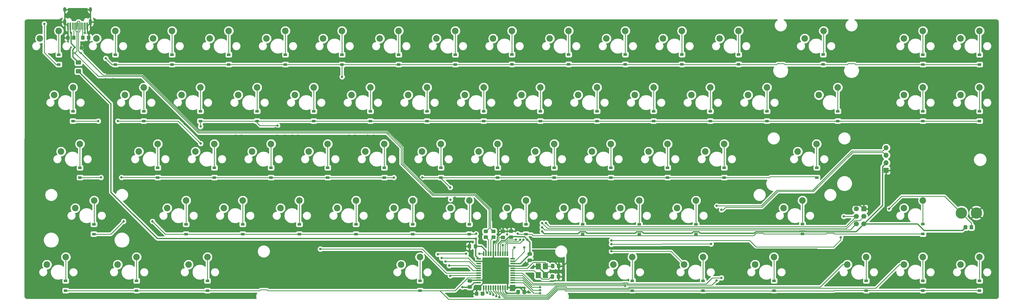
<source format=gbr>
G04 #@! TF.GenerationSoftware,KiCad,Pcbnew,(5.1.12)-1*
G04 #@! TF.CreationDate,2021-11-30T17:05:59-08:00*
G04 #@! TF.ProjectId,oled68 pcb,6f6c6564-3638-4207-9063-622e6b696361,rev?*
G04 #@! TF.SameCoordinates,Original*
G04 #@! TF.FileFunction,Copper,L2,Bot*
G04 #@! TF.FilePolarity,Positive*
%FSLAX46Y46*%
G04 Gerber Fmt 4.6, Leading zero omitted, Abs format (unit mm)*
G04 Created by KiCad (PCBNEW (5.1.12)-1) date 2021-11-30 17:05:59*
%MOMM*%
%LPD*%
G01*
G04 APERTURE LIST*
G04 #@! TA.AperFunction,ComponentPad*
%ADD10C,2.200000*%
G04 #@! TD*
G04 #@! TA.AperFunction,SMDPad,CuDef*
%ADD11R,1.500000X0.550000*%
G04 #@! TD*
G04 #@! TA.AperFunction,SMDPad,CuDef*
%ADD12R,0.550000X1.500000*%
G04 #@! TD*
G04 #@! TA.AperFunction,ComponentPad*
%ADD13C,3.800000*%
G04 #@! TD*
G04 #@! TA.AperFunction,SMDPad,CuDef*
%ADD14R,1.800000X2.100000*%
G04 #@! TD*
G04 #@! TA.AperFunction,SMDPad,CuDef*
%ADD15R,0.600000X2.450000*%
G04 #@! TD*
G04 #@! TA.AperFunction,SMDPad,CuDef*
%ADD16R,0.300000X2.450000*%
G04 #@! TD*
G04 #@! TA.AperFunction,ComponentPad*
%ADD17O,1.000000X2.100000*%
G04 #@! TD*
G04 #@! TA.AperFunction,ComponentPad*
%ADD18O,1.000000X1.600000*%
G04 #@! TD*
G04 #@! TA.AperFunction,SMDPad,CuDef*
%ADD19R,0.700000X1.000000*%
G04 #@! TD*
G04 #@! TA.AperFunction,SMDPad,CuDef*
%ADD20R,0.700000X0.600000*%
G04 #@! TD*
G04 #@! TA.AperFunction,ComponentPad*
%ADD21R,1.700000X1.700000*%
G04 #@! TD*
G04 #@! TA.AperFunction,ComponentPad*
%ADD22O,1.700000X1.700000*%
G04 #@! TD*
G04 #@! TA.AperFunction,ComponentPad*
%ADD23C,1.700000*%
G04 #@! TD*
G04 #@! TA.AperFunction,SMDPad,CuDef*
%ADD24R,1.200000X0.900000*%
G04 #@! TD*
G04 #@! TA.AperFunction,ViaPad*
%ADD25C,0.800000*%
G04 #@! TD*
G04 #@! TA.AperFunction,Conductor*
%ADD26C,0.381000*%
G04 #@! TD*
G04 #@! TA.AperFunction,Conductor*
%ADD27C,0.250000*%
G04 #@! TD*
G04 #@! TA.AperFunction,Conductor*
%ADD28C,0.254000*%
G04 #@! TD*
G04 #@! TA.AperFunction,Conductor*
%ADD29C,0.100000*%
G04 #@! TD*
G04 APERTURE END LIST*
D10*
X-24378300Y-75344000D03*
X-30728300Y-77884000D03*
X-124327300Y-56294000D03*
X-130677300Y-58834000D03*
X-148132800Y-56294000D03*
X-154482800Y-58834000D03*
D11*
X-11719800Y-114046500D03*
X-11719800Y-114846500D03*
X-11719800Y-115646500D03*
X-11719800Y-116446500D03*
X-11719800Y-117246500D03*
X-11719800Y-118046500D03*
X-11719800Y-118846500D03*
X-11719800Y-119646500D03*
X-11719800Y-120446500D03*
X-11719800Y-121246500D03*
X-11719800Y-122046500D03*
D12*
X-10019800Y-123746500D03*
X-9219800Y-123746500D03*
X-8419800Y-123746500D03*
X-7619800Y-123746500D03*
X-6819800Y-123746500D03*
X-6019800Y-123746500D03*
X-5219800Y-123746500D03*
X-4419800Y-123746500D03*
X-3619800Y-123746500D03*
X-2819800Y-123746500D03*
X-2019800Y-123746500D03*
D11*
X-319800Y-122046500D03*
X-319800Y-121246500D03*
X-319800Y-120446500D03*
X-319800Y-119646500D03*
X-319800Y-118846500D03*
X-319800Y-118046500D03*
X-319800Y-117246500D03*
X-319800Y-116446500D03*
X-319800Y-115646500D03*
X-319800Y-114846500D03*
X-319800Y-114046500D03*
D12*
X-2019800Y-112346500D03*
X-2819800Y-112346500D03*
X-3619800Y-112346500D03*
X-4419800Y-112346500D03*
X-5219800Y-112346500D03*
X-6019800Y-112346500D03*
X-6819800Y-112346500D03*
X-7619800Y-112346500D03*
X-8419800Y-112346500D03*
X-9219800Y-112346500D03*
X-10019800Y-112346500D03*
D13*
X155644200Y-98585000D03*
X150564200Y-98585000D03*
D10*
X137673700Y-94394000D03*
X131323700Y-96934000D03*
X156723700Y-56294000D03*
X150373700Y-58834000D03*
D14*
X8394700Y-119507000D03*
X8394700Y-116607000D03*
X10694700Y-116607000D03*
X10694700Y-119507000D03*
D15*
X-143327300Y-35660000D03*
X-149777300Y-35660000D03*
X-144102300Y-35660000D03*
X-149002300Y-35660000D03*
D16*
X-148302300Y-35660000D03*
X-144802300Y-35660000D03*
X-147802300Y-35660000D03*
X-145302300Y-35660000D03*
X-147302300Y-35660000D03*
X-145802300Y-35660000D03*
X-146302300Y-35660000D03*
X-146802300Y-35660000D03*
D17*
X-150872300Y-34245000D03*
X-142232300Y-34245000D03*
D18*
X-150872300Y-30065000D03*
X-142232300Y-30065000D03*
D19*
X-145481800Y-42971000D03*
D20*
X-147481800Y-42771000D03*
X-145481800Y-44671000D03*
X-147481800Y-44671000D03*
G04 #@! TA.AperFunction,SMDPad,CuDef*
G36*
G01*
X-6268299Y-107375000D02*
X-7168301Y-107375000D01*
G75*
G02*
X-7418300Y-107125001I0J249999D01*
G01*
X-7418300Y-106424999D01*
G75*
G02*
X-7168301Y-106175000I249999J0D01*
G01*
X-6268299Y-106175000D01*
G75*
G02*
X-6018300Y-106424999I0J-249999D01*
G01*
X-6018300Y-107125001D01*
G75*
G02*
X-6268299Y-107375000I-249999J0D01*
G01*
G37*
G04 #@! TD.AperFunction*
G04 #@! TA.AperFunction,SMDPad,CuDef*
G36*
G01*
X-6267900Y-105375000D02*
X-7168700Y-105375000D01*
G75*
G02*
X-7418300Y-105125400I0J249600D01*
G01*
X-7418300Y-104424600D01*
G75*
G02*
X-7168700Y-104175000I249600J0D01*
G01*
X-6267900Y-104175000D01*
G75*
G02*
X-6018300Y-104424600I0J-249600D01*
G01*
X-6018300Y-105125400D01*
G75*
G02*
X-6267900Y-105375000I-249600J0D01*
G01*
G37*
G04 #@! TD.AperFunction*
G04 #@! TA.AperFunction,SMDPad,CuDef*
G36*
G01*
X-8871799Y-107375000D02*
X-9771801Y-107375000D01*
G75*
G02*
X-10021800Y-107125001I0J249999D01*
G01*
X-10021800Y-106424999D01*
G75*
G02*
X-9771801Y-106175000I249999J0D01*
G01*
X-8871799Y-106175000D01*
G75*
G02*
X-8621800Y-106424999I0J-249999D01*
G01*
X-8621800Y-107125001D01*
G75*
G02*
X-8871799Y-107375000I-249999J0D01*
G01*
G37*
G04 #@! TD.AperFunction*
G04 #@! TA.AperFunction,SMDPad,CuDef*
G36*
G01*
X-8871400Y-105375000D02*
X-9772200Y-105375000D01*
G75*
G02*
X-10021800Y-105125400I0J249600D01*
G01*
X-10021800Y-104424600D01*
G75*
G02*
X-9772200Y-104175000I249600J0D01*
G01*
X-8871400Y-104175000D01*
G75*
G02*
X-8621800Y-104424600I0J-249600D01*
G01*
X-8621800Y-105125400D01*
G75*
G02*
X-8871400Y-105375000I-249600J0D01*
G01*
G37*
G04 #@! TD.AperFunction*
G04 #@! TA.AperFunction,SMDPad,CuDef*
G36*
G01*
X-142230800Y-39079999D02*
X-142230800Y-39980001D01*
G75*
G02*
X-142480799Y-40230000I-249999J0D01*
G01*
X-143180801Y-40230000D01*
G75*
G02*
X-143430800Y-39980001I0J249999D01*
G01*
X-143430800Y-39079999D01*
G75*
G02*
X-143180801Y-38830000I249999J0D01*
G01*
X-142480799Y-38830000D01*
G75*
G02*
X-142230800Y-39079999I0J-249999D01*
G01*
G37*
G04 #@! TD.AperFunction*
G04 #@! TA.AperFunction,SMDPad,CuDef*
G36*
G01*
X-144230800Y-39079600D02*
X-144230800Y-39980400D01*
G75*
G02*
X-144480400Y-40230000I-249600J0D01*
G01*
X-145181200Y-40230000D01*
G75*
G02*
X-145430800Y-39980400I0J249600D01*
G01*
X-145430800Y-39079600D01*
G75*
G02*
X-145181200Y-38830000I249600J0D01*
G01*
X-144480400Y-38830000D01*
G75*
G02*
X-144230800Y-39079600I0J-249600D01*
G01*
G37*
G04 #@! TD.AperFunction*
G04 #@! TA.AperFunction,SMDPad,CuDef*
G36*
G01*
X-150438300Y-39980001D02*
X-150438300Y-39079999D01*
G75*
G02*
X-150188301Y-38830000I249999J0D01*
G01*
X-149488299Y-38830000D01*
G75*
G02*
X-149238300Y-39079999I0J-249999D01*
G01*
X-149238300Y-39980001D01*
G75*
G02*
X-149488299Y-40230000I-249999J0D01*
G01*
X-150188301Y-40230000D01*
G75*
G02*
X-150438300Y-39980001I0J249999D01*
G01*
G37*
G04 #@! TD.AperFunction*
G04 #@! TA.AperFunction,SMDPad,CuDef*
G36*
G01*
X-148438300Y-39980400D02*
X-148438300Y-39079600D01*
G75*
G02*
X-148188700Y-38830000I249600J0D01*
G01*
X-147487900Y-38830000D01*
G75*
G02*
X-147238300Y-39079600I0J-249600D01*
G01*
X-147238300Y-39980400D01*
G75*
G02*
X-147487900Y-40230000I-249600J0D01*
G01*
X-148188700Y-40230000D01*
G75*
G02*
X-148438300Y-39980400I0J249600D01*
G01*
G37*
G04 #@! TD.AperFunction*
G04 #@! TA.AperFunction,SMDPad,CuDef*
G36*
G01*
X151393200Y-103861001D02*
X151393200Y-102960999D01*
G75*
G02*
X151643199Y-102711000I249999J0D01*
G01*
X152343201Y-102711000D01*
G75*
G02*
X152593200Y-102960999I0J-249999D01*
G01*
X152593200Y-103861001D01*
G75*
G02*
X152343201Y-104111000I-249999J0D01*
G01*
X151643199Y-104111000D01*
G75*
G02*
X151393200Y-103861001I0J249999D01*
G01*
G37*
G04 #@! TD.AperFunction*
G04 #@! TA.AperFunction,SMDPad,CuDef*
G36*
G01*
X153393200Y-103861001D02*
X153393200Y-102960999D01*
G75*
G02*
X153643199Y-102711000I249999J0D01*
G01*
X154343201Y-102711000D01*
G75*
G02*
X154593200Y-102960999I0J-249999D01*
G01*
X154593200Y-103861001D01*
G75*
G02*
X154343201Y-104111000I-249999J0D01*
G01*
X153643199Y-104111000D01*
G75*
G02*
X153393200Y-103861001I0J249999D01*
G01*
G37*
G04 #@! TD.AperFunction*
G04 #@! TA.AperFunction,SMDPad,CuDef*
G36*
G01*
X-13001300Y-126243900D02*
X-13001300Y-125343100D01*
G75*
G02*
X-12751700Y-125093500I249600J0D01*
G01*
X-12050900Y-125093500D01*
G75*
G02*
X-11801300Y-125343100I0J-249600D01*
G01*
X-11801300Y-126243900D01*
G75*
G02*
X-12050900Y-126493500I-249600J0D01*
G01*
X-12751700Y-126493500D01*
G75*
G02*
X-13001300Y-126243900I0J249600D01*
G01*
G37*
G04 #@! TD.AperFunction*
G04 #@! TA.AperFunction,SMDPad,CuDef*
G36*
G01*
X-11001300Y-126243900D02*
X-11001300Y-125343100D01*
G75*
G02*
X-10751700Y-125093500I249600J0D01*
G01*
X-10050900Y-125093500D01*
G75*
G02*
X-9801300Y-125343100I0J-249600D01*
G01*
X-9801300Y-126243900D01*
G75*
G02*
X-10050900Y-126493500I-249600J0D01*
G01*
X-10751700Y-126493500D01*
G75*
G02*
X-11001300Y-126243900I0J249600D01*
G01*
G37*
G04 #@! TD.AperFunction*
D21*
X125303700Y-84234000D03*
D22*
X125303700Y-81694000D03*
X125303700Y-79154000D03*
X125303700Y-76614000D03*
D10*
X156723700Y-113444000D03*
X150373700Y-115984000D03*
X156723700Y-37244000D03*
X150373700Y-39784000D03*
X137673700Y-113444000D03*
X131323700Y-115984000D03*
X137673700Y-56294000D03*
X131323700Y-58834000D03*
X137673700Y-37244000D03*
X131323700Y-39784000D03*
X118623700Y-113444000D03*
X112273700Y-115984000D03*
X97160700Y-94394000D03*
X90810700Y-96934000D03*
X101923200Y-75344000D03*
X95573200Y-77884000D03*
X109035200Y-56294000D03*
X102685200Y-58834000D03*
X104272700Y-37244000D03*
X97922700Y-39784000D03*
X85222700Y-56294000D03*
X78872700Y-58834000D03*
X75697700Y-37244000D03*
X69347700Y-39784000D03*
X87572200Y-113444000D03*
X81222200Y-115984000D03*
X70871700Y-75344000D03*
X64521700Y-77884000D03*
X66172700Y-56294000D03*
X59822700Y-58834000D03*
X56647700Y-37244000D03*
X50297700Y-39784000D03*
X63759700Y-113444000D03*
X57409700Y-115984000D03*
X61346700Y-94394000D03*
X54996700Y-96934000D03*
X51821700Y-75344000D03*
X45471700Y-77884000D03*
X47122700Y-56294000D03*
X40772700Y-58834000D03*
X37597700Y-37244000D03*
X31247700Y-39784000D03*
X39947200Y-113444000D03*
X33597200Y-115984000D03*
X42296700Y-94394000D03*
X35946700Y-96934000D03*
X32771700Y-75344000D03*
X26421700Y-77884000D03*
X28072700Y-56294000D03*
X21722700Y-58834000D03*
X18547700Y-37244000D03*
X12197700Y-39784000D03*
X23246700Y-94394000D03*
X16896700Y-96934000D03*
X13721700Y-75344000D03*
X7371700Y-77884000D03*
X9022700Y-56294000D03*
X2672700Y-58834000D03*
X-502300Y-37244000D03*
X-6852300Y-39784000D03*
X4196700Y-94394000D03*
X-2153300Y-96934000D03*
X-5328300Y-75344000D03*
X-11678300Y-77884000D03*
X-10027300Y-56294000D03*
X-16377300Y-58834000D03*
X-19552300Y-37244000D03*
X-25902300Y-39784000D03*
X-14853300Y-94394000D03*
X-21203300Y-96934000D03*
X-29077300Y-56294000D03*
X-35427300Y-58834000D03*
X-38602300Y-37244000D03*
X-44952300Y-39784000D03*
X-31452300Y-113459000D03*
X-37802300Y-115999000D03*
X-33903300Y-94394000D03*
X-40253300Y-96934000D03*
X-43428300Y-75344000D03*
X-49778300Y-77884000D03*
X-48127300Y-56294000D03*
X-54477300Y-58834000D03*
X-57652300Y-37244000D03*
X-64002300Y-39784000D03*
X-52953300Y-94394000D03*
X-59303300Y-96934000D03*
X-62478300Y-75344000D03*
X-68828300Y-77884000D03*
X-67177300Y-56294000D03*
X-73527300Y-58834000D03*
X-76702300Y-37244000D03*
X-83052300Y-39784000D03*
X-72003300Y-94394000D03*
X-78353300Y-96934000D03*
X-81528300Y-75344000D03*
X-87878300Y-77884000D03*
X-86227300Y-56294000D03*
X-92577300Y-58834000D03*
X-95752300Y-37244000D03*
X-102102300Y-39784000D03*
X-102927800Y-113444000D03*
X-109277800Y-115984000D03*
X-91053300Y-94394000D03*
X-97403300Y-96934000D03*
X-100578300Y-75344000D03*
X-106928300Y-77884000D03*
X-105277300Y-56294000D03*
X-111627300Y-58834000D03*
X-114802300Y-37244000D03*
X-121152300Y-39784000D03*
X-126740300Y-113444000D03*
X-133090300Y-115984000D03*
X-110103300Y-94394000D03*
X-116453300Y-96934000D03*
X-119628300Y-75344000D03*
X-125978300Y-77884000D03*
X-133852300Y-37244000D03*
X-140202300Y-39784000D03*
X-150552800Y-113444000D03*
X-156902800Y-115984000D03*
X-141027800Y-94394000D03*
X-147377800Y-96934000D03*
X-145790300Y-75344000D03*
X-152140300Y-77884000D03*
X-152902300Y-37244000D03*
X-159252300Y-39784000D03*
D23*
X115265200Y-102298500D03*
X117805200Y-102298500D03*
X115265200Y-99758500D03*
X117805200Y-99758500D03*
X115265200Y-97218500D03*
D21*
X117805200Y-97218500D03*
G04 #@! TA.AperFunction,SMDPad,CuDef*
G36*
G01*
X-146923300Y-50120500D02*
X-145673300Y-50120500D01*
G75*
G02*
X-145423300Y-50370500I0J-250000D01*
G01*
X-145423300Y-51295500D01*
G75*
G02*
X-145673300Y-51545500I-250000J0D01*
G01*
X-146923300Y-51545500D01*
G75*
G02*
X-147173300Y-51295500I0J250000D01*
G01*
X-147173300Y-50370500D01*
G75*
G02*
X-146923300Y-50120500I250000J0D01*
G01*
G37*
G04 #@! TD.AperFunction*
G04 #@! TA.AperFunction,SMDPad,CuDef*
G36*
G01*
X-146923300Y-47145500D02*
X-145673300Y-47145500D01*
G75*
G02*
X-145423300Y-47395500I0J-250000D01*
G01*
X-145423300Y-48320500D01*
G75*
G02*
X-145673300Y-48570500I-250000J0D01*
G01*
X-146923300Y-48570500D01*
G75*
G02*
X-147173300Y-48320500I0J250000D01*
G01*
X-147173300Y-47395500D01*
G75*
G02*
X-146923300Y-47145500I250000J0D01*
G01*
G37*
G04 #@! TD.AperFunction*
D24*
X156723700Y-124745000D03*
X156723700Y-121445000D03*
X156723700Y-48545000D03*
X156723700Y-45245000D03*
X156723700Y-67595000D03*
X156723700Y-64295000D03*
X137673700Y-124745000D03*
X137673700Y-121445000D03*
X137673700Y-105669600D03*
X137673700Y-102369600D03*
X137673700Y-67595000D03*
X137673700Y-64295000D03*
X137673700Y-48545000D03*
X137673700Y-45245000D03*
X118623700Y-124745000D03*
X118623700Y-121445000D03*
X97160700Y-105632500D03*
X97160700Y-102332500D03*
X101986700Y-86645000D03*
X101986700Y-83345000D03*
X109035200Y-67595000D03*
X109035200Y-64295000D03*
X104145700Y-48482500D03*
X104145700Y-45182500D03*
X85222700Y-67595000D03*
X85222700Y-64295000D03*
X75697700Y-48482500D03*
X75697700Y-45182500D03*
X87635700Y-124745000D03*
X87635700Y-121445000D03*
X70871700Y-86645000D03*
X70871700Y-83345000D03*
X66172700Y-67595000D03*
X66172700Y-64295000D03*
X56647700Y-48482500D03*
X56647700Y-45182500D03*
X63759700Y-124745000D03*
X63759700Y-121445000D03*
X61346700Y-105696000D03*
X61346700Y-102396000D03*
X51821700Y-86645000D03*
X51821700Y-83345000D03*
X47122700Y-67595000D03*
X47122700Y-64295000D03*
X37597700Y-48481500D03*
X37597700Y-45181500D03*
X39947200Y-124745000D03*
X39947200Y-121445000D03*
X42296700Y-105696000D03*
X42296700Y-102396000D03*
X32771700Y-86645000D03*
X32771700Y-83345000D03*
X28072700Y-67595000D03*
X28072700Y-64295000D03*
X18547700Y-48481500D03*
X18547700Y-45181500D03*
X23246700Y-105695000D03*
X23246700Y-102395000D03*
X13721700Y-86645000D03*
X13721700Y-83345000D03*
X9022700Y-67595000D03*
X9022700Y-64295000D03*
X-502300Y-48481500D03*
X-502300Y-45181500D03*
X4196700Y-105696000D03*
X4196700Y-102396000D03*
X-5328300Y-86645000D03*
X-5328300Y-83345000D03*
X-10027300Y-67595000D03*
X-10027300Y-64295000D03*
X-19552300Y-48545000D03*
X-19552300Y-45245000D03*
X-14853300Y-105696000D03*
X-14853300Y-102396000D03*
X-24378300Y-86645000D03*
X-24378300Y-83345000D03*
X-29077300Y-67595000D03*
X-29077300Y-64295000D03*
X-38602300Y-48545000D03*
X-38602300Y-45245000D03*
X-31426800Y-124747000D03*
X-31426800Y-121447000D03*
X-33903300Y-105695000D03*
X-33903300Y-102395000D03*
X-43428300Y-86645000D03*
X-43428300Y-83345000D03*
X-48127300Y-67595000D03*
X-48127300Y-64295000D03*
X-57652300Y-48545000D03*
X-57652300Y-45245000D03*
X-52953300Y-105695000D03*
X-52953300Y-102395000D03*
X-62478300Y-86645000D03*
X-62478300Y-83345000D03*
X-67177300Y-67595000D03*
X-67177300Y-64295000D03*
X-76702300Y-48545000D03*
X-76702300Y-45245000D03*
X-72003300Y-105696000D03*
X-72003300Y-102396000D03*
X-81528300Y-86645000D03*
X-81528300Y-83345000D03*
X-86227300Y-67595000D03*
X-86227300Y-64295000D03*
X-95752300Y-48545000D03*
X-95752300Y-45245000D03*
X-102927800Y-124745000D03*
X-102927800Y-121445000D03*
X-91053300Y-105695000D03*
X-91053300Y-102395000D03*
X-100578300Y-86645000D03*
X-100578300Y-83345000D03*
X-105277300Y-67595000D03*
X-105277300Y-64295000D03*
X-114802300Y-48545000D03*
X-114802300Y-45245000D03*
X-126740300Y-124745000D03*
X-126740300Y-121445000D03*
X-110103300Y-105695000D03*
X-110103300Y-102395000D03*
X-119628300Y-86645000D03*
X-119628300Y-83345000D03*
X-124327300Y-67595000D03*
X-124327300Y-64295000D03*
X-133852300Y-48545000D03*
X-133852300Y-45245000D03*
X-150616300Y-124745000D03*
X-150616300Y-121445000D03*
X-141091300Y-105695000D03*
X-141091300Y-102395000D03*
X-145790300Y-86645000D03*
X-145790300Y-83345000D03*
X-148139800Y-67595000D03*
X-148139800Y-64295000D03*
X-152902300Y-45245000D03*
X-152902300Y-48545000D03*
G04 #@! TA.AperFunction,SMDPad,CuDef*
G36*
G01*
X-12181260Y-109344715D02*
X-12181260Y-110294165D01*
G75*
G02*
X-12431535Y-110544440I-250275J0D01*
G01*
X-13105985Y-110544440D01*
G75*
G02*
X-13356260Y-110294165I0J250275D01*
G01*
X-13356260Y-109344715D01*
G75*
G02*
X-13105985Y-109094440I250275J0D01*
G01*
X-12431535Y-109094440D01*
G75*
G02*
X-12181260Y-109344715I0J-250275D01*
G01*
G37*
G04 #@! TD.AperFunction*
G04 #@! TA.AperFunction,SMDPad,CuDef*
G36*
G01*
X-14256260Y-109344715D02*
X-14256260Y-110294165D01*
G75*
G02*
X-14506535Y-110544440I-250275J0D01*
G01*
X-15180985Y-110544440D01*
G75*
G02*
X-15431260Y-110294165I0J250275D01*
G01*
X-15431260Y-109344715D01*
G75*
G02*
X-15180985Y-109094440I250275J0D01*
G01*
X-14506535Y-109094440D01*
G75*
G02*
X-14256260Y-109344715I0J-250275D01*
G01*
G37*
G04 #@! TD.AperFunction*
G04 #@! TA.AperFunction,SMDPad,CuDef*
G36*
G01*
X969700Y-125697000D02*
X969700Y-124747000D01*
G75*
G02*
X1219700Y-124497000I250000J0D01*
G01*
X1894700Y-124497000D01*
G75*
G02*
X2144700Y-124747000I0J-250000D01*
G01*
X2144700Y-125697000D01*
G75*
G02*
X1894700Y-125947000I-250000J0D01*
G01*
X1219700Y-125947000D01*
G75*
G02*
X969700Y-125697000I0J250000D01*
G01*
G37*
G04 #@! TD.AperFunction*
G04 #@! TA.AperFunction,SMDPad,CuDef*
G36*
G01*
X3044700Y-125696725D02*
X3044700Y-124747275D01*
G75*
G02*
X3294975Y-124497000I250275J0D01*
G01*
X3969425Y-124497000D01*
G75*
G02*
X4219700Y-124747275I0J-250275D01*
G01*
X4219700Y-125696725D01*
G75*
G02*
X3969425Y-125947000I-250275J0D01*
G01*
X3294975Y-125947000D01*
G75*
G02*
X3044700Y-125696725I0J250275D01*
G01*
G37*
G04 #@! TD.AperFunction*
G04 #@! TA.AperFunction,SMDPad,CuDef*
G36*
G01*
X4998700Y-111849500D02*
X5948700Y-111849500D01*
G75*
G02*
X6198700Y-112099500I0J-250000D01*
G01*
X6198700Y-112774500D01*
G75*
G02*
X5948700Y-113024500I-250000J0D01*
G01*
X4998700Y-113024500D01*
G75*
G02*
X4748700Y-112774500I0J250000D01*
G01*
X4748700Y-112099500D01*
G75*
G02*
X4998700Y-111849500I250000J0D01*
G01*
G37*
G04 #@! TD.AperFunction*
G04 #@! TA.AperFunction,SMDPad,CuDef*
G36*
G01*
X4998975Y-113924500D02*
X5948425Y-113924500D01*
G75*
G02*
X6198700Y-114174775I0J-250275D01*
G01*
X6198700Y-114849225D01*
G75*
G02*
X5948425Y-115099500I-250275J0D01*
G01*
X4998975Y-115099500D01*
G75*
G02*
X4748700Y-114849225I0J250275D01*
G01*
X4748700Y-114174775D01*
G75*
G02*
X4998975Y-113924500I250275J0D01*
G01*
G37*
G04 #@! TD.AperFunction*
G04 #@! TA.AperFunction,SMDPad,CuDef*
G36*
G01*
X-14244300Y-124116500D02*
X-15194300Y-124116500D01*
G75*
G02*
X-15444300Y-123866500I0J250000D01*
G01*
X-15444300Y-123191500D01*
G75*
G02*
X-15194300Y-122941500I250000J0D01*
G01*
X-14244300Y-122941500D01*
G75*
G02*
X-13994300Y-123191500I0J-250000D01*
G01*
X-13994300Y-123866500D01*
G75*
G02*
X-14244300Y-124116500I-250000J0D01*
G01*
G37*
G04 #@! TD.AperFunction*
G04 #@! TA.AperFunction,SMDPad,CuDef*
G36*
G01*
X-14244575Y-122041500D02*
X-15194025Y-122041500D01*
G75*
G02*
X-15444300Y-121791225I0J250275D01*
G01*
X-15444300Y-121116775D01*
G75*
G02*
X-15194025Y-120866500I250275J0D01*
G01*
X-14244575Y-120866500D01*
G75*
G02*
X-13994300Y-121116775I0J-250275D01*
G01*
X-13994300Y-121791225D01*
G75*
G02*
X-14244575Y-122041500I-250275J0D01*
G01*
G37*
G04 #@! TD.AperFunction*
G04 #@! TA.AperFunction,SMDPad,CuDef*
G36*
G01*
X-337800Y-107374000D02*
X-1287800Y-107374000D01*
G75*
G02*
X-1537800Y-107124000I0J250000D01*
G01*
X-1537800Y-106449000D01*
G75*
G02*
X-1287800Y-106199000I250000J0D01*
G01*
X-337800Y-106199000D01*
G75*
G02*
X-87800Y-106449000I0J-250000D01*
G01*
X-87800Y-107124000D01*
G75*
G02*
X-337800Y-107374000I-250000J0D01*
G01*
G37*
G04 #@! TD.AperFunction*
G04 #@! TA.AperFunction,SMDPad,CuDef*
G36*
G01*
X-338075Y-105299000D02*
X-1287525Y-105299000D01*
G75*
G02*
X-1537800Y-105048725I0J250275D01*
G01*
X-1537800Y-104374275D01*
G75*
G02*
X-1287525Y-104124000I250275J0D01*
G01*
X-338075Y-104124000D01*
G75*
G02*
X-87800Y-104374275I0J-250275D01*
G01*
X-87800Y-105048725D01*
G75*
G02*
X-338075Y-105299000I-250275J0D01*
G01*
G37*
G04 #@! TD.AperFunction*
G04 #@! TA.AperFunction,SMDPad,CuDef*
G36*
G01*
X12583200Y-116967000D02*
X12583200Y-116017000D01*
G75*
G02*
X12833200Y-115767000I250000J0D01*
G01*
X13508200Y-115767000D01*
G75*
G02*
X13758200Y-116017000I0J-250000D01*
G01*
X13758200Y-116967000D01*
G75*
G02*
X13508200Y-117217000I-250000J0D01*
G01*
X12833200Y-117217000D01*
G75*
G02*
X12583200Y-116967000I0J250000D01*
G01*
G37*
G04 #@! TD.AperFunction*
G04 #@! TA.AperFunction,SMDPad,CuDef*
G36*
G01*
X14658200Y-116966725D02*
X14658200Y-116017275D01*
G75*
G02*
X14908475Y-115767000I250275J0D01*
G01*
X15582925Y-115767000D01*
G75*
G02*
X15833200Y-116017275I0J-250275D01*
G01*
X15833200Y-116966725D01*
G75*
G02*
X15582925Y-117217000I-250275J0D01*
G01*
X14908475Y-117217000D01*
G75*
G02*
X14658200Y-116966725I0J250275D01*
G01*
G37*
G04 #@! TD.AperFunction*
G04 #@! TA.AperFunction,SMDPad,CuDef*
G36*
G01*
X12499200Y-120523000D02*
X12499200Y-119573000D01*
G75*
G02*
X12749200Y-119323000I250000J0D01*
G01*
X13424200Y-119323000D01*
G75*
G02*
X13674200Y-119573000I0J-250000D01*
G01*
X13674200Y-120523000D01*
G75*
G02*
X13424200Y-120773000I-250000J0D01*
G01*
X12749200Y-120773000D01*
G75*
G02*
X12499200Y-120523000I0J250000D01*
G01*
G37*
G04 #@! TD.AperFunction*
G04 #@! TA.AperFunction,SMDPad,CuDef*
G36*
G01*
X14574200Y-120522725D02*
X14574200Y-119573275D01*
G75*
G02*
X14824475Y-119323000I250275J0D01*
G01*
X15498925Y-119323000D01*
G75*
G02*
X15749200Y-119573275I0J-250275D01*
G01*
X15749200Y-120522725D01*
G75*
G02*
X15498925Y-120773000I-250275J0D01*
G01*
X14824475Y-120773000D01*
G75*
G02*
X14574200Y-120522725I0J250275D01*
G01*
G37*
G04 #@! TD.AperFunction*
G04 #@! TA.AperFunction,SMDPad,CuDef*
G36*
G01*
X-3068575Y-107437500D02*
X-4018025Y-107437500D01*
G75*
G02*
X-4268300Y-107187225I0J250275D01*
G01*
X-4268300Y-106512775D01*
G75*
G02*
X-4018025Y-106262500I250275J0D01*
G01*
X-3068575Y-106262500D01*
G75*
G02*
X-2818300Y-106512775I0J-250275D01*
G01*
X-2818300Y-107187225D01*
G75*
G02*
X-3068575Y-107437500I-250275J0D01*
G01*
G37*
G04 #@! TD.AperFunction*
G04 #@! TA.AperFunction,SMDPad,CuDef*
G36*
G01*
X-3068575Y-105362500D02*
X-4018025Y-105362500D01*
G75*
G02*
X-4268300Y-105112225I0J250275D01*
G01*
X-4268300Y-104437775D01*
G75*
G02*
X-4018025Y-104187500I250275J0D01*
G01*
X-3068575Y-104187500D01*
G75*
G02*
X-2818300Y-104437775I0J-250275D01*
G01*
X-2818300Y-105112225D01*
G75*
G02*
X-3068575Y-105362500I-250275J0D01*
G01*
G37*
G04 #@! TD.AperFunction*
D25*
X-17195800Y-123571000D03*
X9601200Y-104838501D03*
X-12626205Y-107217663D03*
X4648200Y-107569000D03*
X-2336800Y-125603000D03*
X-157784800Y-34861500D03*
X-15910800Y-112346500D03*
X-15910800Y-112346500D03*
X-57645300Y-52705000D03*
X-137083800Y-46482000D03*
X-25450802Y-112522000D03*
X-11432300Y-112346500D03*
X-139623800Y-67627500D03*
X-133019800Y-67627500D03*
X-105206800Y-75184000D03*
X-105206800Y-69405500D03*
X-79362300Y-69151500D03*
X-64947800Y-110744000D03*
X-138734800Y-86614000D03*
X-131813300Y-86614000D03*
X-40215300Y-86645000D03*
X-21196300Y-94107000D03*
X-21259800Y-89979500D03*
X-30657798Y-86614000D03*
X-22910800Y-114935000D03*
X-131114800Y-101409500D03*
X-121399300Y-101409500D03*
X1407656Y-105598465D03*
X-12594558Y-105598498D03*
X-21640800Y-116332000D03*
X-148799550Y-37877750D03*
X-144132306Y-37909500D03*
X32905700Y-107823000D03*
X110058200Y-106807000D03*
X3632200Y-110236000D03*
X126314200Y-97155002D03*
X9601200Y-101981000D03*
X2235200Y-107569000D03*
X10871194Y-101981000D03*
X111074200Y-99758500D03*
X111074200Y-99758500D03*
X-3606800Y-109474000D03*
X9601202Y-103441500D03*
X3378206Y-107569000D03*
X-4770901Y-126973980D03*
X-5765800Y-126619000D03*
X-6781800Y-126238000D03*
X-7797800Y-125857000D03*
X-8851676Y-125476000D03*
X-21259802Y-119761000D03*
X-24180800Y-113792000D03*
X838200Y-107569008D03*
X330212Y-110236002D03*
X8966194Y-125603025D03*
X32905700Y-111506000D03*
X8961625Y-124603024D03*
X32905700Y-109156500D03*
X66433700Y-109029500D03*
X8957384Y-123603021D03*
X37604700Y-123215968D03*
X68338700Y-96202500D03*
X68338700Y-121285000D03*
X69926200Y-120459500D03*
X69926200Y-97536000D03*
X16619200Y-116492000D03*
X16522700Y-120015000D03*
X6680200Y-116649500D03*
X102501700Y-111188500D03*
X105549700Y-97409000D03*
X125293540Y-97150340D03*
X-161658300Y-36004500D03*
X-161912300Y-124460000D03*
X-162166300Y-79629000D03*
X160159700Y-36449000D03*
X161112200Y-80327500D03*
X161112200Y-124714000D03*
X137045700Y-81216500D03*
X5219700Y-36131500D03*
X-63423800Y-35877500D03*
X61734700Y-35560000D03*
X-137147300Y-53467000D03*
X-134670800Y-53467000D03*
X-113080800Y-66167000D03*
X-110540800Y-68643500D03*
X-112445800Y-62928500D03*
X-110540800Y-64262000D03*
X-93395800Y-69977000D03*
X-91490800Y-69977000D03*
X-93395800Y-72517000D03*
X-91490800Y-72517000D03*
X-80060800Y-69977000D03*
X-79425800Y-72517000D03*
X-76885800Y-72517000D03*
X-76885800Y-69342000D03*
X-74345800Y-69977000D03*
X-72440800Y-69977000D03*
X-74345800Y-72517000D03*
X-72440800Y-72517000D03*
X-55232300Y-72517000D03*
X-53390800Y-72517000D03*
X-53390800Y-69977000D03*
X-55295800Y-69913500D03*
X-47040800Y-72517000D03*
X-47040800Y-69342000D03*
X-22275800Y-90932000D03*
X-20370800Y-90932000D03*
X-22275800Y-93535500D03*
X-19735800Y-93472000D03*
X-49078309Y-72517000D03*
X-49631602Y-69342000D03*
D26*
X-14761300Y-123571000D02*
X-14719300Y-123529000D01*
X-17195800Y-123571000D02*
X-14761300Y-123571000D01*
X-13236800Y-122046500D02*
X-14719300Y-123529000D01*
X-11719800Y-122046500D02*
X-13236800Y-122046500D01*
X2264200Y-115646500D02*
X5473700Y-112437000D01*
X-319800Y-115646500D02*
X2264200Y-115646500D01*
X124063199Y-96040501D02*
X117805200Y-102298500D01*
X124063199Y-82934501D02*
X124063199Y-96040501D01*
X125303700Y-81694000D02*
X124063199Y-82934501D01*
X135849698Y-102298500D02*
X138052708Y-104501510D01*
X117805200Y-102298500D02*
X135849698Y-102298500D01*
X-812800Y-106786500D02*
X-1761642Y-106786500D01*
X-3992812Y-107828010D02*
X-5219800Y-109055000D01*
X-2803152Y-107828010D02*
X-3992812Y-107828010D01*
X-1761642Y-106786500D02*
X-2803152Y-107828010D01*
X-5219800Y-109055000D02*
X-5219800Y-112346500D01*
X62763124Y-105359522D02*
X62259101Y-104855499D01*
X81391168Y-104873489D02*
X80905136Y-105359522D01*
X60434299Y-104855499D02*
X59930276Y-105359522D01*
X80905136Y-105359522D02*
X62763124Y-105359522D01*
X43713124Y-105359522D02*
X43209101Y-104855499D01*
X24159101Y-104854499D02*
X22334299Y-104854499D01*
X62259101Y-104855499D02*
X60434299Y-104855499D01*
X43209101Y-104855499D02*
X41384299Y-104855499D01*
X41384299Y-104855499D02*
X40880276Y-105359522D01*
X24664124Y-105359522D02*
X24159101Y-104854499D01*
X22334299Y-104854499D02*
X21632799Y-105555999D01*
X96170199Y-104873489D02*
X81391168Y-104873489D01*
X40880276Y-105359522D02*
X24664124Y-105359522D01*
X59930276Y-105359522D02*
X43713124Y-105359522D01*
X10318698Y-105555999D02*
X9601200Y-104838501D01*
X96251689Y-104791999D02*
X96170199Y-104873489D01*
X98154591Y-104873489D02*
X98073101Y-104791999D01*
X98073101Y-104791999D02*
X96251689Y-104791999D01*
X115230211Y-104873489D02*
X98154591Y-104873489D01*
X21632799Y-105555999D02*
X10318698Y-105555999D01*
X117805200Y-102298500D02*
X115230211Y-104873489D01*
X150902690Y-104501510D02*
X151993200Y-103411000D01*
X138052708Y-104501510D02*
X150902690Y-104501510D01*
X-12538800Y-107305068D02*
X-12626205Y-107217663D01*
X-146298300Y-50833000D02*
X-135369300Y-61762000D01*
X-135369300Y-61762000D02*
X-135369300Y-91607442D01*
X-135369300Y-91607442D02*
X-119783662Y-107193080D01*
X-12768760Y-112997540D02*
X-11719800Y-114046500D01*
X-12768760Y-109819440D02*
X-12768760Y-112997540D01*
X-12626205Y-109676885D02*
X-12768760Y-109819440D01*
X-12626205Y-107217663D02*
X-12626205Y-109676885D01*
X-9219800Y-111418598D02*
X-9219800Y-112346500D01*
X-10818958Y-109819440D02*
X-9219800Y-111418598D01*
X-12768760Y-109819440D02*
X-10818958Y-109819440D01*
X5473700Y-112437000D02*
X5473700Y-108394500D01*
X5473700Y-108394500D02*
X4648200Y-107569000D01*
X3669819Y-106590619D02*
X4648200Y-107569000D01*
X1156761Y-106590619D02*
X3669819Y-106590619D01*
X1093261Y-106527119D02*
X1156761Y-106590619D01*
X-553419Y-106527119D02*
X1093261Y-106527119D01*
X-812800Y-106786500D02*
X-553419Y-106527119D01*
X-12650788Y-107193080D02*
X-12626205Y-107217663D01*
X-119783662Y-107193080D02*
X-12650788Y-107193080D01*
X1557200Y-125222000D02*
X1219200Y-125222000D01*
X838200Y-125603000D02*
X-2336800Y-125603000D01*
X1219200Y-125222000D02*
X838200Y-125603000D01*
X-2819800Y-125120000D02*
X-2336800Y-125603000D01*
X-2819800Y-123746500D02*
X-2819800Y-125120000D01*
D27*
X-6019800Y-108981019D02*
X-6019800Y-111459000D01*
X-4919800Y-107881020D02*
X-6019800Y-108981019D01*
X-4919800Y-106850000D02*
X-4919800Y-107881020D01*
X-6019800Y-111459000D02*
X-6019800Y-112346500D01*
X-3543300Y-106850000D02*
X-4919800Y-106850000D01*
X6934200Y-118046500D02*
X8394700Y-119507000D01*
X-319800Y-118046500D02*
X6934200Y-118046500D01*
X11854701Y-120882001D02*
X12688702Y-120048000D01*
X9619701Y-120882001D02*
X11854701Y-120882001D01*
X8394700Y-119507000D02*
X8394700Y-119657000D01*
X12688702Y-120048000D02*
X13086700Y-120048000D01*
X8394700Y-119657000D02*
X9619701Y-120882001D01*
X13055700Y-116607000D02*
X13170700Y-116492000D01*
X10694700Y-116607000D02*
X13055700Y-116607000D01*
X10694700Y-115307000D02*
X10694700Y-116607000D01*
X6637201Y-115231999D02*
X10619699Y-115231999D01*
X4622700Y-117246500D02*
X6637201Y-115231999D01*
X10619699Y-115231999D02*
X10694700Y-115307000D01*
X-319800Y-117246500D02*
X4622700Y-117246500D01*
X-152902300Y-37244000D02*
X-152902300Y-45245000D01*
X-152902300Y-48545000D02*
X-152864300Y-48545000D01*
X-152902300Y-48545000D02*
X-152902300Y-48634000D01*
X-153752300Y-48545000D02*
X-157784800Y-44512500D01*
X-152902300Y-48545000D02*
X-153752300Y-48545000D01*
X-157784800Y-44512500D02*
X-157784800Y-34861500D01*
X-157784800Y-34861500D02*
X-157784800Y-34861500D01*
X-11275300Y-112346500D02*
X-11275300Y-112346500D01*
X-57645300Y-48552000D02*
X-57652300Y-48545000D01*
X-57645300Y-52705000D02*
X-57645300Y-48552000D01*
X115054702Y-48545000D02*
X156723700Y-48545000D01*
X114748701Y-48238999D02*
X115054702Y-48545000D01*
X112516699Y-48238999D02*
X114748701Y-48238999D01*
X112210698Y-48545000D02*
X112516699Y-48238999D01*
X91254702Y-48545000D02*
X112210698Y-48545000D01*
X90948701Y-48238999D02*
X91254702Y-48545000D01*
X88716699Y-48238999D02*
X90948701Y-48238999D01*
X88410698Y-48545000D02*
X88716699Y-48238999D01*
X-133852300Y-48545000D02*
X88410698Y-48545000D01*
X-135020800Y-48545000D02*
X-137083800Y-46482000D01*
X-133852300Y-48545000D02*
X-135020800Y-48545000D01*
X-15910800Y-112346500D02*
X-25275302Y-112346500D01*
X-25275302Y-112346500D02*
X-25450802Y-112522000D01*
X-10019800Y-112346500D02*
X-11432300Y-112346500D01*
X-148139800Y-56294000D02*
X-148139800Y-64295000D01*
X-105277300Y-67595000D02*
X156723700Y-67595000D01*
X-148139800Y-67595000D02*
X-148227300Y-67595000D01*
X-148227300Y-67595000D02*
X-148194800Y-67627500D01*
X-148194800Y-67627500D02*
X-139623800Y-67627500D01*
X-139623800Y-67627500D02*
X-139560300Y-67627500D01*
X-133019800Y-67627500D02*
X-124359800Y-67627500D01*
X-124327300Y-67595000D02*
X-124359800Y-67627500D01*
X-124327300Y-67595000D02*
X-112795800Y-67595000D01*
X-112795800Y-67595000D02*
X-105206800Y-75184000D01*
X-105206800Y-75184000D02*
X-105206800Y-75184000D01*
X-105277300Y-69335000D02*
X-105206800Y-69405500D01*
X-105277300Y-67595000D02*
X-105277300Y-69335000D01*
X-86227300Y-67595000D02*
X-86227300Y-68192000D01*
X-85267800Y-69151500D02*
X-79362300Y-69151500D01*
X-86227300Y-68192000D02*
X-85267800Y-69151500D01*
X-22595210Y-118846500D02*
X-30697710Y-110744000D01*
X-11719800Y-118846500D02*
X-22595210Y-118846500D01*
X-30697710Y-110744000D02*
X-64947800Y-110744000D01*
X-145790300Y-75344000D02*
X-145790300Y-83345000D01*
X101680699Y-86338999D02*
X101986700Y-86645000D01*
X86061198Y-86645000D02*
X86367199Y-86338999D01*
X86367199Y-86338999D02*
X101680699Y-86338999D01*
X-24378300Y-86645000D02*
X86061198Y-86645000D01*
X-145790300Y-86645000D02*
X-138734800Y-86614000D01*
X-138734800Y-86614000D02*
X-138765800Y-86645000D01*
X-119659300Y-86614000D02*
X-119628300Y-86645000D01*
X-131813300Y-86614000D02*
X-119659300Y-86614000D01*
X-119628300Y-86645000D02*
X-100095800Y-86645000D01*
X-100578300Y-86645000D02*
X-81528300Y-86645000D01*
X-81528300Y-86645000D02*
X-62478300Y-86645000D01*
X-62478300Y-86645000D02*
X-43428300Y-86645000D01*
X-43428300Y-86645000D02*
X-40215300Y-86645000D01*
X-40215300Y-86645000D02*
X-40215300Y-86645000D01*
X-21196300Y-94107000D02*
X-21196300Y-94107000D01*
X-24378300Y-86861000D02*
X-21259800Y-89979500D01*
X-24378300Y-86645000D02*
X-24378300Y-86861000D01*
X-30626798Y-86645000D02*
X-30657798Y-86614000D01*
X-24378300Y-86645000D02*
X-30626798Y-86645000D01*
X-14841302Y-114935000D02*
X-22910800Y-114935000D01*
X-12529802Y-117246500D02*
X-14841302Y-114935000D01*
X-11719800Y-117246500D02*
X-12529802Y-117246500D01*
X-141027800Y-102331500D02*
X-141091300Y-102395000D01*
X-141027800Y-94394000D02*
X-141027800Y-102331500D01*
X-15160301Y-105388999D02*
X-14853300Y-105696000D01*
X-141091300Y-105695000D02*
X-135400300Y-105695000D01*
X-135400300Y-105695000D02*
X-131114800Y-101409500D01*
X-131114800Y-101409500D02*
X-131114800Y-101409500D01*
X-121399300Y-101409500D02*
X-117081300Y-105727500D01*
X-110135800Y-105727500D02*
X-110103300Y-105695000D01*
X-117081300Y-105727500D02*
X-110135800Y-105727500D01*
X-110103300Y-105695000D02*
X-91053300Y-105695000D01*
X-72004300Y-105695000D02*
X-72003300Y-105696000D01*
X-91053300Y-105695000D02*
X-72004300Y-105695000D01*
X-52954300Y-105696000D02*
X-52953300Y-105695000D01*
X-72003300Y-105696000D02*
X-52954300Y-105696000D01*
X-52953300Y-105695000D02*
X-33903300Y-105695000D01*
X-14854300Y-105695000D02*
X-14853300Y-105696000D01*
X-33903300Y-105695000D02*
X-14854300Y-105695000D01*
X4228200Y-105727500D02*
X6108700Y-105727500D01*
X6108700Y-105727500D02*
X6616111Y-106234911D01*
X4196700Y-105696000D02*
X4228200Y-105727500D01*
X61346700Y-106165000D02*
X61416611Y-106234911D01*
X61346700Y-105696000D02*
X61346700Y-106165000D01*
X42304289Y-106234911D02*
X61416611Y-106234911D01*
X42296700Y-106227322D02*
X42304289Y-106234911D01*
X42296700Y-105696000D02*
X42296700Y-106227322D01*
X6616111Y-106234911D02*
X42304289Y-106234911D01*
X6616111Y-106234911D02*
X22706789Y-106234911D01*
X22706789Y-106234911D02*
X23246700Y-105695000D01*
X1505191Y-105696000D02*
X1407656Y-105598465D01*
X4196700Y-105696000D02*
X1505191Y-105696000D01*
X-14853300Y-105696000D02*
X-12692060Y-105696000D01*
X-12692060Y-105696000D02*
X-12594558Y-105598498D01*
X137668100Y-105664000D02*
X137673700Y-105669600D01*
X107911702Y-105664000D02*
X137668100Y-105664000D01*
X105404699Y-105388999D02*
X107636701Y-105388999D01*
X105129698Y-105664000D02*
X105404699Y-105388999D01*
X84111702Y-105664000D02*
X105129698Y-105664000D01*
X107636701Y-105388999D02*
X107911702Y-105664000D01*
X83836701Y-105388999D02*
X84111702Y-105664000D01*
X81604699Y-105388999D02*
X83836701Y-105388999D01*
X80758787Y-106234911D02*
X81604699Y-105388999D01*
X61416611Y-106234911D02*
X80758787Y-106234911D01*
X-13576300Y-118046500D02*
X-11719800Y-118046500D01*
X-15290800Y-116332000D02*
X-13576300Y-118046500D01*
X-21640800Y-116332000D02*
X-15290800Y-116332000D01*
X-150552800Y-121381500D02*
X-150616300Y-121445000D01*
X-150552800Y-113444000D02*
X-150552800Y-121381500D01*
X-82585298Y-124745000D02*
X-24784800Y-124745000D01*
X-82876299Y-124453999D02*
X-82585298Y-124745000D01*
X-85399302Y-124745000D02*
X-85108301Y-124453999D01*
X-85108301Y-124453999D02*
X-82876299Y-124453999D01*
X-150616300Y-124745000D02*
X-85399302Y-124745000D01*
X-19635826Y-124745000D02*
X-24784800Y-124745000D01*
X-15337326Y-120446500D02*
X-19635826Y-124745000D01*
X-11719800Y-120446500D02*
X-15337326Y-120446500D01*
X17510702Y-124841000D02*
X107698524Y-124841000D01*
X107825524Y-124714000D02*
X156794200Y-124714000D01*
X14891699Y-124453999D02*
X17123701Y-124453999D01*
X11646708Y-127698990D02*
X14891699Y-124453999D01*
X-24784800Y-124745000D02*
X-21830810Y-127698990D01*
X107698524Y-124841000D02*
X107825524Y-124714000D01*
X-21830810Y-127698990D02*
X11646708Y-127698990D01*
X17123701Y-124453999D02*
X17510702Y-124841000D01*
X-133852300Y-37244000D02*
X-133852300Y-45245000D01*
X-124327300Y-56294000D02*
X-124327300Y-64295000D01*
X-119628300Y-75344000D02*
X-119628300Y-83345000D01*
X-110103300Y-94394000D02*
X-110103300Y-102395000D01*
X-126740300Y-113444000D02*
X-126740300Y-121445000D01*
X-114802300Y-37244000D02*
X-114802300Y-45245000D01*
X-105277300Y-56294000D02*
X-105277300Y-64295000D01*
X-100578300Y-75344000D02*
X-100578300Y-83345000D01*
X-91053300Y-94394000D02*
X-91053300Y-102395000D01*
X-102927800Y-113444000D02*
X-102927800Y-121445000D01*
X-95752300Y-37244000D02*
X-95752300Y-45245000D01*
X-86227300Y-56294000D02*
X-86227300Y-64295000D01*
X-81528300Y-75344000D02*
X-81528300Y-83345000D01*
X-72003300Y-94394000D02*
X-72003300Y-102396000D01*
X-76702300Y-37244000D02*
X-76702300Y-45245000D01*
X-67177300Y-56294000D02*
X-67177300Y-64295000D01*
X-62478300Y-75344000D02*
X-62478300Y-83345000D01*
X-52953300Y-94394000D02*
X-52953300Y-102395000D01*
X-57652300Y-37244000D02*
X-57652300Y-45245000D01*
X-48127300Y-56294000D02*
X-48127300Y-64295000D01*
X-43428300Y-75344000D02*
X-43428300Y-83345000D01*
X-33903300Y-94394000D02*
X-33903300Y-102395000D01*
X-31452300Y-121421500D02*
X-31426800Y-121447000D01*
X-31452300Y-113459000D02*
X-31452300Y-121421500D01*
X-38602300Y-37244000D02*
X-38602300Y-45245000D01*
X-29077300Y-56294000D02*
X-29077300Y-64295000D01*
X-24378300Y-75344000D02*
X-24378300Y-83345000D01*
X-14853300Y-94394000D02*
X-14853300Y-102396000D01*
X-19552300Y-37244000D02*
X-19552300Y-45245000D01*
X-10027300Y-56294000D02*
X-10027300Y-64295000D01*
X-5328300Y-75344000D02*
X-5328300Y-83345000D01*
X4196700Y-94394000D02*
X4196700Y-102396000D01*
X-502300Y-37244000D02*
X-502300Y-45181500D01*
X9022700Y-56294000D02*
X9022700Y-64295000D01*
X13721700Y-75344000D02*
X13721700Y-83345000D01*
X23246700Y-94394000D02*
X23246700Y-102395000D01*
X18547700Y-37244000D02*
X18547700Y-45181500D01*
X28072700Y-56294000D02*
X28072700Y-64295000D01*
X32771700Y-75344000D02*
X32771700Y-83345000D01*
X42296700Y-94394000D02*
X42296700Y-102396000D01*
X39947200Y-113444000D02*
X39947200Y-121445000D01*
X37597700Y-37244000D02*
X37597700Y-45181500D01*
X47122700Y-56294000D02*
X47122700Y-64295000D01*
X51821700Y-75344000D02*
X51821700Y-83345000D01*
X61346700Y-94394000D02*
X61346700Y-102396000D01*
X63759700Y-113444000D02*
X63759700Y-121445000D01*
X56647700Y-37244000D02*
X56647700Y-45182500D01*
X66172700Y-56294000D02*
X66172700Y-64295000D01*
X70871700Y-75344000D02*
X70871700Y-83345000D01*
X87572200Y-121381500D02*
X87635700Y-121445000D01*
X87572200Y-113444000D02*
X87572200Y-121381500D01*
X75697700Y-37244000D02*
X75697700Y-45182500D01*
X85222700Y-56294000D02*
X85222700Y-64295000D01*
X104272700Y-45055500D02*
X104145700Y-45182500D01*
X104272700Y-37244000D02*
X104272700Y-45055500D01*
X109035200Y-56294000D02*
X109035200Y-64295000D01*
X101923200Y-83281500D02*
X101986700Y-83345000D01*
X101923200Y-75344000D02*
X101923200Y-83281500D01*
X97160700Y-94394000D02*
X97160700Y-102332500D01*
X118623700Y-113444000D02*
X118623700Y-121445000D01*
X137673700Y-37244000D02*
X137673700Y-45245000D01*
X137673700Y-56294000D02*
X137673700Y-64295000D01*
X137673700Y-94394000D02*
X137673700Y-102369600D01*
X137673700Y-113444000D02*
X137673700Y-121445000D01*
X156723700Y-56294000D02*
X156723700Y-64295000D01*
X156723700Y-37244000D02*
X156723700Y-45245000D01*
X156723700Y-113444000D02*
X156723700Y-121445000D01*
D26*
X-148767800Y-37846000D02*
X-148799550Y-37877750D01*
X-149002300Y-37611500D02*
X-148767800Y-37846000D01*
X-149002300Y-35660000D02*
X-149002300Y-37611500D01*
X-147425300Y-42771000D02*
X-147425300Y-42790000D01*
X-148828810Y-41423990D02*
X-147481800Y-42771000D01*
X-148828810Y-37907010D02*
X-148828810Y-41423990D01*
X-148799550Y-37877750D02*
X-148828810Y-37907010D01*
X-148222301Y-43511501D02*
X-148222301Y-45933999D01*
X-148222301Y-45933999D02*
X-146298300Y-47858000D01*
X-147481800Y-42771000D02*
X-148222301Y-43511501D01*
X-144102300Y-35660000D02*
X-144102300Y-37879494D01*
X-144102300Y-37879494D02*
X-144132306Y-37909500D01*
D27*
X153993200Y-102014000D02*
X150564200Y-98585000D01*
X153993200Y-103411000D02*
X153993200Y-102014000D01*
X107636701Y-110039001D02*
X110058200Y-107617502D01*
X81604699Y-110039001D02*
X107636701Y-110039001D01*
X79388698Y-107823000D02*
X81604699Y-110039001D01*
X32905700Y-107823000D02*
X79388698Y-107823000D01*
X110058200Y-107617502D02*
X110058200Y-106807000D01*
X110058200Y-106807000D02*
X110058200Y-106807000D01*
X126441200Y-97345500D02*
X126441200Y-97345500D01*
X3632200Y-111700250D02*
X3632200Y-110236000D01*
X485950Y-114846500D02*
X3632200Y-111700250D01*
X-319800Y-114846500D02*
X485950Y-114846500D01*
X150564200Y-98585000D02*
X144948199Y-92968999D01*
X144948199Y-92968999D02*
X130500203Y-92968999D01*
X130500203Y-92968999D02*
X126314200Y-97155002D01*
X114662201Y-101123499D02*
X111959222Y-103826478D01*
X117805200Y-99758500D02*
X116440201Y-101123499D01*
X116440201Y-101123499D02*
X114662201Y-101123499D01*
X111959222Y-103826478D02*
X11446678Y-103826478D01*
X11446678Y-103826478D02*
X9601200Y-101981000D01*
X1510191Y-108294009D02*
X2235200Y-107569000D01*
X-1903696Y-108294009D02*
X1510191Y-108294009D01*
X-2819800Y-109210113D02*
X-1903696Y-108294009D01*
X-2819800Y-112346500D02*
X-2819800Y-109210113D01*
X111852699Y-103171001D02*
X11967199Y-103171001D01*
X115265200Y-99758500D02*
X111852699Y-103171001D01*
X10871194Y-101981000D02*
X11950694Y-103060500D01*
X115265200Y-99758500D02*
X111074200Y-99758500D01*
X111074200Y-99758500D02*
X111074200Y-99758500D01*
X111074200Y-99758500D02*
X111074200Y-99758500D01*
X-3619800Y-109487000D02*
X-3606800Y-109474000D01*
X-3619800Y-112346500D02*
X-3619800Y-109487000D01*
X9410700Y-103314500D02*
X9474202Y-103314500D01*
X9474202Y-103314500D02*
X9601202Y-103441500D01*
X115265200Y-102298500D02*
X113287211Y-104276489D01*
X113287211Y-104276489D02*
X10436191Y-104276489D01*
X10436191Y-104276489D02*
X9601202Y-103441500D01*
X-2109302Y-112256998D02*
X-2109302Y-109136025D01*
X-2019800Y-112346500D02*
X-2109302Y-112256998D01*
X-1717291Y-108744014D02*
X2203192Y-108744014D01*
X2203192Y-108744014D02*
X3378206Y-107569000D01*
X-2109302Y-109136025D02*
X-1717291Y-108744014D01*
X-6019800Y-124902237D02*
X-4770901Y-126151136D01*
X-4770901Y-126151136D02*
X-4770901Y-126973980D01*
X-6019800Y-123746500D02*
X-6019800Y-124902237D01*
X-6819800Y-123746500D02*
X-6819800Y-124746500D01*
X-6819800Y-124746500D02*
X-5765800Y-125800500D01*
X-5765800Y-125800500D02*
X-5765800Y-126619000D01*
X-7619800Y-123746500D02*
X-7619800Y-124961996D01*
X-7619800Y-124961996D02*
X-6781800Y-125799996D01*
X-6781800Y-125799996D02*
X-6781800Y-126238000D01*
X-7797800Y-125456872D02*
X-7797800Y-125857000D01*
X-8419800Y-123746500D02*
X-8419800Y-124834872D01*
X-8419800Y-124834872D02*
X-7797800Y-125456872D01*
X-9219800Y-125107876D02*
X-8851676Y-125476000D01*
X-9219800Y-123746500D02*
X-9219800Y-125107876D01*
X-11719800Y-119646500D02*
X-21145302Y-119646500D01*
X-21145302Y-119646500D02*
X-21259802Y-119761000D01*
X-15184302Y-113792000D02*
X-12529802Y-116446500D01*
X-24180800Y-113792000D02*
X-15184302Y-113792000D01*
X-12529802Y-116446500D02*
X-11719800Y-116446500D01*
X-4419800Y-111536498D02*
X-4419800Y-112346500D01*
X-2153300Y-96934000D02*
X-2153300Y-97148000D01*
X-2589621Y-108343521D02*
X-1963719Y-107717619D01*
X689589Y-107717619D02*
X838200Y-107569008D01*
X-1963719Y-107717619D02*
X689589Y-107717619D01*
X-3779280Y-108343521D02*
X-2589621Y-108343521D01*
X-4419800Y-108984041D02*
X-3779280Y-108343521D01*
X-4419800Y-112346500D02*
X-4419800Y-108984041D01*
X-319800Y-114046500D02*
X-319800Y-110886014D01*
X-319800Y-110886014D02*
X330212Y-110236002D01*
X6855599Y-125603025D02*
X8966194Y-125603025D01*
X-319800Y-122046500D02*
X3299074Y-122046500D01*
X3299074Y-122046500D02*
X6855599Y-125603025D01*
X52931700Y-111506000D02*
X57409700Y-115984000D01*
X32905700Y-111506000D02*
X52931700Y-111506000D01*
X-319800Y-121246500D02*
X3212700Y-121246500D01*
X3212700Y-121246500D02*
X6569224Y-124603024D01*
X6569224Y-124603024D02*
X8961625Y-124603024D01*
X32905700Y-109156500D02*
X66433700Y-109029500D01*
X66433700Y-109029500D02*
X66306700Y-109156500D01*
X-319800Y-120446500D02*
X3109790Y-120446500D01*
X6266311Y-123603021D02*
X8957384Y-123603021D01*
X3109790Y-120446500D02*
X6266311Y-123603021D01*
X-3619800Y-125393004D02*
X-2663847Y-126348957D01*
X14332499Y-123103966D02*
X37492698Y-123103966D01*
X11087508Y-126348957D02*
X14332499Y-123103966D01*
X-3619800Y-123746500D02*
X-3619800Y-125393004D01*
X37492698Y-123103966D02*
X37604700Y-123215968D01*
X-2663847Y-126348957D02*
X11087508Y-126348957D01*
X110718066Y-115984000D02*
X112273700Y-115984000D01*
X-4419800Y-125229415D02*
X-2850247Y-126798968D01*
X-2850247Y-126798968D02*
X11273908Y-126798968D01*
X38584621Y-123940978D02*
X39005611Y-123519988D01*
X11273908Y-126798968D02*
X14518899Y-123553977D01*
X14518899Y-123553977D02*
X17496501Y-123553977D01*
X103182078Y-123519988D02*
X110718066Y-115984000D01*
X39005611Y-123519988D02*
X103182078Y-123519988D01*
X17496501Y-123553977D02*
X17883502Y-123940978D01*
X-4419800Y-123746500D02*
X-4419800Y-125229415D01*
X17883502Y-123940978D02*
X38584621Y-123940978D01*
X14705299Y-124003988D02*
X17310101Y-124003988D01*
X-5219800Y-125065826D02*
X-3036647Y-127248979D01*
X129768066Y-115984000D02*
X131323700Y-115984000D01*
X107951112Y-123952001D02*
X121800065Y-123952001D01*
X121800065Y-123952001D02*
X129768066Y-115984000D01*
X38771021Y-124390989D02*
X39192011Y-123969999D01*
X17697102Y-124390989D02*
X38771021Y-124390989D01*
X17310101Y-124003988D02*
X17697102Y-124390989D01*
X107933114Y-123969999D02*
X107951112Y-123952001D01*
X-5219800Y-123746500D02*
X-5219800Y-125065826D01*
X11460308Y-127248979D02*
X14705299Y-124003988D01*
X-3036647Y-127248979D02*
X11460308Y-127248979D01*
X39192011Y-123969999D02*
X107933114Y-123969999D01*
X68338700Y-96202500D02*
X68402200Y-96202500D01*
X6177711Y-122878011D02*
X13922043Y-122878011D01*
X-319800Y-119646500D02*
X2946200Y-119646500D01*
X13922043Y-122878011D02*
X14146099Y-122653955D01*
X14146099Y-122653955D02*
X37093709Y-122653955D01*
X37256698Y-122490966D02*
X37952702Y-122490966D01*
X2946200Y-119646500D02*
X6177711Y-122878011D01*
X67938701Y-121684999D02*
X68338700Y-121285000D01*
X37093709Y-122653955D02*
X37256698Y-122490966D01*
X66682189Y-122941511D02*
X67938701Y-121684999D01*
X37952702Y-122490966D02*
X38403247Y-122941511D01*
X38403247Y-122941511D02*
X66682189Y-122941511D01*
X68904385Y-96202500D02*
X68338700Y-96202500D01*
X68909896Y-96196989D02*
X68904385Y-96202500D01*
X83391212Y-96196989D02*
X68909896Y-96196989D01*
X88656201Y-90932000D02*
X83391212Y-96196989D01*
X100660200Y-90932000D02*
X88656201Y-90932000D01*
X124193700Y-77724000D02*
X113868200Y-77724000D01*
X113868200Y-77724000D02*
X100660200Y-90932000D01*
X125303700Y-76614000D02*
X124193700Y-77724000D01*
X2971700Y-118846500D02*
X-319800Y-118846500D01*
X38139102Y-122040955D02*
X37070298Y-122040955D01*
X36907309Y-122203944D02*
X13959699Y-122203944D01*
X6553200Y-122428000D02*
X2971700Y-118846500D01*
X13735643Y-122428000D02*
X6553200Y-122428000D01*
X69926200Y-120459500D02*
X66878200Y-120459500D01*
X37070298Y-122040955D02*
X36907309Y-122203944D01*
X13959699Y-122203944D02*
X13735643Y-122428000D01*
X38589647Y-122491500D02*
X38139102Y-122040955D01*
X66878200Y-120459500D02*
X64846200Y-122491500D01*
X64846200Y-122491500D02*
X38589647Y-122491500D01*
X71380885Y-96647000D02*
X70491885Y-97536000D01*
X83577612Y-96647000D02*
X71380885Y-96647000D01*
X88842601Y-91382011D02*
X83577612Y-96647000D01*
X100846600Y-91382011D02*
X88842601Y-91382011D01*
X113996611Y-78232000D02*
X100846600Y-91382011D01*
X70491885Y-97536000D02*
X69926200Y-97536000D01*
X124381700Y-78232000D02*
X113996611Y-78232000D01*
X125303700Y-79154000D02*
X124381700Y-78232000D01*
X-10019800Y-123761000D02*
X-10019800Y-123746500D01*
X-10019800Y-125412000D02*
X-10401300Y-125793500D01*
X-10019800Y-123746500D02*
X-10019800Y-125412000D01*
X-144802300Y-37120002D02*
X-144802300Y-35660000D01*
X-144857307Y-37175009D02*
X-144802300Y-37120002D01*
X-144857307Y-39503493D02*
X-144857307Y-37175009D01*
X-144830800Y-39530000D02*
X-144857307Y-39503493D01*
D26*
X15161700Y-119225500D02*
X15161700Y-120048000D01*
X14363700Y-118427500D02*
X15161700Y-119225500D01*
X15245700Y-117545500D02*
X14363700Y-118427500D01*
X15245700Y-116492000D02*
X15245700Y-117545500D01*
X11774200Y-118427500D02*
X10694700Y-119507000D01*
X14363700Y-118427500D02*
X11774200Y-118427500D01*
X8394700Y-116854098D02*
X8394700Y-116607000D01*
X10694700Y-119154098D02*
X8394700Y-116854098D01*
X10694700Y-119507000D02*
X10694700Y-119154098D01*
X8098200Y-116903500D02*
X8394700Y-116607000D01*
X15276200Y-116522500D02*
X15245700Y-116492000D01*
X15192200Y-120078500D02*
X15161700Y-120048000D01*
X-149777300Y-39469000D02*
X-149838300Y-39530000D01*
X-149777300Y-35660000D02*
X-149777300Y-39469000D01*
X-145425300Y-42971000D02*
X-145420800Y-42971000D01*
X-142830800Y-40320000D02*
X-145481800Y-42971000D01*
X-142830800Y-39530000D02*
X-142830800Y-40320000D01*
X-142830800Y-38322000D02*
X-142830800Y-39530000D01*
X-143243300Y-37909500D02*
X-142830800Y-38322000D01*
X-143243300Y-35744000D02*
X-143243300Y-37909500D01*
X-143327300Y-35660000D02*
X-143243300Y-35744000D01*
X-14511800Y-121246500D02*
X-11719800Y-121246500D01*
X-14719300Y-121454000D02*
X-14511800Y-121246500D01*
X-12647702Y-114846500D02*
X-11719800Y-114846500D01*
X3539200Y-116446500D02*
X5473700Y-114512000D01*
X-319800Y-116446500D02*
X3539200Y-116446500D01*
X13265700Y-114512000D02*
X15245700Y-116492000D01*
X5473700Y-114512000D02*
X13265700Y-114512000D01*
X-8188800Y-114846500D02*
X-11719800Y-114846500D01*
X-6819800Y-113477500D02*
X-8188800Y-114846500D01*
X-6819800Y-112346500D02*
X-6819800Y-113477500D01*
X-1269800Y-116446500D02*
X-319800Y-116446500D01*
X-2869800Y-114846500D02*
X-1269800Y-116446500D01*
X-10588800Y-121246500D02*
X-11719800Y-121246500D01*
X-8188800Y-118846500D02*
X-10588800Y-121246500D01*
X-8188800Y-118846500D02*
X-5991898Y-118846500D01*
X-2019800Y-123746500D02*
X-2019800Y-122173500D01*
X-12401300Y-124455902D02*
X-9674898Y-121729500D01*
X-12401300Y-125793500D02*
X-12401300Y-124455902D01*
X-150872300Y-30065000D02*
X-150872300Y-34245000D01*
X-150872300Y-34565000D02*
X-149777300Y-35660000D01*
X-150872300Y-34245000D02*
X-150872300Y-34565000D01*
X-142232300Y-30065000D02*
X-142129800Y-30065000D01*
X-142232300Y-30167500D02*
X-142232300Y-34245000D01*
X-142129800Y-30065000D02*
X-142232300Y-30167500D01*
X-142232300Y-34565000D02*
X-143327300Y-35660000D01*
X-142232300Y-34245000D02*
X-142232300Y-34565000D01*
X-5435310Y-106636469D02*
X-3573841Y-104775000D01*
X-5435310Y-107667489D02*
X-5435310Y-106636469D01*
X-3573841Y-104775000D02*
X-3543300Y-104775000D01*
X-6819800Y-109051979D02*
X-5435310Y-107667489D01*
X-6819800Y-112346500D02*
X-6819800Y-109051979D01*
X-3479800Y-104711500D02*
X-3543300Y-104775000D01*
X-812800Y-104711500D02*
X-3479800Y-104711500D01*
X141293200Y-84234000D02*
X125303700Y-84234000D01*
X155644200Y-98585000D02*
X141293200Y-84234000D01*
X125303700Y-84234000D02*
X125303700Y-83529942D01*
X15245700Y-116492000D02*
X16619200Y-116492000D01*
X16619200Y-116492000D02*
X16619200Y-116492000D01*
X15161700Y-120048000D02*
X16522700Y-120015000D01*
X16522700Y-120015000D02*
X16553200Y-120048000D01*
X8394700Y-116607000D02*
X6680200Y-116649500D01*
X6680200Y-116649500D02*
X6722700Y-116607000D01*
X22395701Y-110715499D02*
X102028699Y-110715499D01*
X16619200Y-116492000D02*
X22395701Y-110715499D01*
X102028699Y-110715499D02*
X102501700Y-111188500D01*
X102501700Y-111188500D02*
X102501700Y-111188500D01*
X116564699Y-95977999D02*
X117805200Y-97218500D01*
X106980701Y-95977999D02*
X116564699Y-95977999D01*
X105549700Y-97409000D02*
X106980701Y-95977999D01*
X-14635300Y-109623860D02*
X-14688640Y-109570520D01*
X-12850800Y-114846500D02*
X-11719800Y-114846500D01*
X-14843760Y-112853540D02*
X-12850800Y-114846500D01*
X-14843760Y-109819440D02*
X-14843760Y-112853540D01*
X2156700Y-123746500D02*
X3632200Y-125222000D01*
X-2019800Y-123746500D02*
X2156700Y-123746500D01*
X-36804280Y-76181069D02*
X-36804280Y-81637462D01*
X-7226300Y-101092000D02*
X-3543300Y-104775000D01*
X-12604868Y-91744482D02*
X-7226300Y-97123050D01*
X-124618868Y-51612482D02*
X-105568869Y-70662481D01*
X-7226300Y-97123050D02*
X-7226300Y-101092000D01*
X-36804280Y-81637462D02*
X-26697260Y-91744482D01*
X-145481800Y-42971000D02*
X-136840318Y-51612482D01*
X-42322868Y-70662482D02*
X-36804280Y-76181069D01*
X-105568869Y-70662481D02*
X-42322868Y-70662482D01*
X-136840318Y-51612482D02*
X-124618868Y-51612482D01*
X-26697260Y-91744482D02*
X-12604868Y-91744482D01*
X125303700Y-84234000D02*
X125303700Y-97140180D01*
X125303700Y-97140180D02*
X125293540Y-97150340D01*
X-15116190Y-109547010D02*
X-14843760Y-109819440D01*
X-134670800Y-53467000D02*
X-137147300Y-53467000D01*
X-111874300Y-62928500D02*
X-110540800Y-64262000D01*
X-112445800Y-62928500D02*
X-111874300Y-62928500D01*
X-113017300Y-66167000D02*
X-110540800Y-68643500D01*
X-113080800Y-66167000D02*
X-113017300Y-66167000D01*
X-93395800Y-69977000D02*
X-91490800Y-69977000D01*
X-93395800Y-72517000D02*
X-91490800Y-72517000D01*
X-77520800Y-69977000D02*
X-76885800Y-69342000D01*
X-80060800Y-69977000D02*
X-77520800Y-69977000D01*
X-79425800Y-72517000D02*
X-76885800Y-72517000D01*
X-72440800Y-69977000D02*
X-74345800Y-69977000D01*
X-74345800Y-72517000D02*
X-72440800Y-72517000D01*
X-55232300Y-69977000D02*
X-55295800Y-69913500D01*
X-53390800Y-69977000D02*
X-55232300Y-69977000D01*
X-55232300Y-72517000D02*
X-53390800Y-72517000D01*
X-47040800Y-69342000D02*
X-49631602Y-69342000D01*
X-47040800Y-72517000D02*
X-49078309Y-72517000D01*
D27*
X-147838300Y-37069500D02*
X-147838300Y-39530000D01*
X-147802300Y-37033500D02*
X-147838300Y-37069500D01*
X-147802300Y-35660000D02*
X-147802300Y-37033500D01*
X-147302300Y-37120002D02*
X-146830302Y-37592000D01*
X-147302300Y-35660000D02*
X-147302300Y-37120002D01*
X-146302300Y-37120002D02*
X-146302300Y-35660000D01*
X-146774298Y-37592000D02*
X-146302300Y-37120002D01*
X-146830302Y-37592000D02*
X-146774298Y-37592000D01*
X-8419800Y-107677000D02*
X-8419800Y-112346500D01*
X-9321800Y-106775000D02*
X-8419800Y-107677000D01*
X-146806799Y-41774005D02*
X-146830302Y-41750502D01*
X-146806799Y-43995999D02*
X-146806799Y-41774005D01*
X-147481800Y-44671000D02*
X-146806799Y-43995999D01*
X-146830302Y-41750502D02*
X-146830302Y-41941002D01*
X-146830302Y-37592000D02*
X-146830302Y-41750502D01*
X-8247811Y-103828011D02*
X-9194800Y-104775000D01*
X-13004798Y-92710004D02*
X-8247811Y-97466991D01*
X-27097191Y-92710004D02*
X-13004798Y-92710004D01*
X-37769801Y-76581001D02*
X-37769801Y-82037394D01*
X-42722799Y-71628002D02*
X-37769801Y-76581001D01*
X-105968798Y-71628001D02*
X-42722799Y-71628002D01*
X-37769801Y-82037394D02*
X-27097191Y-92710004D01*
X-125018797Y-52578004D02*
X-105968798Y-71628001D01*
X-8247811Y-97466991D02*
X-8247811Y-103828011D01*
X-139574796Y-52578004D02*
X-125018797Y-52578004D01*
X-147481800Y-44671000D02*
X-139574796Y-52578004D01*
X-9321800Y-104775000D02*
X-9321800Y-104902000D01*
X-145802300Y-34185000D02*
X-146078300Y-33909000D01*
X-145802300Y-35660000D02*
X-145802300Y-34185000D01*
X-146777301Y-35635001D02*
X-146802300Y-35660000D01*
X-146777301Y-34174999D02*
X-146777301Y-35635001D01*
X-146511302Y-33909000D02*
X-146777301Y-34174999D01*
X-146078300Y-33909000D02*
X-146511302Y-33909000D01*
X-6876800Y-106426000D02*
X-6527800Y-106775000D01*
X-7035800Y-106426000D02*
X-6876800Y-106426000D01*
X-7035800Y-106410960D02*
X-7035800Y-106426000D01*
X-6718300Y-106775000D02*
X-7003800Y-106775000D01*
X-7619800Y-107676500D02*
X-7619800Y-112346500D01*
X-6718300Y-106775000D02*
X-7619800Y-107676500D01*
X-146182844Y-37674044D02*
X-146354800Y-37846000D01*
X-146182844Y-37636956D02*
X-146182844Y-37674044D01*
X-145802300Y-37256412D02*
X-146182844Y-37636956D01*
X-145802300Y-35660000D02*
X-145802300Y-37256412D01*
X-146354800Y-41021000D02*
X-146354800Y-41780094D01*
X-146354800Y-37846000D02*
X-146354800Y-41021000D01*
X-146354800Y-44005500D02*
X-146354800Y-41021000D01*
X-145689300Y-44671000D02*
X-146354800Y-44005500D01*
X-145481800Y-44671000D02*
X-145689300Y-44671000D01*
X-145481800Y-44671000D02*
X-145496300Y-44671000D01*
X-7790280Y-103766520D02*
X-6781800Y-104775000D01*
X-12818399Y-92259993D02*
X-7790280Y-97288112D01*
X-26910791Y-92259993D02*
X-12818399Y-92259993D01*
X-37319791Y-81850993D02*
X-26910791Y-92259993D01*
X-42536399Y-71177992D02*
X-37319791Y-76394601D01*
X-105782399Y-71177991D02*
X-42536399Y-71177992D01*
X-7790280Y-97288112D02*
X-7790280Y-103766520D01*
X-124832399Y-52127993D02*
X-105782399Y-71177991D01*
X-37319791Y-76394601D02*
X-37319791Y-81850993D01*
X-138024807Y-52127993D02*
X-124832399Y-52127993D01*
X-145481800Y-44671000D02*
X-138024807Y-52127993D01*
D28*
X13847700Y-111326259D02*
X13847700Y-111751741D01*
X13930708Y-112169049D01*
X14093533Y-112562144D01*
X14329919Y-112915920D01*
X14630780Y-113216781D01*
X14984556Y-113453167D01*
X15377651Y-113615992D01*
X15794959Y-113699000D01*
X16220441Y-113699000D01*
X16637749Y-113615992D01*
X17030844Y-113453167D01*
X17104337Y-113404061D01*
X17135996Y-121443944D01*
X13997021Y-121443944D01*
X13959698Y-121440268D01*
X13922375Y-121443944D01*
X13922366Y-121443944D01*
X13810713Y-121454941D01*
X13667452Y-121498398D01*
X13535423Y-121568970D01*
X13419698Y-121663943D01*
X13416369Y-121668000D01*
X6868002Y-121668000D01*
X4006501Y-118806500D01*
X6619399Y-118806500D01*
X6856628Y-119043729D01*
X6856628Y-120557000D01*
X6868888Y-120681482D01*
X6905198Y-120801180D01*
X6964163Y-120911494D01*
X7043515Y-121008185D01*
X7140206Y-121087537D01*
X7250520Y-121146502D01*
X7370218Y-121182812D01*
X7494700Y-121195072D01*
X8857970Y-121195072D01*
X9055902Y-121393004D01*
X9079700Y-121422002D01*
X9108698Y-121445800D01*
X9195424Y-121516975D01*
X9292699Y-121568970D01*
X9327454Y-121587547D01*
X9470715Y-121631004D01*
X9582368Y-121642001D01*
X9582377Y-121642001D01*
X9619700Y-121645677D01*
X9657023Y-121642001D01*
X11817379Y-121642001D01*
X11854701Y-121645677D01*
X11892023Y-121642001D01*
X11892034Y-121642001D01*
X12003687Y-121631004D01*
X12146948Y-121587547D01*
X12278977Y-121516975D01*
X12394702Y-121422002D01*
X12418504Y-121392999D01*
X12454373Y-121357130D01*
X12575946Y-121394008D01*
X12749200Y-121411072D01*
X13424200Y-121411072D01*
X13597454Y-121394008D01*
X13764050Y-121343472D01*
X13917586Y-121261405D01*
X14052162Y-121150962D01*
X14057542Y-121144406D01*
X14123015Y-121224185D01*
X14219706Y-121303537D01*
X14330020Y-121362502D01*
X14449718Y-121398812D01*
X14574200Y-121411072D01*
X14875950Y-121408000D01*
X15034700Y-121249250D01*
X15034700Y-120175000D01*
X15288700Y-120175000D01*
X15288700Y-121249250D01*
X15447450Y-121408000D01*
X15749200Y-121411072D01*
X15873682Y-121398812D01*
X15993380Y-121362502D01*
X16103694Y-121303537D01*
X16200385Y-121224185D01*
X16279737Y-121127494D01*
X16338702Y-121017180D01*
X16375012Y-120897482D01*
X16387272Y-120773000D01*
X16384200Y-120333750D01*
X16225450Y-120175000D01*
X15288700Y-120175000D01*
X15034700Y-120175000D01*
X15014700Y-120175000D01*
X15014700Y-119921000D01*
X15034700Y-119921000D01*
X15034700Y-118846750D01*
X15288700Y-118846750D01*
X15288700Y-119921000D01*
X16225450Y-119921000D01*
X16384200Y-119762250D01*
X16387272Y-119323000D01*
X16375012Y-119198518D01*
X16338702Y-119078820D01*
X16279737Y-118968506D01*
X16200385Y-118871815D01*
X16103694Y-118792463D01*
X15993380Y-118733498D01*
X15873682Y-118697188D01*
X15749200Y-118684928D01*
X15447450Y-118688000D01*
X15288700Y-118846750D01*
X15034700Y-118846750D01*
X14875950Y-118688000D01*
X14574200Y-118684928D01*
X14449718Y-118697188D01*
X14330020Y-118733498D01*
X14219706Y-118792463D01*
X14123015Y-118871815D01*
X14057542Y-118951594D01*
X14052162Y-118945038D01*
X13917586Y-118834595D01*
X13764050Y-118752528D01*
X13597454Y-118701992D01*
X13424200Y-118684928D01*
X12749200Y-118684928D01*
X12575946Y-118701992D01*
X12409350Y-118752528D01*
X12255814Y-118834595D01*
X12231173Y-118854817D01*
X12232772Y-118457000D01*
X12220512Y-118332518D01*
X12184202Y-118212820D01*
X12125237Y-118102506D01*
X12087891Y-118057000D01*
X12125237Y-118011494D01*
X12184202Y-117901180D01*
X12220512Y-117781482D01*
X12232772Y-117657000D01*
X12232772Y-117617558D01*
X12339814Y-117705405D01*
X12493350Y-117787472D01*
X12659946Y-117838008D01*
X12833200Y-117855072D01*
X13508200Y-117855072D01*
X13681454Y-117838008D01*
X13848050Y-117787472D01*
X14001586Y-117705405D01*
X14136162Y-117594962D01*
X14141542Y-117588406D01*
X14207015Y-117668185D01*
X14303706Y-117747537D01*
X14414020Y-117806502D01*
X14533718Y-117842812D01*
X14658200Y-117855072D01*
X14959950Y-117852000D01*
X15118700Y-117693250D01*
X15118700Y-116619000D01*
X15372700Y-116619000D01*
X15372700Y-117693250D01*
X15531450Y-117852000D01*
X15833200Y-117855072D01*
X15957682Y-117842812D01*
X16077380Y-117806502D01*
X16187694Y-117747537D01*
X16284385Y-117668185D01*
X16363737Y-117571494D01*
X16422702Y-117461180D01*
X16459012Y-117341482D01*
X16471272Y-117217000D01*
X16468200Y-116777750D01*
X16309450Y-116619000D01*
X15372700Y-116619000D01*
X15118700Y-116619000D01*
X15098700Y-116619000D01*
X15098700Y-116365000D01*
X15118700Y-116365000D01*
X15118700Y-115290750D01*
X15372700Y-115290750D01*
X15372700Y-116365000D01*
X16309450Y-116365000D01*
X16468200Y-116206250D01*
X16471272Y-115767000D01*
X16459012Y-115642518D01*
X16422702Y-115522820D01*
X16363737Y-115412506D01*
X16284385Y-115315815D01*
X16187694Y-115236463D01*
X16077380Y-115177498D01*
X15957682Y-115141188D01*
X15833200Y-115128928D01*
X15531450Y-115132000D01*
X15372700Y-115290750D01*
X15118700Y-115290750D01*
X14959950Y-115132000D01*
X14658200Y-115128928D01*
X14533718Y-115141188D01*
X14414020Y-115177498D01*
X14303706Y-115236463D01*
X14207015Y-115315815D01*
X14141542Y-115395594D01*
X14136162Y-115389038D01*
X14001586Y-115278595D01*
X13848050Y-115196528D01*
X13681454Y-115145992D01*
X13508200Y-115128928D01*
X12833200Y-115128928D01*
X12659946Y-115145992D01*
X12493350Y-115196528D01*
X12339814Y-115278595D01*
X12206907Y-115387668D01*
X12184202Y-115312820D01*
X12125237Y-115202506D01*
X12045885Y-115105815D01*
X11949194Y-115026463D01*
X11838880Y-114967498D01*
X11719182Y-114931188D01*
X11594700Y-114918928D01*
X11349026Y-114918928D01*
X11329674Y-114882724D01*
X11234701Y-114766999D01*
X11205702Y-114743200D01*
X11183501Y-114720999D01*
X11159700Y-114691998D01*
X11043975Y-114597025D01*
X10911946Y-114526453D01*
X10768685Y-114482996D01*
X10657032Y-114471999D01*
X10657021Y-114471999D01*
X10619699Y-114468323D01*
X10582377Y-114471999D01*
X6833700Y-114471999D01*
X6833700Y-114384998D01*
X6674952Y-114384998D01*
X6833700Y-114226250D01*
X6836772Y-113924500D01*
X6824512Y-113800018D01*
X6788202Y-113680320D01*
X6729237Y-113570006D01*
X6649885Y-113473315D01*
X6570106Y-113407842D01*
X6576662Y-113402462D01*
X6687105Y-113267886D01*
X6769172Y-113114350D01*
X6819708Y-112947754D01*
X6836772Y-112774500D01*
X6836772Y-112099500D01*
X6819708Y-111926246D01*
X6769172Y-111759650D01*
X6687105Y-111606114D01*
X6576662Y-111471538D01*
X6442086Y-111361095D01*
X6299200Y-111284721D01*
X6299200Y-110958297D01*
X13921166Y-110956923D01*
X13847700Y-111326259D01*
G04 #@! TA.AperFunction,Conductor*
D29*
G36*
X13847700Y-111326259D02*
G01*
X13847700Y-111751741D01*
X13930708Y-112169049D01*
X14093533Y-112562144D01*
X14329919Y-112915920D01*
X14630780Y-113216781D01*
X14984556Y-113453167D01*
X15377651Y-113615992D01*
X15794959Y-113699000D01*
X16220441Y-113699000D01*
X16637749Y-113615992D01*
X17030844Y-113453167D01*
X17104337Y-113404061D01*
X17135996Y-121443944D01*
X13997021Y-121443944D01*
X13959698Y-121440268D01*
X13922375Y-121443944D01*
X13922366Y-121443944D01*
X13810713Y-121454941D01*
X13667452Y-121498398D01*
X13535423Y-121568970D01*
X13419698Y-121663943D01*
X13416369Y-121668000D01*
X6868002Y-121668000D01*
X4006501Y-118806500D01*
X6619399Y-118806500D01*
X6856628Y-119043729D01*
X6856628Y-120557000D01*
X6868888Y-120681482D01*
X6905198Y-120801180D01*
X6964163Y-120911494D01*
X7043515Y-121008185D01*
X7140206Y-121087537D01*
X7250520Y-121146502D01*
X7370218Y-121182812D01*
X7494700Y-121195072D01*
X8857970Y-121195072D01*
X9055902Y-121393004D01*
X9079700Y-121422002D01*
X9108698Y-121445800D01*
X9195424Y-121516975D01*
X9292699Y-121568970D01*
X9327454Y-121587547D01*
X9470715Y-121631004D01*
X9582368Y-121642001D01*
X9582377Y-121642001D01*
X9619700Y-121645677D01*
X9657023Y-121642001D01*
X11817379Y-121642001D01*
X11854701Y-121645677D01*
X11892023Y-121642001D01*
X11892034Y-121642001D01*
X12003687Y-121631004D01*
X12146948Y-121587547D01*
X12278977Y-121516975D01*
X12394702Y-121422002D01*
X12418504Y-121392999D01*
X12454373Y-121357130D01*
X12575946Y-121394008D01*
X12749200Y-121411072D01*
X13424200Y-121411072D01*
X13597454Y-121394008D01*
X13764050Y-121343472D01*
X13917586Y-121261405D01*
X14052162Y-121150962D01*
X14057542Y-121144406D01*
X14123015Y-121224185D01*
X14219706Y-121303537D01*
X14330020Y-121362502D01*
X14449718Y-121398812D01*
X14574200Y-121411072D01*
X14875950Y-121408000D01*
X15034700Y-121249250D01*
X15034700Y-120175000D01*
X15288700Y-120175000D01*
X15288700Y-121249250D01*
X15447450Y-121408000D01*
X15749200Y-121411072D01*
X15873682Y-121398812D01*
X15993380Y-121362502D01*
X16103694Y-121303537D01*
X16200385Y-121224185D01*
X16279737Y-121127494D01*
X16338702Y-121017180D01*
X16375012Y-120897482D01*
X16387272Y-120773000D01*
X16384200Y-120333750D01*
X16225450Y-120175000D01*
X15288700Y-120175000D01*
X15034700Y-120175000D01*
X15014700Y-120175000D01*
X15014700Y-119921000D01*
X15034700Y-119921000D01*
X15034700Y-118846750D01*
X15288700Y-118846750D01*
X15288700Y-119921000D01*
X16225450Y-119921000D01*
X16384200Y-119762250D01*
X16387272Y-119323000D01*
X16375012Y-119198518D01*
X16338702Y-119078820D01*
X16279737Y-118968506D01*
X16200385Y-118871815D01*
X16103694Y-118792463D01*
X15993380Y-118733498D01*
X15873682Y-118697188D01*
X15749200Y-118684928D01*
X15447450Y-118688000D01*
X15288700Y-118846750D01*
X15034700Y-118846750D01*
X14875950Y-118688000D01*
X14574200Y-118684928D01*
X14449718Y-118697188D01*
X14330020Y-118733498D01*
X14219706Y-118792463D01*
X14123015Y-118871815D01*
X14057542Y-118951594D01*
X14052162Y-118945038D01*
X13917586Y-118834595D01*
X13764050Y-118752528D01*
X13597454Y-118701992D01*
X13424200Y-118684928D01*
X12749200Y-118684928D01*
X12575946Y-118701992D01*
X12409350Y-118752528D01*
X12255814Y-118834595D01*
X12231173Y-118854817D01*
X12232772Y-118457000D01*
X12220512Y-118332518D01*
X12184202Y-118212820D01*
X12125237Y-118102506D01*
X12087891Y-118057000D01*
X12125237Y-118011494D01*
X12184202Y-117901180D01*
X12220512Y-117781482D01*
X12232772Y-117657000D01*
X12232772Y-117617558D01*
X12339814Y-117705405D01*
X12493350Y-117787472D01*
X12659946Y-117838008D01*
X12833200Y-117855072D01*
X13508200Y-117855072D01*
X13681454Y-117838008D01*
X13848050Y-117787472D01*
X14001586Y-117705405D01*
X14136162Y-117594962D01*
X14141542Y-117588406D01*
X14207015Y-117668185D01*
X14303706Y-117747537D01*
X14414020Y-117806502D01*
X14533718Y-117842812D01*
X14658200Y-117855072D01*
X14959950Y-117852000D01*
X15118700Y-117693250D01*
X15118700Y-116619000D01*
X15372700Y-116619000D01*
X15372700Y-117693250D01*
X15531450Y-117852000D01*
X15833200Y-117855072D01*
X15957682Y-117842812D01*
X16077380Y-117806502D01*
X16187694Y-117747537D01*
X16284385Y-117668185D01*
X16363737Y-117571494D01*
X16422702Y-117461180D01*
X16459012Y-117341482D01*
X16471272Y-117217000D01*
X16468200Y-116777750D01*
X16309450Y-116619000D01*
X15372700Y-116619000D01*
X15118700Y-116619000D01*
X15098700Y-116619000D01*
X15098700Y-116365000D01*
X15118700Y-116365000D01*
X15118700Y-115290750D01*
X15372700Y-115290750D01*
X15372700Y-116365000D01*
X16309450Y-116365000D01*
X16468200Y-116206250D01*
X16471272Y-115767000D01*
X16459012Y-115642518D01*
X16422702Y-115522820D01*
X16363737Y-115412506D01*
X16284385Y-115315815D01*
X16187694Y-115236463D01*
X16077380Y-115177498D01*
X15957682Y-115141188D01*
X15833200Y-115128928D01*
X15531450Y-115132000D01*
X15372700Y-115290750D01*
X15118700Y-115290750D01*
X14959950Y-115132000D01*
X14658200Y-115128928D01*
X14533718Y-115141188D01*
X14414020Y-115177498D01*
X14303706Y-115236463D01*
X14207015Y-115315815D01*
X14141542Y-115395594D01*
X14136162Y-115389038D01*
X14001586Y-115278595D01*
X13848050Y-115196528D01*
X13681454Y-115145992D01*
X13508200Y-115128928D01*
X12833200Y-115128928D01*
X12659946Y-115145992D01*
X12493350Y-115196528D01*
X12339814Y-115278595D01*
X12206907Y-115387668D01*
X12184202Y-115312820D01*
X12125237Y-115202506D01*
X12045885Y-115105815D01*
X11949194Y-115026463D01*
X11838880Y-114967498D01*
X11719182Y-114931188D01*
X11594700Y-114918928D01*
X11349026Y-114918928D01*
X11329674Y-114882724D01*
X11234701Y-114766999D01*
X11205702Y-114743200D01*
X11183501Y-114720999D01*
X11159700Y-114691998D01*
X11043975Y-114597025D01*
X10911946Y-114526453D01*
X10768685Y-114482996D01*
X10657032Y-114471999D01*
X10657021Y-114471999D01*
X10619699Y-114468323D01*
X10582377Y-114471999D01*
X6833700Y-114471999D01*
X6833700Y-114384998D01*
X6674952Y-114384998D01*
X6833700Y-114226250D01*
X6836772Y-113924500D01*
X6824512Y-113800018D01*
X6788202Y-113680320D01*
X6729237Y-113570006D01*
X6649885Y-113473315D01*
X6570106Y-113407842D01*
X6576662Y-113402462D01*
X6687105Y-113267886D01*
X6769172Y-113114350D01*
X6819708Y-112947754D01*
X6836772Y-112774500D01*
X6836772Y-112099500D01*
X6819708Y-111926246D01*
X6769172Y-111759650D01*
X6687105Y-111606114D01*
X6576662Y-111471538D01*
X6442086Y-111361095D01*
X6299200Y-111284721D01*
X6299200Y-110958297D01*
X13921166Y-110956923D01*
X13847700Y-111326259D01*
G37*
G04 #@! TD.AperFunction*
D28*
X10821700Y-119380000D02*
X10841700Y-119380000D01*
X10841700Y-119634000D01*
X10821700Y-119634000D01*
X10821700Y-119654000D01*
X10567700Y-119654000D01*
X10567700Y-119634000D01*
X10547700Y-119634000D01*
X10547700Y-119380000D01*
X10567700Y-119380000D01*
X10567700Y-119360000D01*
X10821700Y-119360000D01*
X10821700Y-119380000D01*
G04 #@! TA.AperFunction,Conductor*
D29*
G36*
X10821700Y-119380000D02*
G01*
X10841700Y-119380000D01*
X10841700Y-119634000D01*
X10821700Y-119634000D01*
X10821700Y-119654000D01*
X10567700Y-119654000D01*
X10567700Y-119634000D01*
X10547700Y-119634000D01*
X10547700Y-119380000D01*
X10567700Y-119380000D01*
X10567700Y-119360000D01*
X10821700Y-119360000D01*
X10821700Y-119380000D01*
G37*
G04 #@! TD.AperFunction*
D28*
X6859700Y-116321250D02*
X7018450Y-116480000D01*
X8267700Y-116480000D01*
X8267700Y-116460000D01*
X8521700Y-116460000D01*
X8521700Y-116480000D01*
X8541700Y-116480000D01*
X8541700Y-116734000D01*
X8521700Y-116734000D01*
X8521700Y-116754000D01*
X8267700Y-116754000D01*
X8267700Y-116734000D01*
X7018450Y-116734000D01*
X6859700Y-116892750D01*
X6858117Y-117286500D01*
X5657501Y-117286500D01*
X6858751Y-116085250D01*
X6859700Y-116321250D01*
G04 #@! TA.AperFunction,Conductor*
D29*
G36*
X6859700Y-116321250D02*
G01*
X7018450Y-116480000D01*
X8267700Y-116480000D01*
X8267700Y-116460000D01*
X8521700Y-116460000D01*
X8521700Y-116480000D01*
X8541700Y-116480000D01*
X8541700Y-116734000D01*
X8521700Y-116734000D01*
X8521700Y-116754000D01*
X8267700Y-116754000D01*
X8267700Y-116734000D01*
X7018450Y-116734000D01*
X6859700Y-116892750D01*
X6858117Y-117286500D01*
X5657501Y-117286500D01*
X6858751Y-116085250D01*
X6859700Y-116321250D01*
G37*
G04 #@! TD.AperFunction*
D28*
X4110628Y-115099500D02*
X4122888Y-115223982D01*
X4159198Y-115343680D01*
X4218163Y-115453994D01*
X4297515Y-115550685D01*
X4394206Y-115630037D01*
X4504520Y-115689002D01*
X4624218Y-115725312D01*
X4748700Y-115737572D01*
X5058997Y-115735402D01*
X4307899Y-116486500D01*
X1065200Y-116486500D01*
X1065200Y-116472000D01*
X2223650Y-116472000D01*
X2264200Y-116475994D01*
X2304750Y-116472000D01*
X2304753Y-116472000D01*
X2426026Y-116460056D01*
X2581634Y-116412853D01*
X2725042Y-116336199D01*
X2850741Y-116233041D01*
X2876598Y-116201534D01*
X4111986Y-114966147D01*
X4110628Y-115099500D01*
G04 #@! TA.AperFunction,Conductor*
D29*
G36*
X4110628Y-115099500D02*
G01*
X4122888Y-115223982D01*
X4159198Y-115343680D01*
X4218163Y-115453994D01*
X4297515Y-115550685D01*
X4394206Y-115630037D01*
X4504520Y-115689002D01*
X4624218Y-115725312D01*
X4748700Y-115737572D01*
X5058997Y-115735402D01*
X4307899Y-116486500D01*
X1065200Y-116486500D01*
X1065200Y-116472000D01*
X2223650Y-116472000D01*
X2264200Y-116475994D01*
X2304750Y-116472000D01*
X2304753Y-116472000D01*
X2426026Y-116460056D01*
X2581634Y-116412853D01*
X2725042Y-116336199D01*
X2850741Y-116233041D01*
X2876598Y-116201534D01*
X4111986Y-114966147D01*
X4110628Y-115099500D01*
G37*
G04 #@! TD.AperFunction*
D28*
X5600700Y-114385000D02*
X5620700Y-114385000D01*
X5620700Y-114639000D01*
X5600700Y-114639000D01*
X5600700Y-114659000D01*
X5346700Y-114659000D01*
X5346700Y-114639000D01*
X5326700Y-114639000D01*
X5326700Y-114385000D01*
X5346700Y-114385000D01*
X5346700Y-114365000D01*
X5600700Y-114365000D01*
X5600700Y-114385000D01*
G04 #@! TA.AperFunction,Conductor*
D29*
G36*
X5600700Y-114385000D02*
G01*
X5620700Y-114385000D01*
X5620700Y-114639000D01*
X5600700Y-114639000D01*
X5600700Y-114659000D01*
X5346700Y-114659000D01*
X5346700Y-114639000D01*
X5326700Y-114639000D01*
X5326700Y-114385000D01*
X5346700Y-114385000D01*
X5346700Y-114365000D01*
X5600700Y-114365000D01*
X5600700Y-114385000D01*
G37*
G04 #@! TD.AperFunction*
D28*
X-6745985Y-113547685D02*
X-6649294Y-113627037D01*
X-6626133Y-113639417D01*
X-6534050Y-113731500D01*
X-6420463Y-113721954D01*
X-6419282Y-113722312D01*
X-6294800Y-113734572D01*
X-5744800Y-113734572D01*
X-5620318Y-113722312D01*
X-5619800Y-113722155D01*
X-5619282Y-113722312D01*
X-5494800Y-113734572D01*
X-4944800Y-113734572D01*
X-4820318Y-113722312D01*
X-4819800Y-113722155D01*
X-4819282Y-113722312D01*
X-4694800Y-113734572D01*
X-4144800Y-113734572D01*
X-4020318Y-113722312D01*
X-4019800Y-113722155D01*
X-4019282Y-113722312D01*
X-3894800Y-113734572D01*
X-3344800Y-113734572D01*
X-3220318Y-113722312D01*
X-3219800Y-113722155D01*
X-3219282Y-113722312D01*
X-3094800Y-113734572D01*
X-2544800Y-113734572D01*
X-2420318Y-113722312D01*
X-2419800Y-113722155D01*
X-2419282Y-113722312D01*
X-2294800Y-113734572D01*
X-1744800Y-113734572D01*
X-1703838Y-113730538D01*
X-1707872Y-113771500D01*
X-1707872Y-114321500D01*
X-1695612Y-114445982D01*
X-1695455Y-114446500D01*
X-1695612Y-114447018D01*
X-1707872Y-114571500D01*
X-1707872Y-115121500D01*
X-1695612Y-115245982D01*
X-1695455Y-115246500D01*
X-1695612Y-115247018D01*
X-1707872Y-115371500D01*
X-1707872Y-115921500D01*
X-1695612Y-116045982D01*
X-1695254Y-116047163D01*
X-1704800Y-116160750D01*
X-1612717Y-116252833D01*
X-1600337Y-116275994D01*
X-1520985Y-116372685D01*
X-1511300Y-116380633D01*
X-1511300Y-116512367D01*
X-1520985Y-116520315D01*
X-1600337Y-116617006D01*
X-1612717Y-116640167D01*
X-1704800Y-116732250D01*
X-1695254Y-116845837D01*
X-1695612Y-116847018D01*
X-1707872Y-116971500D01*
X-1707872Y-117521500D01*
X-1695612Y-117645982D01*
X-1695455Y-117646500D01*
X-1695612Y-117647018D01*
X-1707872Y-117771500D01*
X-1707872Y-118321500D01*
X-1695612Y-118445982D01*
X-1695455Y-118446500D01*
X-1695612Y-118447018D01*
X-1707872Y-118571500D01*
X-1707872Y-119121500D01*
X-1695612Y-119245982D01*
X-1695455Y-119246500D01*
X-1695612Y-119247018D01*
X-1707872Y-119371500D01*
X-1707872Y-119921500D01*
X-1695612Y-120045982D01*
X-1695455Y-120046500D01*
X-1695612Y-120047018D01*
X-1707872Y-120171500D01*
X-1707872Y-120721500D01*
X-1695612Y-120845982D01*
X-1695455Y-120846500D01*
X-1695612Y-120847018D01*
X-1707872Y-120971500D01*
X-1707872Y-121521500D01*
X-1695612Y-121645982D01*
X-1695455Y-121646500D01*
X-1695612Y-121647018D01*
X-1707872Y-121771500D01*
X-1707872Y-122321500D01*
X-1703681Y-122364052D01*
X-1734050Y-122361500D01*
X-1892800Y-122520250D01*
X-1892800Y-122618500D01*
X-2033554Y-122618500D01*
X-2093615Y-122545315D01*
X-2190306Y-122465963D01*
X-2213467Y-122453583D01*
X-2305550Y-122361500D01*
X-2419137Y-122371046D01*
X-2420318Y-122370688D01*
X-2544800Y-122358428D01*
X-3094800Y-122358428D01*
X-3219282Y-122370688D01*
X-3219800Y-122370845D01*
X-3220318Y-122370688D01*
X-3344800Y-122358428D01*
X-3894800Y-122358428D01*
X-4019282Y-122370688D01*
X-4019800Y-122370845D01*
X-4020318Y-122370688D01*
X-4144800Y-122358428D01*
X-4694800Y-122358428D01*
X-4819282Y-122370688D01*
X-4819800Y-122370845D01*
X-4820318Y-122370688D01*
X-4944800Y-122358428D01*
X-5494800Y-122358428D01*
X-5619282Y-122370688D01*
X-5619800Y-122370845D01*
X-5620318Y-122370688D01*
X-5744800Y-122358428D01*
X-6294800Y-122358428D01*
X-6419282Y-122370688D01*
X-6419800Y-122370845D01*
X-6420318Y-122370688D01*
X-6544800Y-122358428D01*
X-7094800Y-122358428D01*
X-7219282Y-122370688D01*
X-7219800Y-122370845D01*
X-7220318Y-122370688D01*
X-7344800Y-122358428D01*
X-7894800Y-122358428D01*
X-8019282Y-122370688D01*
X-8019800Y-122370845D01*
X-8020318Y-122370688D01*
X-8144800Y-122358428D01*
X-8694800Y-122358428D01*
X-8819282Y-122370688D01*
X-8819800Y-122370845D01*
X-8820318Y-122370688D01*
X-8944800Y-122358428D01*
X-9494800Y-122358428D01*
X-9619282Y-122370688D01*
X-9619800Y-122370845D01*
X-9620318Y-122370688D01*
X-9744800Y-122358428D01*
X-10294800Y-122358428D01*
X-10335762Y-122362462D01*
X-10331728Y-122321500D01*
X-10331728Y-121771500D01*
X-10343988Y-121647018D01*
X-10344346Y-121645837D01*
X-10334800Y-121532250D01*
X-10426883Y-121440167D01*
X-10439263Y-121417006D01*
X-10518615Y-121320315D01*
X-10591800Y-121260254D01*
X-10591800Y-121232746D01*
X-10518615Y-121172685D01*
X-10439263Y-121075994D01*
X-10426883Y-121052833D01*
X-10334800Y-120960750D01*
X-10344346Y-120847163D01*
X-10343988Y-120845982D01*
X-10331728Y-120721500D01*
X-10331728Y-120171500D01*
X-10343988Y-120047018D01*
X-10344145Y-120046500D01*
X-10343988Y-120045982D01*
X-10331728Y-119921500D01*
X-10331728Y-119371500D01*
X-10343988Y-119247018D01*
X-10344145Y-119246500D01*
X-10343988Y-119245982D01*
X-10331728Y-119121500D01*
X-10331728Y-118571500D01*
X-10343988Y-118447018D01*
X-10344145Y-118446500D01*
X-10343988Y-118445982D01*
X-10331728Y-118321500D01*
X-10331728Y-117771500D01*
X-10343988Y-117647018D01*
X-10344145Y-117646500D01*
X-10343988Y-117645982D01*
X-10331728Y-117521500D01*
X-10331728Y-116971500D01*
X-10343988Y-116847018D01*
X-10344145Y-116846500D01*
X-10343988Y-116845982D01*
X-10331728Y-116721500D01*
X-10331728Y-116171500D01*
X-10343988Y-116047018D01*
X-10344145Y-116046500D01*
X-10343988Y-116045982D01*
X-10331728Y-115921500D01*
X-10331728Y-115371500D01*
X-10343988Y-115247018D01*
X-10344346Y-115245837D01*
X-10334800Y-115132250D01*
X-10426883Y-115040167D01*
X-10439263Y-115017006D01*
X-10518615Y-114920315D01*
X-10591800Y-114860254D01*
X-10591800Y-114832746D01*
X-10518615Y-114772685D01*
X-10439263Y-114675994D01*
X-10426883Y-114652833D01*
X-10334800Y-114560750D01*
X-10344346Y-114447163D01*
X-10343988Y-114445982D01*
X-10331728Y-114321500D01*
X-10331728Y-113771500D01*
X-10335762Y-113730538D01*
X-10294800Y-113734572D01*
X-9744800Y-113734572D01*
X-9620318Y-113722312D01*
X-9619800Y-113722155D01*
X-9619282Y-113722312D01*
X-9494800Y-113734572D01*
X-8944800Y-113734572D01*
X-8820318Y-113722312D01*
X-8819800Y-113722155D01*
X-8819282Y-113722312D01*
X-8694800Y-113734572D01*
X-8144800Y-113734572D01*
X-8020318Y-113722312D01*
X-8019800Y-113722155D01*
X-8019282Y-113722312D01*
X-7894800Y-113734572D01*
X-7344800Y-113734572D01*
X-7220318Y-113722312D01*
X-7219137Y-113721954D01*
X-7105550Y-113731500D01*
X-7013467Y-113639417D01*
X-6990306Y-113627037D01*
X-6893615Y-113547685D01*
X-6885667Y-113538000D01*
X-6753933Y-113538000D01*
X-6745985Y-113547685D01*
G04 #@! TA.AperFunction,Conductor*
D29*
G36*
X-6745985Y-113547685D02*
G01*
X-6649294Y-113627037D01*
X-6626133Y-113639417D01*
X-6534050Y-113731500D01*
X-6420463Y-113721954D01*
X-6419282Y-113722312D01*
X-6294800Y-113734572D01*
X-5744800Y-113734572D01*
X-5620318Y-113722312D01*
X-5619800Y-113722155D01*
X-5619282Y-113722312D01*
X-5494800Y-113734572D01*
X-4944800Y-113734572D01*
X-4820318Y-113722312D01*
X-4819800Y-113722155D01*
X-4819282Y-113722312D01*
X-4694800Y-113734572D01*
X-4144800Y-113734572D01*
X-4020318Y-113722312D01*
X-4019800Y-113722155D01*
X-4019282Y-113722312D01*
X-3894800Y-113734572D01*
X-3344800Y-113734572D01*
X-3220318Y-113722312D01*
X-3219800Y-113722155D01*
X-3219282Y-113722312D01*
X-3094800Y-113734572D01*
X-2544800Y-113734572D01*
X-2420318Y-113722312D01*
X-2419800Y-113722155D01*
X-2419282Y-113722312D01*
X-2294800Y-113734572D01*
X-1744800Y-113734572D01*
X-1703838Y-113730538D01*
X-1707872Y-113771500D01*
X-1707872Y-114321500D01*
X-1695612Y-114445982D01*
X-1695455Y-114446500D01*
X-1695612Y-114447018D01*
X-1707872Y-114571500D01*
X-1707872Y-115121500D01*
X-1695612Y-115245982D01*
X-1695455Y-115246500D01*
X-1695612Y-115247018D01*
X-1707872Y-115371500D01*
X-1707872Y-115921500D01*
X-1695612Y-116045982D01*
X-1695254Y-116047163D01*
X-1704800Y-116160750D01*
X-1612717Y-116252833D01*
X-1600337Y-116275994D01*
X-1520985Y-116372685D01*
X-1511300Y-116380633D01*
X-1511300Y-116512367D01*
X-1520985Y-116520315D01*
X-1600337Y-116617006D01*
X-1612717Y-116640167D01*
X-1704800Y-116732250D01*
X-1695254Y-116845837D01*
X-1695612Y-116847018D01*
X-1707872Y-116971500D01*
X-1707872Y-117521500D01*
X-1695612Y-117645982D01*
X-1695455Y-117646500D01*
X-1695612Y-117647018D01*
X-1707872Y-117771500D01*
X-1707872Y-118321500D01*
X-1695612Y-118445982D01*
X-1695455Y-118446500D01*
X-1695612Y-118447018D01*
X-1707872Y-118571500D01*
X-1707872Y-119121500D01*
X-1695612Y-119245982D01*
X-1695455Y-119246500D01*
X-1695612Y-119247018D01*
X-1707872Y-119371500D01*
X-1707872Y-119921500D01*
X-1695612Y-120045982D01*
X-1695455Y-120046500D01*
X-1695612Y-120047018D01*
X-1707872Y-120171500D01*
X-1707872Y-120721500D01*
X-1695612Y-120845982D01*
X-1695455Y-120846500D01*
X-1695612Y-120847018D01*
X-1707872Y-120971500D01*
X-1707872Y-121521500D01*
X-1695612Y-121645982D01*
X-1695455Y-121646500D01*
X-1695612Y-121647018D01*
X-1707872Y-121771500D01*
X-1707872Y-122321500D01*
X-1703681Y-122364052D01*
X-1734050Y-122361500D01*
X-1892800Y-122520250D01*
X-1892800Y-122618500D01*
X-2033554Y-122618500D01*
X-2093615Y-122545315D01*
X-2190306Y-122465963D01*
X-2213467Y-122453583D01*
X-2305550Y-122361500D01*
X-2419137Y-122371046D01*
X-2420318Y-122370688D01*
X-2544800Y-122358428D01*
X-3094800Y-122358428D01*
X-3219282Y-122370688D01*
X-3219800Y-122370845D01*
X-3220318Y-122370688D01*
X-3344800Y-122358428D01*
X-3894800Y-122358428D01*
X-4019282Y-122370688D01*
X-4019800Y-122370845D01*
X-4020318Y-122370688D01*
X-4144800Y-122358428D01*
X-4694800Y-122358428D01*
X-4819282Y-122370688D01*
X-4819800Y-122370845D01*
X-4820318Y-122370688D01*
X-4944800Y-122358428D01*
X-5494800Y-122358428D01*
X-5619282Y-122370688D01*
X-5619800Y-122370845D01*
X-5620318Y-122370688D01*
X-5744800Y-122358428D01*
X-6294800Y-122358428D01*
X-6419282Y-122370688D01*
X-6419800Y-122370845D01*
X-6420318Y-122370688D01*
X-6544800Y-122358428D01*
X-7094800Y-122358428D01*
X-7219282Y-122370688D01*
X-7219800Y-122370845D01*
X-7220318Y-122370688D01*
X-7344800Y-122358428D01*
X-7894800Y-122358428D01*
X-8019282Y-122370688D01*
X-8019800Y-122370845D01*
X-8020318Y-122370688D01*
X-8144800Y-122358428D01*
X-8694800Y-122358428D01*
X-8819282Y-122370688D01*
X-8819800Y-122370845D01*
X-8820318Y-122370688D01*
X-8944800Y-122358428D01*
X-9494800Y-122358428D01*
X-9619282Y-122370688D01*
X-9619800Y-122370845D01*
X-9620318Y-122370688D01*
X-9744800Y-122358428D01*
X-10294800Y-122358428D01*
X-10335762Y-122362462D01*
X-10331728Y-122321500D01*
X-10331728Y-121771500D01*
X-10343988Y-121647018D01*
X-10344346Y-121645837D01*
X-10334800Y-121532250D01*
X-10426883Y-121440167D01*
X-10439263Y-121417006D01*
X-10518615Y-121320315D01*
X-10591800Y-121260254D01*
X-10591800Y-121232746D01*
X-10518615Y-121172685D01*
X-10439263Y-121075994D01*
X-10426883Y-121052833D01*
X-10334800Y-120960750D01*
X-10344346Y-120847163D01*
X-10343988Y-120845982D01*
X-10331728Y-120721500D01*
X-10331728Y-120171500D01*
X-10343988Y-120047018D01*
X-10344145Y-120046500D01*
X-10343988Y-120045982D01*
X-10331728Y-119921500D01*
X-10331728Y-119371500D01*
X-10343988Y-119247018D01*
X-10344145Y-119246500D01*
X-10343988Y-119245982D01*
X-10331728Y-119121500D01*
X-10331728Y-118571500D01*
X-10343988Y-118447018D01*
X-10344145Y-118446500D01*
X-10343988Y-118445982D01*
X-10331728Y-118321500D01*
X-10331728Y-117771500D01*
X-10343988Y-117647018D01*
X-10344145Y-117646500D01*
X-10343988Y-117645982D01*
X-10331728Y-117521500D01*
X-10331728Y-116971500D01*
X-10343988Y-116847018D01*
X-10344145Y-116846500D01*
X-10343988Y-116845982D01*
X-10331728Y-116721500D01*
X-10331728Y-116171500D01*
X-10343988Y-116047018D01*
X-10344145Y-116046500D01*
X-10343988Y-116045982D01*
X-10331728Y-115921500D01*
X-10331728Y-115371500D01*
X-10343988Y-115247018D01*
X-10344346Y-115245837D01*
X-10334800Y-115132250D01*
X-10426883Y-115040167D01*
X-10439263Y-115017006D01*
X-10518615Y-114920315D01*
X-10591800Y-114860254D01*
X-10591800Y-114832746D01*
X-10518615Y-114772685D01*
X-10439263Y-114675994D01*
X-10426883Y-114652833D01*
X-10334800Y-114560750D01*
X-10344346Y-114447163D01*
X-10343988Y-114445982D01*
X-10331728Y-114321500D01*
X-10331728Y-113771500D01*
X-10335762Y-113730538D01*
X-10294800Y-113734572D01*
X-9744800Y-113734572D01*
X-9620318Y-113722312D01*
X-9619800Y-113722155D01*
X-9619282Y-113722312D01*
X-9494800Y-113734572D01*
X-8944800Y-113734572D01*
X-8820318Y-113722312D01*
X-8819800Y-113722155D01*
X-8819282Y-113722312D01*
X-8694800Y-113734572D01*
X-8144800Y-113734572D01*
X-8020318Y-113722312D01*
X-8019800Y-113722155D01*
X-8019282Y-113722312D01*
X-7894800Y-113734572D01*
X-7344800Y-113734572D01*
X-7220318Y-113722312D01*
X-7219137Y-113721954D01*
X-7105550Y-113731500D01*
X-7013467Y-113639417D01*
X-6990306Y-113627037D01*
X-6893615Y-113547685D01*
X-6885667Y-113538000D01*
X-6753933Y-113538000D01*
X-6745985Y-113547685D01*
G37*
G04 #@! TD.AperFunction*
D28*
X-143367300Y-29638000D02*
X-143367300Y-29938000D01*
X-142417800Y-29938000D01*
X-142417800Y-30192000D01*
X-143367300Y-30192000D01*
X-143367300Y-30492000D01*
X-143320715Y-30710987D01*
X-143232303Y-30916678D01*
X-143105461Y-31101169D01*
X-142945064Y-31257369D01*
X-142757276Y-31379276D01*
X-142534174Y-31459119D01*
X-142417800Y-31375160D01*
X-142417800Y-32684840D01*
X-142534174Y-32600881D01*
X-142757276Y-32680724D01*
X-142945064Y-32802631D01*
X-143089416Y-32943206D01*
X-143207569Y-32864259D01*
X-143382278Y-32791892D01*
X-143567748Y-32755000D01*
X-143756852Y-32755000D01*
X-143942322Y-32791892D01*
X-144117031Y-32864259D01*
X-144274264Y-32969319D01*
X-144407981Y-33103036D01*
X-144513041Y-33260269D01*
X-144585408Y-33434978D01*
X-144603911Y-33528000D01*
X-145384499Y-33528000D01*
X-145514496Y-33398003D01*
X-145538299Y-33368999D01*
X-145654024Y-33274026D01*
X-145786053Y-33203454D01*
X-145929314Y-33159997D01*
X-146040967Y-33149000D01*
X-146040978Y-33149000D01*
X-146078300Y-33145324D01*
X-146115622Y-33149000D01*
X-146473980Y-33149000D01*
X-146511303Y-33145324D01*
X-146548626Y-33149000D01*
X-146548635Y-33149000D01*
X-146660288Y-33159997D01*
X-146803549Y-33203454D01*
X-146935578Y-33274026D01*
X-147051303Y-33368999D01*
X-147075102Y-33397998D01*
X-147205103Y-33528000D01*
X-148500689Y-33528000D01*
X-148519192Y-33434978D01*
X-148591559Y-33260269D01*
X-148696619Y-33103036D01*
X-148830336Y-32969319D01*
X-148987569Y-32864259D01*
X-149162278Y-32791892D01*
X-149347748Y-32755000D01*
X-149536852Y-32755000D01*
X-149722322Y-32791892D01*
X-149897031Y-32864259D01*
X-150015184Y-32943206D01*
X-150159536Y-32802631D01*
X-150347324Y-32680724D01*
X-150570426Y-32600881D01*
X-150745298Y-32727045D01*
X-150745298Y-32560000D01*
X-150799800Y-32560000D01*
X-150799800Y-31500000D01*
X-150745298Y-31500000D01*
X-150745298Y-31332955D01*
X-150570426Y-31459119D01*
X-150347324Y-31379276D01*
X-150159536Y-31257369D01*
X-149999139Y-31101169D01*
X-149872297Y-30916678D01*
X-149783885Y-30710987D01*
X-149737300Y-30492000D01*
X-149737300Y-30192000D01*
X-150745300Y-30192000D01*
X-150745300Y-30212000D01*
X-150799800Y-30212000D01*
X-150799800Y-29918000D01*
X-150745300Y-29918000D01*
X-150745300Y-29938000D01*
X-149737300Y-29938000D01*
X-149737300Y-29638000D01*
X-149747298Y-29591000D01*
X-143357302Y-29591000D01*
X-143367300Y-29638000D01*
G04 #@! TA.AperFunction,Conductor*
D29*
G36*
X-143367300Y-29638000D02*
G01*
X-143367300Y-29938000D01*
X-142417800Y-29938000D01*
X-142417800Y-30192000D01*
X-143367300Y-30192000D01*
X-143367300Y-30492000D01*
X-143320715Y-30710987D01*
X-143232303Y-30916678D01*
X-143105461Y-31101169D01*
X-142945064Y-31257369D01*
X-142757276Y-31379276D01*
X-142534174Y-31459119D01*
X-142417800Y-31375160D01*
X-142417800Y-32684840D01*
X-142534174Y-32600881D01*
X-142757276Y-32680724D01*
X-142945064Y-32802631D01*
X-143089416Y-32943206D01*
X-143207569Y-32864259D01*
X-143382278Y-32791892D01*
X-143567748Y-32755000D01*
X-143756852Y-32755000D01*
X-143942322Y-32791892D01*
X-144117031Y-32864259D01*
X-144274264Y-32969319D01*
X-144407981Y-33103036D01*
X-144513041Y-33260269D01*
X-144585408Y-33434978D01*
X-144603911Y-33528000D01*
X-145384499Y-33528000D01*
X-145514496Y-33398003D01*
X-145538299Y-33368999D01*
X-145654024Y-33274026D01*
X-145786053Y-33203454D01*
X-145929314Y-33159997D01*
X-146040967Y-33149000D01*
X-146040978Y-33149000D01*
X-146078300Y-33145324D01*
X-146115622Y-33149000D01*
X-146473980Y-33149000D01*
X-146511303Y-33145324D01*
X-146548626Y-33149000D01*
X-146548635Y-33149000D01*
X-146660288Y-33159997D01*
X-146803549Y-33203454D01*
X-146935578Y-33274026D01*
X-147051303Y-33368999D01*
X-147075102Y-33397998D01*
X-147205103Y-33528000D01*
X-148500689Y-33528000D01*
X-148519192Y-33434978D01*
X-148591559Y-33260269D01*
X-148696619Y-33103036D01*
X-148830336Y-32969319D01*
X-148987569Y-32864259D01*
X-149162278Y-32791892D01*
X-149347748Y-32755000D01*
X-149536852Y-32755000D01*
X-149722322Y-32791892D01*
X-149897031Y-32864259D01*
X-150015184Y-32943206D01*
X-150159536Y-32802631D01*
X-150347324Y-32680724D01*
X-150570426Y-32600881D01*
X-150745298Y-32727045D01*
X-150745298Y-32560000D01*
X-150799800Y-32560000D01*
X-150799800Y-31500000D01*
X-150745298Y-31500000D01*
X-150745298Y-31332955D01*
X-150570426Y-31459119D01*
X-150347324Y-31379276D01*
X-150159536Y-31257369D01*
X-149999139Y-31101169D01*
X-149872297Y-30916678D01*
X-149783885Y-30710987D01*
X-149737300Y-30492000D01*
X-149737300Y-30192000D01*
X-150745300Y-30192000D01*
X-150745300Y-30212000D01*
X-150799800Y-30212000D01*
X-150799800Y-29918000D01*
X-150745300Y-29918000D01*
X-150745300Y-29938000D01*
X-149737300Y-29938000D01*
X-149737300Y-29638000D01*
X-149747298Y-29591000D01*
X-143357302Y-29591000D01*
X-143367300Y-29638000D01*
G37*
G04 #@! TD.AperFunction*
D28*
X-141050938Y-32972628D02*
X-141043838Y-32978501D01*
X-140870968Y-33119491D01*
X-140821162Y-33152582D01*
X-140771783Y-33186392D01*
X-140763677Y-33190775D01*
X-140566713Y-33295502D01*
X-140511436Y-33318285D01*
X-140456429Y-33341862D01*
X-140447625Y-33344586D01*
X-140234073Y-33409062D01*
X-140175410Y-33420678D01*
X-140116879Y-33433119D01*
X-140107718Y-33434082D01*
X-140107714Y-33434082D01*
X-139885704Y-33455850D01*
X-139885702Y-33455850D01*
X-139853719Y-33459000D01*
X88735973Y-33459000D01*
X88455780Y-33646219D01*
X88154919Y-33947080D01*
X87918533Y-34300856D01*
X87755708Y-34693951D01*
X87672700Y-35111259D01*
X87672700Y-35536741D01*
X87755708Y-35954049D01*
X87918533Y-36347144D01*
X88154919Y-36700920D01*
X88455780Y-37001781D01*
X88809556Y-37238167D01*
X89202651Y-37400992D01*
X89619959Y-37484000D01*
X90045441Y-37484000D01*
X90462749Y-37400992D01*
X90855844Y-37238167D01*
X91209620Y-37001781D01*
X91510481Y-36700920D01*
X91746867Y-36347144D01*
X91909692Y-35954049D01*
X91992700Y-35536741D01*
X91992700Y-35111259D01*
X91909692Y-34693951D01*
X91746867Y-34300856D01*
X91510481Y-33947080D01*
X91209620Y-33646219D01*
X90929427Y-33459000D01*
X112535973Y-33459000D01*
X112255780Y-33646219D01*
X111954919Y-33947080D01*
X111718533Y-34300856D01*
X111555708Y-34693951D01*
X111472700Y-35111259D01*
X111472700Y-35536741D01*
X111555708Y-35954049D01*
X111718533Y-36347144D01*
X111954919Y-36700920D01*
X112255780Y-37001781D01*
X112609556Y-37238167D01*
X113002651Y-37400992D01*
X113419959Y-37484000D01*
X113845441Y-37484000D01*
X114262749Y-37400992D01*
X114655844Y-37238167D01*
X115009620Y-37001781D01*
X115310481Y-36700920D01*
X115546867Y-36347144D01*
X115709692Y-35954049D01*
X115792700Y-35536741D01*
X115792700Y-35111259D01*
X115709692Y-34693951D01*
X115546867Y-34300856D01*
X115310481Y-33947080D01*
X115009620Y-33646219D01*
X114729427Y-33459000D01*
X162279420Y-33459000D01*
X162454237Y-33476141D01*
X162591344Y-33517536D01*
X162717795Y-33584771D01*
X162828786Y-33675293D01*
X162920078Y-33785648D01*
X162988197Y-33911630D01*
X163030547Y-34048442D01*
X163048701Y-34221165D01*
X163048700Y-126619721D01*
X163031559Y-126794537D01*
X162990164Y-126931645D01*
X162922929Y-127058095D01*
X162832407Y-127169086D01*
X162722054Y-127260377D01*
X162596071Y-127328497D01*
X162459263Y-127370846D01*
X162286536Y-127389000D01*
X18572987Y-127389000D01*
X18642700Y-127038525D01*
X18642700Y-126519475D01*
X18541439Y-126010399D01*
X18371860Y-125601000D01*
X38858933Y-125601000D01*
X38896015Y-125646185D01*
X38992706Y-125725537D01*
X39103020Y-125784502D01*
X39222718Y-125820812D01*
X39347200Y-125833072D01*
X40547200Y-125833072D01*
X40671682Y-125820812D01*
X40791380Y-125784502D01*
X40901694Y-125725537D01*
X40998385Y-125646185D01*
X41035467Y-125601000D01*
X62671433Y-125601000D01*
X62708515Y-125646185D01*
X62805206Y-125725537D01*
X62915520Y-125784502D01*
X63035218Y-125820812D01*
X63159700Y-125833072D01*
X64359700Y-125833072D01*
X64484182Y-125820812D01*
X64603880Y-125784502D01*
X64714194Y-125725537D01*
X64810885Y-125646185D01*
X64847967Y-125601000D01*
X86547433Y-125601000D01*
X86584515Y-125646185D01*
X86681206Y-125725537D01*
X86791520Y-125784502D01*
X86911218Y-125820812D01*
X87035700Y-125833072D01*
X88235700Y-125833072D01*
X88360182Y-125820812D01*
X88479880Y-125784502D01*
X88590194Y-125725537D01*
X88686885Y-125646185D01*
X88723967Y-125601000D01*
X107661202Y-125601000D01*
X107698524Y-125604676D01*
X107735846Y-125601000D01*
X107735857Y-125601000D01*
X107847510Y-125590003D01*
X107990771Y-125546546D01*
X108122800Y-125475974D01*
X108125205Y-125474000D01*
X117452810Y-125474000D01*
X117493163Y-125549494D01*
X117572515Y-125646185D01*
X117669206Y-125725537D01*
X117779520Y-125784502D01*
X117899218Y-125820812D01*
X118023700Y-125833072D01*
X119223700Y-125833072D01*
X119348182Y-125820812D01*
X119467880Y-125784502D01*
X119578194Y-125725537D01*
X119674885Y-125646185D01*
X119754237Y-125549494D01*
X119794590Y-125474000D01*
X136502810Y-125474000D01*
X136543163Y-125549494D01*
X136622515Y-125646185D01*
X136719206Y-125725537D01*
X136829520Y-125784502D01*
X136949218Y-125820812D01*
X137073700Y-125833072D01*
X138273700Y-125833072D01*
X138398182Y-125820812D01*
X138517880Y-125784502D01*
X138628194Y-125725537D01*
X138724885Y-125646185D01*
X138804237Y-125549494D01*
X138844590Y-125474000D01*
X155552810Y-125474000D01*
X155593163Y-125549494D01*
X155672515Y-125646185D01*
X155769206Y-125725537D01*
X155879520Y-125784502D01*
X155999218Y-125820812D01*
X156123700Y-125833072D01*
X157323700Y-125833072D01*
X157448182Y-125820812D01*
X157567880Y-125784502D01*
X157678194Y-125725537D01*
X157774885Y-125646185D01*
X157854237Y-125549494D01*
X157913202Y-125439180D01*
X157949512Y-125319482D01*
X157961772Y-125195000D01*
X157961772Y-124295000D01*
X157949512Y-124170518D01*
X157913202Y-124050820D01*
X157854237Y-123940506D01*
X157774885Y-123843815D01*
X157678194Y-123764463D01*
X157567880Y-123705498D01*
X157448182Y-123669188D01*
X157323700Y-123656928D01*
X156123700Y-123656928D01*
X155999218Y-123669188D01*
X155879520Y-123705498D01*
X155769206Y-123764463D01*
X155672515Y-123843815D01*
X155593163Y-123940506D01*
X155585950Y-123954000D01*
X138811450Y-123954000D01*
X138804237Y-123940506D01*
X138724885Y-123843815D01*
X138628194Y-123764463D01*
X138517880Y-123705498D01*
X138398182Y-123669188D01*
X138273700Y-123656928D01*
X137073700Y-123656928D01*
X136949218Y-123669188D01*
X136829520Y-123705498D01*
X136719206Y-123764463D01*
X136622515Y-123843815D01*
X136543163Y-123940506D01*
X136535950Y-123954000D01*
X122872867Y-123954000D01*
X128598390Y-118228477D01*
X128568700Y-118377740D01*
X128568700Y-118670260D01*
X128625768Y-118957158D01*
X128737710Y-119227411D01*
X128900225Y-119470632D01*
X129107068Y-119677475D01*
X129350289Y-119839990D01*
X129620542Y-119951932D01*
X129907440Y-120009000D01*
X130199960Y-120009000D01*
X130486858Y-119951932D01*
X130757111Y-119839990D01*
X131000332Y-119677475D01*
X131207175Y-119470632D01*
X131369690Y-119227411D01*
X131481632Y-118957158D01*
X131538700Y-118670260D01*
X131538700Y-118377740D01*
X131516171Y-118264475D01*
X132498700Y-118264475D01*
X132498700Y-118783525D01*
X132599961Y-119292601D01*
X132798593Y-119772141D01*
X133086962Y-120203715D01*
X133453985Y-120570738D01*
X133885559Y-120859107D01*
X134365099Y-121057739D01*
X134874175Y-121159000D01*
X135393225Y-121159000D01*
X135902301Y-121057739D01*
X136381841Y-120859107D01*
X136469020Y-120800856D01*
X136447888Y-120870518D01*
X136435628Y-120995000D01*
X136435628Y-121895000D01*
X136447888Y-122019482D01*
X136484198Y-122139180D01*
X136543163Y-122249494D01*
X136622515Y-122346185D01*
X136719206Y-122425537D01*
X136829520Y-122484502D01*
X136949218Y-122520812D01*
X137073700Y-122533072D01*
X138273700Y-122533072D01*
X138398182Y-122520812D01*
X138517880Y-122484502D01*
X138628194Y-122425537D01*
X138724885Y-122346185D01*
X138804237Y-122249494D01*
X138863202Y-122139180D01*
X138899512Y-122019482D01*
X138911772Y-121895000D01*
X138911772Y-120995000D01*
X138899512Y-120870518D01*
X138863202Y-120750820D01*
X138804237Y-120640506D01*
X138724885Y-120543815D01*
X138628194Y-120464463D01*
X138517880Y-120405498D01*
X138433700Y-120379962D01*
X138433700Y-118377740D01*
X138728700Y-118377740D01*
X138728700Y-118670260D01*
X138785768Y-118957158D01*
X138897710Y-119227411D01*
X139060225Y-119470632D01*
X139267068Y-119677475D01*
X139510289Y-119839990D01*
X139780542Y-119951932D01*
X140067440Y-120009000D01*
X140359960Y-120009000D01*
X140646858Y-119951932D01*
X140917111Y-119839990D01*
X141160332Y-119677475D01*
X141367175Y-119470632D01*
X141529690Y-119227411D01*
X141641632Y-118957158D01*
X141698700Y-118670260D01*
X141698700Y-118377740D01*
X147618700Y-118377740D01*
X147618700Y-118670260D01*
X147675768Y-118957158D01*
X147787710Y-119227411D01*
X147950225Y-119470632D01*
X148157068Y-119677475D01*
X148400289Y-119839990D01*
X148670542Y-119951932D01*
X148957440Y-120009000D01*
X149249960Y-120009000D01*
X149536858Y-119951932D01*
X149807111Y-119839990D01*
X150050332Y-119677475D01*
X150257175Y-119470632D01*
X150419690Y-119227411D01*
X150531632Y-118957158D01*
X150588700Y-118670260D01*
X150588700Y-118377740D01*
X150566171Y-118264475D01*
X151548700Y-118264475D01*
X151548700Y-118783525D01*
X151649961Y-119292601D01*
X151848593Y-119772141D01*
X152136962Y-120203715D01*
X152503985Y-120570738D01*
X152935559Y-120859107D01*
X153415099Y-121057739D01*
X153924175Y-121159000D01*
X154443225Y-121159000D01*
X154952301Y-121057739D01*
X155431841Y-120859107D01*
X155519020Y-120800856D01*
X155497888Y-120870518D01*
X155485628Y-120995000D01*
X155485628Y-121895000D01*
X155497888Y-122019482D01*
X155534198Y-122139180D01*
X155593163Y-122249494D01*
X155672515Y-122346185D01*
X155769206Y-122425537D01*
X155879520Y-122484502D01*
X155999218Y-122520812D01*
X156123700Y-122533072D01*
X157323700Y-122533072D01*
X157448182Y-122520812D01*
X157567880Y-122484502D01*
X157678194Y-122425537D01*
X157774885Y-122346185D01*
X157854237Y-122249494D01*
X157913202Y-122139180D01*
X157949512Y-122019482D01*
X157961772Y-121895000D01*
X157961772Y-120995000D01*
X157949512Y-120870518D01*
X157913202Y-120750820D01*
X157854237Y-120640506D01*
X157774885Y-120543815D01*
X157678194Y-120464463D01*
X157567880Y-120405498D01*
X157483700Y-120379962D01*
X157483700Y-118377740D01*
X157778700Y-118377740D01*
X157778700Y-118670260D01*
X157835768Y-118957158D01*
X157947710Y-119227411D01*
X158110225Y-119470632D01*
X158317068Y-119677475D01*
X158560289Y-119839990D01*
X158830542Y-119951932D01*
X159117440Y-120009000D01*
X159409960Y-120009000D01*
X159696858Y-119951932D01*
X159967111Y-119839990D01*
X160210332Y-119677475D01*
X160417175Y-119470632D01*
X160579690Y-119227411D01*
X160691632Y-118957158D01*
X160748700Y-118670260D01*
X160748700Y-118377740D01*
X160691632Y-118090842D01*
X160579690Y-117820589D01*
X160417175Y-117577368D01*
X160210332Y-117370525D01*
X159967111Y-117208010D01*
X159696858Y-117096068D01*
X159409960Y-117039000D01*
X159117440Y-117039000D01*
X158830542Y-117096068D01*
X158560289Y-117208010D01*
X158317068Y-117370525D01*
X158110225Y-117577368D01*
X157947710Y-117820589D01*
X157835768Y-118090842D01*
X157778700Y-118377740D01*
X157483700Y-118377740D01*
X157483700Y-115007148D01*
X157545531Y-114981537D01*
X157829698Y-114791663D01*
X158071363Y-114549998D01*
X158261237Y-114265831D01*
X158392025Y-113950081D01*
X158458700Y-113614883D01*
X158458700Y-113273117D01*
X158392025Y-112937919D01*
X158261237Y-112622169D01*
X158071363Y-112338002D01*
X157829698Y-112096337D01*
X157545531Y-111906463D01*
X157229781Y-111775675D01*
X156894583Y-111709000D01*
X156552817Y-111709000D01*
X156217619Y-111775675D01*
X155901869Y-111906463D01*
X155617702Y-112096337D01*
X155376037Y-112338002D01*
X155186163Y-112622169D01*
X155055375Y-112937919D01*
X154988700Y-113273117D01*
X154988700Y-113614883D01*
X155055375Y-113950081D01*
X155186163Y-114265831D01*
X155376037Y-114549998D01*
X155617702Y-114791663D01*
X155901869Y-114981537D01*
X155963700Y-115007148D01*
X155963700Y-116577547D01*
X155863415Y-116477262D01*
X155431841Y-116188893D01*
X154952301Y-115990261D01*
X154443225Y-115889000D01*
X153924175Y-115889000D01*
X153415099Y-115990261D01*
X152935559Y-116188893D01*
X152503985Y-116477262D01*
X152136962Y-116844285D01*
X151848593Y-117275859D01*
X151649961Y-117755399D01*
X151548700Y-118264475D01*
X150566171Y-118264475D01*
X150531632Y-118090842D01*
X150419690Y-117820589D01*
X150351810Y-117719000D01*
X150544583Y-117719000D01*
X150879781Y-117652325D01*
X151195531Y-117521537D01*
X151479698Y-117331663D01*
X151721363Y-117089998D01*
X151911237Y-116805831D01*
X152042025Y-116490081D01*
X152108700Y-116154883D01*
X152108700Y-115813117D01*
X152042025Y-115477919D01*
X151911237Y-115162169D01*
X151721363Y-114878002D01*
X151479698Y-114636337D01*
X151195531Y-114446463D01*
X150879781Y-114315675D01*
X150544583Y-114249000D01*
X150202817Y-114249000D01*
X149867619Y-114315675D01*
X149551869Y-114446463D01*
X149267702Y-114636337D01*
X149026037Y-114878002D01*
X148836163Y-115162169D01*
X148705375Y-115477919D01*
X148638700Y-115813117D01*
X148638700Y-116154883D01*
X148705375Y-116490081D01*
X148836163Y-116805831D01*
X148991961Y-117039000D01*
X148957440Y-117039000D01*
X148670542Y-117096068D01*
X148400289Y-117208010D01*
X148157068Y-117370525D01*
X147950225Y-117577368D01*
X147787710Y-117820589D01*
X147675768Y-118090842D01*
X147618700Y-118377740D01*
X141698700Y-118377740D01*
X141641632Y-118090842D01*
X141529690Y-117820589D01*
X141367175Y-117577368D01*
X141160332Y-117370525D01*
X140917111Y-117208010D01*
X140646858Y-117096068D01*
X140359960Y-117039000D01*
X140067440Y-117039000D01*
X139780542Y-117096068D01*
X139510289Y-117208010D01*
X139267068Y-117370525D01*
X139060225Y-117577368D01*
X138897710Y-117820589D01*
X138785768Y-118090842D01*
X138728700Y-118377740D01*
X138433700Y-118377740D01*
X138433700Y-115007148D01*
X138495531Y-114981537D01*
X138779698Y-114791663D01*
X139021363Y-114549998D01*
X139211237Y-114265831D01*
X139342025Y-113950081D01*
X139408700Y-113614883D01*
X139408700Y-113273117D01*
X139342025Y-112937919D01*
X139211237Y-112622169D01*
X139021363Y-112338002D01*
X138779698Y-112096337D01*
X138495531Y-111906463D01*
X138179781Y-111775675D01*
X137844583Y-111709000D01*
X137502817Y-111709000D01*
X137167619Y-111775675D01*
X136851869Y-111906463D01*
X136567702Y-112096337D01*
X136326037Y-112338002D01*
X136136163Y-112622169D01*
X136005375Y-112937919D01*
X135938700Y-113273117D01*
X135938700Y-113614883D01*
X136005375Y-113950081D01*
X136136163Y-114265831D01*
X136326037Y-114549998D01*
X136567702Y-114791663D01*
X136851869Y-114981537D01*
X136913700Y-115007148D01*
X136913700Y-116577547D01*
X136813415Y-116477262D01*
X136381841Y-116188893D01*
X135902301Y-115990261D01*
X135393225Y-115889000D01*
X134874175Y-115889000D01*
X134365099Y-115990261D01*
X133885559Y-116188893D01*
X133453985Y-116477262D01*
X133086962Y-116844285D01*
X132798593Y-117275859D01*
X132599961Y-117755399D01*
X132498700Y-118264475D01*
X131516171Y-118264475D01*
X131481632Y-118090842D01*
X131369690Y-117820589D01*
X131301810Y-117719000D01*
X131494583Y-117719000D01*
X131829781Y-117652325D01*
X132145531Y-117521537D01*
X132429698Y-117331663D01*
X132671363Y-117089998D01*
X132861237Y-116805831D01*
X132992025Y-116490081D01*
X133058700Y-116154883D01*
X133058700Y-115813117D01*
X132992025Y-115477919D01*
X132861237Y-115162169D01*
X132671363Y-114878002D01*
X132429698Y-114636337D01*
X132145531Y-114446463D01*
X131829781Y-114315675D01*
X131494583Y-114249000D01*
X131152817Y-114249000D01*
X130817619Y-114315675D01*
X130501869Y-114446463D01*
X130217702Y-114636337D01*
X129976037Y-114878002D01*
X129786163Y-115162169D01*
X129761820Y-115220939D01*
X129730742Y-115224000D01*
X129730733Y-115224000D01*
X129619080Y-115234997D01*
X129475819Y-115278454D01*
X129343789Y-115349026D01*
X129266439Y-115412506D01*
X129228065Y-115443999D01*
X129204267Y-115472997D01*
X121485264Y-123192001D01*
X107988434Y-123192001D01*
X107951111Y-123188325D01*
X107913789Y-123192001D01*
X107913779Y-123192001D01*
X107802126Y-123202998D01*
X107779046Y-123209999D01*
X104566868Y-123209999D01*
X109548390Y-118228478D01*
X109518700Y-118377740D01*
X109518700Y-118670260D01*
X109575768Y-118957158D01*
X109687710Y-119227411D01*
X109850225Y-119470632D01*
X110057068Y-119677475D01*
X110300289Y-119839990D01*
X110570542Y-119951932D01*
X110857440Y-120009000D01*
X111149960Y-120009000D01*
X111436858Y-119951932D01*
X111707111Y-119839990D01*
X111950332Y-119677475D01*
X112157175Y-119470632D01*
X112319690Y-119227411D01*
X112431632Y-118957158D01*
X112488700Y-118670260D01*
X112488700Y-118377740D01*
X112466171Y-118264475D01*
X113448700Y-118264475D01*
X113448700Y-118783525D01*
X113549961Y-119292601D01*
X113748593Y-119772141D01*
X114036962Y-120203715D01*
X114403985Y-120570738D01*
X114835559Y-120859107D01*
X115315099Y-121057739D01*
X115824175Y-121159000D01*
X116343225Y-121159000D01*
X116852301Y-121057739D01*
X117331841Y-120859107D01*
X117419020Y-120800856D01*
X117397888Y-120870518D01*
X117385628Y-120995000D01*
X117385628Y-121895000D01*
X117397888Y-122019482D01*
X117434198Y-122139180D01*
X117493163Y-122249494D01*
X117572515Y-122346185D01*
X117669206Y-122425537D01*
X117779520Y-122484502D01*
X117899218Y-122520812D01*
X118023700Y-122533072D01*
X119223700Y-122533072D01*
X119348182Y-122520812D01*
X119467880Y-122484502D01*
X119578194Y-122425537D01*
X119674885Y-122346185D01*
X119754237Y-122249494D01*
X119813202Y-122139180D01*
X119849512Y-122019482D01*
X119861772Y-121895000D01*
X119861772Y-120995000D01*
X119849512Y-120870518D01*
X119813202Y-120750820D01*
X119754237Y-120640506D01*
X119674885Y-120543815D01*
X119578194Y-120464463D01*
X119467880Y-120405498D01*
X119383700Y-120379962D01*
X119383700Y-118377740D01*
X119678700Y-118377740D01*
X119678700Y-118670260D01*
X119735768Y-118957158D01*
X119847710Y-119227411D01*
X120010225Y-119470632D01*
X120217068Y-119677475D01*
X120460289Y-119839990D01*
X120730542Y-119951932D01*
X121017440Y-120009000D01*
X121309960Y-120009000D01*
X121596858Y-119951932D01*
X121867111Y-119839990D01*
X122110332Y-119677475D01*
X122317175Y-119470632D01*
X122479690Y-119227411D01*
X122591632Y-118957158D01*
X122648700Y-118670260D01*
X122648700Y-118377740D01*
X122591632Y-118090842D01*
X122479690Y-117820589D01*
X122317175Y-117577368D01*
X122110332Y-117370525D01*
X121867111Y-117208010D01*
X121596858Y-117096068D01*
X121309960Y-117039000D01*
X121017440Y-117039000D01*
X120730542Y-117096068D01*
X120460289Y-117208010D01*
X120217068Y-117370525D01*
X120010225Y-117577368D01*
X119847710Y-117820589D01*
X119735768Y-118090842D01*
X119678700Y-118377740D01*
X119383700Y-118377740D01*
X119383700Y-115007148D01*
X119445531Y-114981537D01*
X119729698Y-114791663D01*
X119971363Y-114549998D01*
X120161237Y-114265831D01*
X120292025Y-113950081D01*
X120358700Y-113614883D01*
X120358700Y-113273117D01*
X120292025Y-112937919D01*
X120161237Y-112622169D01*
X119971363Y-112338002D01*
X119729698Y-112096337D01*
X119445531Y-111906463D01*
X119129781Y-111775675D01*
X118794583Y-111709000D01*
X118452817Y-111709000D01*
X118117619Y-111775675D01*
X117801869Y-111906463D01*
X117517702Y-112096337D01*
X117276037Y-112338002D01*
X117086163Y-112622169D01*
X116955375Y-112937919D01*
X116888700Y-113273117D01*
X116888700Y-113614883D01*
X116955375Y-113950081D01*
X117086163Y-114265831D01*
X117276037Y-114549998D01*
X117517702Y-114791663D01*
X117801869Y-114981537D01*
X117863700Y-115007148D01*
X117863700Y-116577547D01*
X117763415Y-116477262D01*
X117331841Y-116188893D01*
X116852301Y-115990261D01*
X116343225Y-115889000D01*
X115824175Y-115889000D01*
X115315099Y-115990261D01*
X114835559Y-116188893D01*
X114403985Y-116477262D01*
X114036962Y-116844285D01*
X113748593Y-117275859D01*
X113549961Y-117755399D01*
X113448700Y-118264475D01*
X112466171Y-118264475D01*
X112431632Y-118090842D01*
X112319690Y-117820589D01*
X112251810Y-117719000D01*
X112444583Y-117719000D01*
X112779781Y-117652325D01*
X113095531Y-117521537D01*
X113379698Y-117331663D01*
X113621363Y-117089998D01*
X113811237Y-116805831D01*
X113942025Y-116490081D01*
X114008700Y-116154883D01*
X114008700Y-115813117D01*
X113942025Y-115477919D01*
X113811237Y-115162169D01*
X113621363Y-114878002D01*
X113379698Y-114636337D01*
X113095531Y-114446463D01*
X112779781Y-114315675D01*
X112444583Y-114249000D01*
X112102817Y-114249000D01*
X111767619Y-114315675D01*
X111451869Y-114446463D01*
X111167702Y-114636337D01*
X110926037Y-114878002D01*
X110736163Y-115162169D01*
X110711820Y-115220939D01*
X110680742Y-115224000D01*
X110680733Y-115224000D01*
X110569080Y-115234997D01*
X110425819Y-115278454D01*
X110293790Y-115349026D01*
X110293788Y-115349027D01*
X110293789Y-115349027D01*
X110207062Y-115420201D01*
X110207058Y-115420205D01*
X110178065Y-115443999D01*
X110154271Y-115472992D01*
X102867277Y-122759988D01*
X67938514Y-122759988D01*
X68378502Y-122320000D01*
X68440639Y-122320000D01*
X68640598Y-122280226D01*
X68828956Y-122202205D01*
X68998474Y-122088937D01*
X69142637Y-121944774D01*
X69255905Y-121775256D01*
X69333926Y-121586898D01*
X69373700Y-121386939D01*
X69373700Y-121335115D01*
X69435944Y-121376705D01*
X69624302Y-121454726D01*
X69824261Y-121494500D01*
X70028139Y-121494500D01*
X70228098Y-121454726D01*
X70416456Y-121376705D01*
X70585974Y-121263437D01*
X70730137Y-121119274D01*
X70843405Y-120949756D01*
X70921426Y-120761398D01*
X70961200Y-120561439D01*
X70961200Y-120357561D01*
X70921426Y-120157602D01*
X70843405Y-119969244D01*
X70730137Y-119799726D01*
X70585974Y-119655563D01*
X70416456Y-119542295D01*
X70228098Y-119464274D01*
X70028139Y-119424500D01*
X69824261Y-119424500D01*
X69624302Y-119464274D01*
X69435944Y-119542295D01*
X69266426Y-119655563D01*
X69222489Y-119699500D01*
X67213369Y-119699500D01*
X67246332Y-119677475D01*
X67453175Y-119470632D01*
X67615690Y-119227411D01*
X67727632Y-118957158D01*
X67784700Y-118670260D01*
X67784700Y-118377740D01*
X78467200Y-118377740D01*
X78467200Y-118670260D01*
X78524268Y-118957158D01*
X78636210Y-119227411D01*
X78798725Y-119470632D01*
X79005568Y-119677475D01*
X79248789Y-119839990D01*
X79519042Y-119951932D01*
X79805940Y-120009000D01*
X80098460Y-120009000D01*
X80385358Y-119951932D01*
X80655611Y-119839990D01*
X80898832Y-119677475D01*
X81105675Y-119470632D01*
X81268190Y-119227411D01*
X81380132Y-118957158D01*
X81437200Y-118670260D01*
X81437200Y-118377740D01*
X81414671Y-118264475D01*
X82397200Y-118264475D01*
X82397200Y-118783525D01*
X82498461Y-119292601D01*
X82697093Y-119772141D01*
X82985462Y-120203715D01*
X83352485Y-120570738D01*
X83784059Y-120859107D01*
X84263599Y-121057739D01*
X84772675Y-121159000D01*
X85291725Y-121159000D01*
X85800801Y-121057739D01*
X86280341Y-120859107D01*
X86448306Y-120746876D01*
X86446198Y-120750820D01*
X86409888Y-120870518D01*
X86397628Y-120995000D01*
X86397628Y-121895000D01*
X86409888Y-122019482D01*
X86446198Y-122139180D01*
X86505163Y-122249494D01*
X86584515Y-122346185D01*
X86681206Y-122425537D01*
X86791520Y-122484502D01*
X86911218Y-122520812D01*
X87035700Y-122533072D01*
X88235700Y-122533072D01*
X88360182Y-122520812D01*
X88479880Y-122484502D01*
X88590194Y-122425537D01*
X88686885Y-122346185D01*
X88766237Y-122249494D01*
X88825202Y-122139180D01*
X88861512Y-122019482D01*
X88873772Y-121895000D01*
X88873772Y-120995000D01*
X88861512Y-120870518D01*
X88825202Y-120750820D01*
X88766237Y-120640506D01*
X88686885Y-120543815D01*
X88590194Y-120464463D01*
X88479880Y-120405498D01*
X88360182Y-120369188D01*
X88332200Y-120366432D01*
X88332200Y-118377740D01*
X88627200Y-118377740D01*
X88627200Y-118670260D01*
X88684268Y-118957158D01*
X88796210Y-119227411D01*
X88958725Y-119470632D01*
X89165568Y-119677475D01*
X89408789Y-119839990D01*
X89679042Y-119951932D01*
X89965940Y-120009000D01*
X90258460Y-120009000D01*
X90545358Y-119951932D01*
X90815611Y-119839990D01*
X91058832Y-119677475D01*
X91265675Y-119470632D01*
X91428190Y-119227411D01*
X91540132Y-118957158D01*
X91597200Y-118670260D01*
X91597200Y-118377740D01*
X91540132Y-118090842D01*
X91428190Y-117820589D01*
X91265675Y-117577368D01*
X91058832Y-117370525D01*
X90815611Y-117208010D01*
X90545358Y-117096068D01*
X90258460Y-117039000D01*
X89965940Y-117039000D01*
X89679042Y-117096068D01*
X89408789Y-117208010D01*
X89165568Y-117370525D01*
X88958725Y-117577368D01*
X88796210Y-117820589D01*
X88684268Y-118090842D01*
X88627200Y-118377740D01*
X88332200Y-118377740D01*
X88332200Y-115007148D01*
X88394031Y-114981537D01*
X88678198Y-114791663D01*
X88919863Y-114549998D01*
X89109737Y-114265831D01*
X89240525Y-113950081D01*
X89307200Y-113614883D01*
X89307200Y-113273117D01*
X89240525Y-112937919D01*
X89109737Y-112622169D01*
X88919863Y-112338002D01*
X88678198Y-112096337D01*
X88394031Y-111906463D01*
X88078281Y-111775675D01*
X87743083Y-111709000D01*
X87401317Y-111709000D01*
X87066119Y-111775675D01*
X86750369Y-111906463D01*
X86466202Y-112096337D01*
X86224537Y-112338002D01*
X86034663Y-112622169D01*
X85903875Y-112937919D01*
X85837200Y-113273117D01*
X85837200Y-113614883D01*
X85903875Y-113950081D01*
X86034663Y-114265831D01*
X86224537Y-114549998D01*
X86466202Y-114791663D01*
X86750369Y-114981537D01*
X86812200Y-115007148D01*
X86812200Y-116577547D01*
X86711915Y-116477262D01*
X86280341Y-116188893D01*
X85800801Y-115990261D01*
X85291725Y-115889000D01*
X84772675Y-115889000D01*
X84263599Y-115990261D01*
X83784059Y-116188893D01*
X83352485Y-116477262D01*
X82985462Y-116844285D01*
X82697093Y-117275859D01*
X82498461Y-117755399D01*
X82397200Y-118264475D01*
X81414671Y-118264475D01*
X81380132Y-118090842D01*
X81268190Y-117820589D01*
X81200310Y-117719000D01*
X81393083Y-117719000D01*
X81728281Y-117652325D01*
X82044031Y-117521537D01*
X82328198Y-117331663D01*
X82569863Y-117089998D01*
X82759737Y-116805831D01*
X82890525Y-116490081D01*
X82957200Y-116154883D01*
X82957200Y-115813117D01*
X82890525Y-115477919D01*
X82759737Y-115162169D01*
X82569863Y-114878002D01*
X82328198Y-114636337D01*
X82044031Y-114446463D01*
X81728281Y-114315675D01*
X81393083Y-114249000D01*
X81051317Y-114249000D01*
X80716119Y-114315675D01*
X80400369Y-114446463D01*
X80116202Y-114636337D01*
X79874537Y-114878002D01*
X79684663Y-115162169D01*
X79553875Y-115477919D01*
X79487200Y-115813117D01*
X79487200Y-116154883D01*
X79553875Y-116490081D01*
X79684663Y-116805831D01*
X79840461Y-117039000D01*
X79805940Y-117039000D01*
X79519042Y-117096068D01*
X79248789Y-117208010D01*
X79005568Y-117370525D01*
X78798725Y-117577368D01*
X78636210Y-117820589D01*
X78524268Y-118090842D01*
X78467200Y-118377740D01*
X67784700Y-118377740D01*
X67727632Y-118090842D01*
X67615690Y-117820589D01*
X67453175Y-117577368D01*
X67246332Y-117370525D01*
X67003111Y-117208010D01*
X66732858Y-117096068D01*
X66445960Y-117039000D01*
X66153440Y-117039000D01*
X65866542Y-117096068D01*
X65596289Y-117208010D01*
X65353068Y-117370525D01*
X65146225Y-117577368D01*
X64983710Y-117820589D01*
X64871768Y-118090842D01*
X64814700Y-118377740D01*
X64814700Y-118670260D01*
X64871768Y-118957158D01*
X64983710Y-119227411D01*
X65146225Y-119470632D01*
X65353068Y-119677475D01*
X65596289Y-119839990D01*
X65866542Y-119951932D01*
X66153440Y-120009000D01*
X66253898Y-120009000D01*
X64997772Y-121265127D01*
X64997772Y-120995000D01*
X64985512Y-120870518D01*
X64949202Y-120750820D01*
X64890237Y-120640506D01*
X64810885Y-120543815D01*
X64714194Y-120464463D01*
X64603880Y-120405498D01*
X64519700Y-120379962D01*
X64519700Y-115007148D01*
X64581531Y-114981537D01*
X64865698Y-114791663D01*
X65107363Y-114549998D01*
X65297237Y-114265831D01*
X65428025Y-113950081D01*
X65494700Y-113614883D01*
X65494700Y-113273117D01*
X65428025Y-112937919D01*
X65297237Y-112622169D01*
X65107363Y-112338002D01*
X64865698Y-112096337D01*
X64581531Y-111906463D01*
X64265781Y-111775675D01*
X63930583Y-111709000D01*
X63588817Y-111709000D01*
X63253619Y-111775675D01*
X62937869Y-111906463D01*
X62653702Y-112096337D01*
X62412037Y-112338002D01*
X62222163Y-112622169D01*
X62091375Y-112937919D01*
X62024700Y-113273117D01*
X62024700Y-113614883D01*
X62091375Y-113950081D01*
X62222163Y-114265831D01*
X62412037Y-114549998D01*
X62653702Y-114791663D01*
X62937869Y-114981537D01*
X62999700Y-115007148D01*
X62999700Y-116577547D01*
X62899415Y-116477262D01*
X62467841Y-116188893D01*
X61988301Y-115990261D01*
X61479225Y-115889000D01*
X60960175Y-115889000D01*
X60451099Y-115990261D01*
X59971559Y-116188893D01*
X59539985Y-116477262D01*
X59172962Y-116844285D01*
X58884593Y-117275859D01*
X58685961Y-117755399D01*
X58584700Y-118264475D01*
X58584700Y-118783525D01*
X58685961Y-119292601D01*
X58884593Y-119772141D01*
X59172962Y-120203715D01*
X59539985Y-120570738D01*
X59971559Y-120859107D01*
X60451099Y-121057739D01*
X60960175Y-121159000D01*
X61479225Y-121159000D01*
X61988301Y-121057739D01*
X62467841Y-120859107D01*
X62555020Y-120800856D01*
X62533888Y-120870518D01*
X62521628Y-120995000D01*
X62521628Y-121731500D01*
X41185272Y-121731500D01*
X41185272Y-120995000D01*
X41173012Y-120870518D01*
X41136702Y-120750820D01*
X41077737Y-120640506D01*
X40998385Y-120543815D01*
X40901694Y-120464463D01*
X40791380Y-120405498D01*
X40707200Y-120379962D01*
X40707200Y-118377740D01*
X41002200Y-118377740D01*
X41002200Y-118670260D01*
X41059268Y-118957158D01*
X41171210Y-119227411D01*
X41333725Y-119470632D01*
X41540568Y-119677475D01*
X41783789Y-119839990D01*
X42054042Y-119951932D01*
X42340940Y-120009000D01*
X42633460Y-120009000D01*
X42920358Y-119951932D01*
X43190611Y-119839990D01*
X43433832Y-119677475D01*
X43640675Y-119470632D01*
X43803190Y-119227411D01*
X43915132Y-118957158D01*
X43972200Y-118670260D01*
X43972200Y-118377740D01*
X43915132Y-118090842D01*
X43803190Y-117820589D01*
X43640675Y-117577368D01*
X43433832Y-117370525D01*
X43190611Y-117208010D01*
X42920358Y-117096068D01*
X42633460Y-117039000D01*
X42340940Y-117039000D01*
X42054042Y-117096068D01*
X41783789Y-117208010D01*
X41540568Y-117370525D01*
X41333725Y-117577368D01*
X41171210Y-117820589D01*
X41059268Y-118090842D01*
X41002200Y-118377740D01*
X40707200Y-118377740D01*
X40707200Y-115007148D01*
X40769031Y-114981537D01*
X41053198Y-114791663D01*
X41294863Y-114549998D01*
X41484737Y-114265831D01*
X41615525Y-113950081D01*
X41682200Y-113614883D01*
X41682200Y-113273117D01*
X41615525Y-112937919D01*
X41484737Y-112622169D01*
X41294863Y-112338002D01*
X41222861Y-112266000D01*
X52616899Y-112266000D01*
X55766986Y-115416088D01*
X55741375Y-115477919D01*
X55674700Y-115813117D01*
X55674700Y-116154883D01*
X55741375Y-116490081D01*
X55872163Y-116805831D01*
X56027961Y-117039000D01*
X55993440Y-117039000D01*
X55706542Y-117096068D01*
X55436289Y-117208010D01*
X55193068Y-117370525D01*
X54986225Y-117577368D01*
X54823710Y-117820589D01*
X54711768Y-118090842D01*
X54654700Y-118377740D01*
X54654700Y-118670260D01*
X54711768Y-118957158D01*
X54823710Y-119227411D01*
X54986225Y-119470632D01*
X55193068Y-119677475D01*
X55436289Y-119839990D01*
X55706542Y-119951932D01*
X55993440Y-120009000D01*
X56285960Y-120009000D01*
X56572858Y-119951932D01*
X56843111Y-119839990D01*
X57086332Y-119677475D01*
X57293175Y-119470632D01*
X57455690Y-119227411D01*
X57567632Y-118957158D01*
X57624700Y-118670260D01*
X57624700Y-118377740D01*
X57567632Y-118090842D01*
X57455690Y-117820589D01*
X57387810Y-117719000D01*
X57580583Y-117719000D01*
X57915781Y-117652325D01*
X58231531Y-117521537D01*
X58515698Y-117331663D01*
X58757363Y-117089998D01*
X58947237Y-116805831D01*
X59078025Y-116490081D01*
X59144700Y-116154883D01*
X59144700Y-115813117D01*
X59078025Y-115477919D01*
X58947237Y-115162169D01*
X58757363Y-114878002D01*
X58515698Y-114636337D01*
X58231531Y-114446463D01*
X57915781Y-114315675D01*
X57580583Y-114249000D01*
X57238817Y-114249000D01*
X56903619Y-114315675D01*
X56841788Y-114341286D01*
X53495504Y-110995003D01*
X53471701Y-110965999D01*
X53355976Y-110871026D01*
X53223947Y-110800454D01*
X53080686Y-110756997D01*
X52969033Y-110746000D01*
X52969022Y-110746000D01*
X52931700Y-110742324D01*
X52894378Y-110746000D01*
X33609411Y-110746000D01*
X33565474Y-110702063D01*
X33395956Y-110588795D01*
X33207598Y-110510774D01*
X33007639Y-110471000D01*
X32803761Y-110471000D01*
X32603802Y-110510774D01*
X32415444Y-110588795D01*
X32245926Y-110702063D01*
X32101763Y-110846226D01*
X31988495Y-111015744D01*
X31910474Y-111204102D01*
X31870700Y-111404061D01*
X31870700Y-111607939D01*
X31910474Y-111807898D01*
X31988495Y-111996256D01*
X32101763Y-112165774D01*
X32245926Y-112309937D01*
X32415444Y-112423205D01*
X32603802Y-112501226D01*
X32803761Y-112541000D01*
X33007639Y-112541000D01*
X33207598Y-112501226D01*
X33395956Y-112423205D01*
X33565474Y-112309937D01*
X33609411Y-112266000D01*
X38671539Y-112266000D01*
X38599537Y-112338002D01*
X38409663Y-112622169D01*
X38278875Y-112937919D01*
X38212200Y-113273117D01*
X38212200Y-113614883D01*
X38278875Y-113950081D01*
X38409663Y-114265831D01*
X38599537Y-114549998D01*
X38841202Y-114791663D01*
X39125369Y-114981537D01*
X39187200Y-115007148D01*
X39187200Y-116577547D01*
X39086915Y-116477262D01*
X38655341Y-116188893D01*
X38175801Y-115990261D01*
X37666725Y-115889000D01*
X37147675Y-115889000D01*
X36638599Y-115990261D01*
X36159059Y-116188893D01*
X35727485Y-116477262D01*
X35360462Y-116844285D01*
X35072093Y-117275859D01*
X34873461Y-117755399D01*
X34772200Y-118264475D01*
X34772200Y-118783525D01*
X34873461Y-119292601D01*
X35072093Y-119772141D01*
X35360462Y-120203715D01*
X35727485Y-120570738D01*
X36159059Y-120859107D01*
X36638599Y-121057739D01*
X37147675Y-121159000D01*
X37666725Y-121159000D01*
X38175801Y-121057739D01*
X38655341Y-120859107D01*
X38742520Y-120800856D01*
X38721388Y-120870518D01*
X38709128Y-120995000D01*
X38709128Y-121536180D01*
X38702906Y-121529958D01*
X38679103Y-121500954D01*
X38563378Y-121405981D01*
X38431349Y-121335409D01*
X38288088Y-121291952D01*
X38176435Y-121280955D01*
X38176424Y-121280955D01*
X38139102Y-121277279D01*
X38101780Y-121280955D01*
X37107620Y-121280955D01*
X37070297Y-121277279D01*
X37032974Y-121280955D01*
X37032965Y-121280955D01*
X36921312Y-121291952D01*
X36778051Y-121335409D01*
X36646022Y-121405981D01*
X36599764Y-121443944D01*
X17910306Y-121443944D01*
X17895183Y-118377740D01*
X30842200Y-118377740D01*
X30842200Y-118670260D01*
X30899268Y-118957158D01*
X31011210Y-119227411D01*
X31173725Y-119470632D01*
X31380568Y-119677475D01*
X31623789Y-119839990D01*
X31894042Y-119951932D01*
X32180940Y-120009000D01*
X32473460Y-120009000D01*
X32760358Y-119951932D01*
X33030611Y-119839990D01*
X33273832Y-119677475D01*
X33480675Y-119470632D01*
X33643190Y-119227411D01*
X33755132Y-118957158D01*
X33812200Y-118670260D01*
X33812200Y-118377740D01*
X33755132Y-118090842D01*
X33643190Y-117820589D01*
X33575310Y-117719000D01*
X33768083Y-117719000D01*
X34103281Y-117652325D01*
X34419031Y-117521537D01*
X34703198Y-117331663D01*
X34944863Y-117089998D01*
X35134737Y-116805831D01*
X35265525Y-116490081D01*
X35332200Y-116154883D01*
X35332200Y-115813117D01*
X35265525Y-115477919D01*
X35134737Y-115162169D01*
X34944863Y-114878002D01*
X34703198Y-114636337D01*
X34419031Y-114446463D01*
X34103281Y-114315675D01*
X33768083Y-114249000D01*
X33426317Y-114249000D01*
X33091119Y-114315675D01*
X32775369Y-114446463D01*
X32491202Y-114636337D01*
X32249537Y-114878002D01*
X32059663Y-115162169D01*
X31928875Y-115477919D01*
X31862200Y-115813117D01*
X31862200Y-116154883D01*
X31928875Y-116490081D01*
X32059663Y-116805831D01*
X32215461Y-117039000D01*
X32180940Y-117039000D01*
X31894042Y-117096068D01*
X31623789Y-117208010D01*
X31380568Y-117370525D01*
X31173725Y-117577368D01*
X31011210Y-117820589D01*
X30899268Y-118090842D01*
X30842200Y-118377740D01*
X17895183Y-118377740D01*
X17866905Y-112644400D01*
X17921867Y-112562144D01*
X18084692Y-112169049D01*
X18167700Y-111751741D01*
X18167700Y-111326259D01*
X18084692Y-110908951D01*
X17921867Y-110515856D01*
X17685481Y-110162080D01*
X17384620Y-109861219D01*
X17030844Y-109624833D01*
X16637749Y-109462008D01*
X16220441Y-109379000D01*
X15794959Y-109379000D01*
X15377651Y-109462008D01*
X14984556Y-109624833D01*
X14630780Y-109861219D01*
X14329919Y-110162080D01*
X14201911Y-110353657D01*
X6299200Y-110368291D01*
X6299200Y-108435050D01*
X6303194Y-108394499D01*
X6299200Y-108353947D01*
X6287256Y-108232674D01*
X6240053Y-108077066D01*
X6183886Y-107971986D01*
X6163399Y-107933657D01*
X6103973Y-107861247D01*
X6060241Y-107807959D01*
X6028739Y-107782106D01*
X5675628Y-107428996D01*
X5643426Y-107267102D01*
X5565405Y-107078744D01*
X5452137Y-106909226D01*
X5307974Y-106765063D01*
X5162096Y-106667590D01*
X5247885Y-106597185D01*
X5327237Y-106500494D01*
X5334183Y-106487500D01*
X5793899Y-106487500D01*
X6052307Y-106745908D01*
X6076110Y-106774912D01*
X6191835Y-106869885D01*
X6323864Y-106940457D01*
X6467125Y-106983914D01*
X6504905Y-106987635D01*
X6616111Y-106998588D01*
X6653444Y-106994911D01*
X22669467Y-106994911D01*
X22706789Y-106998587D01*
X22744111Y-106994911D01*
X32282072Y-106994911D01*
X32245926Y-107019063D01*
X32101763Y-107163226D01*
X31988495Y-107332744D01*
X31910474Y-107521102D01*
X31870700Y-107721061D01*
X31870700Y-107924939D01*
X31910474Y-108124898D01*
X31988495Y-108313256D01*
X32101763Y-108482774D01*
X32108739Y-108489750D01*
X32101763Y-108496726D01*
X31988495Y-108666244D01*
X31910474Y-108854602D01*
X31870700Y-109054561D01*
X31870700Y-109258439D01*
X31910474Y-109458398D01*
X31988495Y-109646756D01*
X32101763Y-109816274D01*
X32245926Y-109960437D01*
X32415444Y-110073705D01*
X32603802Y-110151726D01*
X32803761Y-110191500D01*
X33007639Y-110191500D01*
X33207598Y-110151726D01*
X33395956Y-110073705D01*
X33565474Y-109960437D01*
X33612082Y-109913829D01*
X65732650Y-109792161D01*
X65773926Y-109833437D01*
X65943444Y-109946705D01*
X66131802Y-110024726D01*
X66331761Y-110064500D01*
X66535639Y-110064500D01*
X66735598Y-110024726D01*
X66923956Y-109946705D01*
X67093474Y-109833437D01*
X67237637Y-109689274D01*
X67350905Y-109519756D01*
X67428926Y-109331398D01*
X67468700Y-109131439D01*
X67468700Y-108927561D01*
X67428926Y-108727602D01*
X67369029Y-108583000D01*
X79073897Y-108583000D01*
X81040900Y-110550004D01*
X81064698Y-110579002D01*
X81180423Y-110673975D01*
X81312452Y-110744547D01*
X81455713Y-110788004D01*
X81567366Y-110799001D01*
X81567374Y-110799001D01*
X81604699Y-110802677D01*
X81642024Y-110799001D01*
X107599379Y-110799001D01*
X107636701Y-110802677D01*
X107674023Y-110799001D01*
X107674034Y-110799001D01*
X107785687Y-110788004D01*
X107928948Y-110744547D01*
X108060977Y-110673975D01*
X108176702Y-110579002D01*
X108200505Y-110549998D01*
X110569204Y-108181300D01*
X110598201Y-108157503D01*
X110693174Y-108041778D01*
X110763746Y-107909749D01*
X110807203Y-107766488D01*
X110818200Y-107654835D01*
X110818200Y-107654827D01*
X110821876Y-107617502D01*
X110818200Y-107580177D01*
X110818200Y-107510711D01*
X110862137Y-107466774D01*
X110975405Y-107297256D01*
X111053426Y-107108898D01*
X111093200Y-106908939D01*
X111093200Y-106705061D01*
X111053426Y-106505102D01*
X111019832Y-106424000D01*
X136516387Y-106424000D01*
X136543163Y-106474094D01*
X136622515Y-106570785D01*
X136719206Y-106650137D01*
X136829520Y-106709102D01*
X136949218Y-106745412D01*
X137073700Y-106757672D01*
X138273700Y-106757672D01*
X138398182Y-106745412D01*
X138517880Y-106709102D01*
X138628194Y-106650137D01*
X138724885Y-106570785D01*
X138804237Y-106474094D01*
X138863202Y-106363780D01*
X138899512Y-106244082D01*
X138911772Y-106119600D01*
X138911772Y-105327010D01*
X150862140Y-105327010D01*
X150902690Y-105331004D01*
X150943240Y-105327010D01*
X150943243Y-105327010D01*
X151064516Y-105315066D01*
X151220124Y-105267863D01*
X151363532Y-105191209D01*
X151489231Y-105088051D01*
X151515088Y-105056544D01*
X151822560Y-104749072D01*
X152343201Y-104749072D01*
X152516455Y-104732008D01*
X152683051Y-104681472D01*
X152836587Y-104599405D01*
X152971162Y-104488962D01*
X152993200Y-104462109D01*
X153015238Y-104488962D01*
X153149813Y-104599405D01*
X153303349Y-104681472D01*
X153469945Y-104732008D01*
X153643199Y-104749072D01*
X154343201Y-104749072D01*
X154516455Y-104732008D01*
X154683051Y-104681472D01*
X154836587Y-104599405D01*
X154971162Y-104488962D01*
X155081605Y-104354387D01*
X155163672Y-104200851D01*
X155214208Y-104034255D01*
X155231272Y-103861001D01*
X155231272Y-102960999D01*
X155214208Y-102787745D01*
X155163672Y-102621149D01*
X155081605Y-102467613D01*
X154971162Y-102333038D01*
X154836587Y-102222595D01*
X154753200Y-102178024D01*
X154753200Y-102051322D01*
X154756876Y-102013999D01*
X154753200Y-101976676D01*
X154753200Y-101976667D01*
X154742203Y-101865014D01*
X154698746Y-101721753D01*
X154628174Y-101589724D01*
X154533201Y-101473999D01*
X154504203Y-101450201D01*
X153415351Y-100361349D01*
X154047456Y-100361349D01*
X154251562Y-100717867D01*
X154694423Y-100948575D01*
X155173783Y-101088452D01*
X155671221Y-101132123D01*
X156167622Y-101077909D01*
X156643907Y-100927894D01*
X157036838Y-100717867D01*
X157240944Y-100361349D01*
X155644200Y-98764605D01*
X154047456Y-100361349D01*
X153415351Y-100361349D01*
X152819207Y-99765206D01*
X153001782Y-99324432D01*
X153099200Y-98834676D01*
X153099200Y-98631460D01*
X153151291Y-99108422D01*
X153301306Y-99584707D01*
X153511333Y-99977638D01*
X153867851Y-100181744D01*
X155464595Y-98585000D01*
X155823805Y-98585000D01*
X157420549Y-100181744D01*
X157777067Y-99977638D01*
X158007775Y-99534777D01*
X158147652Y-99055417D01*
X158191323Y-98557979D01*
X158137109Y-98061578D01*
X157987094Y-97585293D01*
X157777067Y-97192362D01*
X157420549Y-96988256D01*
X155823805Y-98585000D01*
X155464595Y-98585000D01*
X153867851Y-96988256D01*
X153511333Y-97192362D01*
X153280625Y-97635223D01*
X153140748Y-98114583D01*
X153099200Y-98587839D01*
X153099200Y-98335324D01*
X153001782Y-97845568D01*
X152810688Y-97384227D01*
X152533263Y-96969032D01*
X152372882Y-96808651D01*
X154047456Y-96808651D01*
X155644200Y-98405395D01*
X157240944Y-96808651D01*
X157036838Y-96452133D01*
X156593977Y-96221425D01*
X156114617Y-96081548D01*
X155617179Y-96037877D01*
X155120778Y-96092091D01*
X154644493Y-96242106D01*
X154251562Y-96452133D01*
X154047456Y-96808651D01*
X152372882Y-96808651D01*
X152180168Y-96615937D01*
X151764973Y-96338512D01*
X151303632Y-96147418D01*
X150813876Y-96050000D01*
X150314524Y-96050000D01*
X149824768Y-96147418D01*
X149383994Y-96329993D01*
X145512003Y-92458002D01*
X145488200Y-92428998D01*
X145372475Y-92334025D01*
X145240446Y-92263453D01*
X145097185Y-92219996D01*
X144985532Y-92208999D01*
X144985521Y-92208999D01*
X144948199Y-92205323D01*
X144910877Y-92208999D01*
X130537525Y-92208999D01*
X130500202Y-92205323D01*
X130462879Y-92208999D01*
X130462870Y-92208999D01*
X130351217Y-92219996D01*
X130207956Y-92263453D01*
X130075927Y-92334025D01*
X129960202Y-92428998D01*
X129936404Y-92457996D01*
X126274399Y-96120002D01*
X126212261Y-96120002D01*
X126012302Y-96159776D01*
X125823944Y-96237797D01*
X125654426Y-96351065D01*
X125510263Y-96495228D01*
X125396995Y-96664746D01*
X125318974Y-96853104D01*
X125279200Y-97053063D01*
X125279200Y-97256941D01*
X125318974Y-97456900D01*
X125396995Y-97645258D01*
X125510263Y-97814776D01*
X125654426Y-97958939D01*
X125823944Y-98072207D01*
X126012302Y-98150228D01*
X126212261Y-98190002D01*
X126416139Y-98190002D01*
X126616098Y-98150228D01*
X126804456Y-98072207D01*
X126973974Y-97958939D01*
X127118137Y-97814776D01*
X127231405Y-97645258D01*
X127309426Y-97456900D01*
X127349200Y-97256941D01*
X127349200Y-97194803D01*
X130815005Y-93728999D01*
X136071202Y-93728999D01*
X136005375Y-93887919D01*
X135938700Y-94223117D01*
X135938700Y-94564883D01*
X136005375Y-94900081D01*
X136136163Y-95215831D01*
X136326037Y-95499998D01*
X136567702Y-95741663D01*
X136851869Y-95931537D01*
X136913700Y-95957148D01*
X136913700Y-97527547D01*
X136813415Y-97427262D01*
X136381841Y-97138893D01*
X135902301Y-96940261D01*
X135393225Y-96839000D01*
X134874175Y-96839000D01*
X134365099Y-96940261D01*
X133885559Y-97138893D01*
X133453985Y-97427262D01*
X133086962Y-97794285D01*
X132798593Y-98225859D01*
X132599961Y-98705399D01*
X132498700Y-99214475D01*
X132498700Y-99733525D01*
X132599961Y-100242601D01*
X132798593Y-100722141D01*
X133086962Y-101153715D01*
X133406247Y-101473000D01*
X119798132Y-101473000D01*
X121943392Y-99327740D01*
X128568700Y-99327740D01*
X128568700Y-99620260D01*
X128625768Y-99907158D01*
X128737710Y-100177411D01*
X128900225Y-100420632D01*
X129107068Y-100627475D01*
X129350289Y-100789990D01*
X129620542Y-100901932D01*
X129907440Y-100959000D01*
X130199960Y-100959000D01*
X130486858Y-100901932D01*
X130757111Y-100789990D01*
X131000332Y-100627475D01*
X131207175Y-100420632D01*
X131369690Y-100177411D01*
X131481632Y-99907158D01*
X131538700Y-99620260D01*
X131538700Y-99327740D01*
X131481632Y-99040842D01*
X131369690Y-98770589D01*
X131301810Y-98669000D01*
X131494583Y-98669000D01*
X131829781Y-98602325D01*
X132145531Y-98471537D01*
X132429698Y-98281663D01*
X132671363Y-98039998D01*
X132861237Y-97755831D01*
X132992025Y-97440081D01*
X133058700Y-97104883D01*
X133058700Y-96763117D01*
X132992025Y-96427919D01*
X132861237Y-96112169D01*
X132671363Y-95828002D01*
X132429698Y-95586337D01*
X132145531Y-95396463D01*
X131829781Y-95265675D01*
X131494583Y-95199000D01*
X131152817Y-95199000D01*
X130817619Y-95265675D01*
X130501869Y-95396463D01*
X130217702Y-95586337D01*
X129976037Y-95828002D01*
X129786163Y-96112169D01*
X129655375Y-96427919D01*
X129588700Y-96763117D01*
X129588700Y-97104883D01*
X129655375Y-97440081D01*
X129786163Y-97755831D01*
X129941961Y-97989000D01*
X129907440Y-97989000D01*
X129620542Y-98046068D01*
X129350289Y-98158010D01*
X129107068Y-98320525D01*
X128900225Y-98527368D01*
X128737710Y-98770589D01*
X128625768Y-99040842D01*
X128568700Y-99327740D01*
X121943392Y-99327740D01*
X124618239Y-96652894D01*
X124649740Y-96627042D01*
X124720538Y-96540774D01*
X124752898Y-96501344D01*
X124829552Y-96357935D01*
X124868829Y-96228454D01*
X124876755Y-96202327D01*
X124888699Y-96081054D01*
X124888699Y-96081052D01*
X124892693Y-96040502D01*
X124888699Y-95999951D01*
X124888699Y-85719704D01*
X125017950Y-85719000D01*
X125176700Y-85560250D01*
X125176700Y-84361000D01*
X125430700Y-84361000D01*
X125430700Y-85560250D01*
X125589450Y-85719000D01*
X126153700Y-85722072D01*
X126278182Y-85709812D01*
X126397880Y-85673502D01*
X126508194Y-85614537D01*
X126604885Y-85535185D01*
X126684237Y-85438494D01*
X126743202Y-85328180D01*
X126779512Y-85208482D01*
X126791772Y-85084000D01*
X126788700Y-84519750D01*
X126629950Y-84361000D01*
X125430700Y-84361000D01*
X125176700Y-84361000D01*
X125156700Y-84361000D01*
X125156700Y-84107000D01*
X125176700Y-84107000D01*
X125176700Y-84087000D01*
X125430700Y-84087000D01*
X125430700Y-84107000D01*
X126629950Y-84107000D01*
X126788700Y-83948250D01*
X126791772Y-83384000D01*
X126779512Y-83259518D01*
X126743202Y-83139820D01*
X126684237Y-83029506D01*
X126604885Y-82932815D01*
X126508194Y-82853463D01*
X126397880Y-82794498D01*
X126325320Y-82772487D01*
X126457175Y-82640632D01*
X126619690Y-82397411D01*
X126731632Y-82127158D01*
X126788700Y-81840260D01*
X126788700Y-81547740D01*
X126731632Y-81260842D01*
X126619690Y-80990589D01*
X126457175Y-80747368D01*
X126250332Y-80540525D01*
X126077246Y-80424872D01*
X154686200Y-80424872D01*
X154686200Y-80865128D01*
X154772090Y-81296925D01*
X154940569Y-81703669D01*
X155185162Y-82069729D01*
X155496471Y-82381038D01*
X155862531Y-82625631D01*
X156269275Y-82794110D01*
X156701072Y-82880000D01*
X157141328Y-82880000D01*
X157573125Y-82794110D01*
X157979869Y-82625631D01*
X158345929Y-82381038D01*
X158657238Y-82069729D01*
X158901831Y-81703669D01*
X159070310Y-81296925D01*
X159156200Y-80865128D01*
X159156200Y-80424872D01*
X159070310Y-79993075D01*
X158901831Y-79586331D01*
X158657238Y-79220271D01*
X158345929Y-78908962D01*
X157979869Y-78664369D01*
X157573125Y-78495890D01*
X157141328Y-78410000D01*
X156701072Y-78410000D01*
X156269275Y-78495890D01*
X155862531Y-78664369D01*
X155496471Y-78908962D01*
X155185162Y-79220271D01*
X154940569Y-79586331D01*
X154772090Y-79993075D01*
X154686200Y-80424872D01*
X126077246Y-80424872D01*
X126075940Y-80424000D01*
X126250332Y-80307475D01*
X126457175Y-80100632D01*
X126619690Y-79857411D01*
X126731632Y-79587158D01*
X126788700Y-79300260D01*
X126788700Y-79007740D01*
X126731632Y-78720842D01*
X126619690Y-78450589D01*
X126457175Y-78207368D01*
X126250332Y-78000525D01*
X126075940Y-77884000D01*
X126250332Y-77767475D01*
X126457175Y-77560632D01*
X126619690Y-77317411D01*
X126731632Y-77047158D01*
X126788700Y-76760260D01*
X126788700Y-76467740D01*
X126731632Y-76180842D01*
X126619690Y-75910589D01*
X126457175Y-75667368D01*
X126250332Y-75460525D01*
X126007111Y-75298010D01*
X125736858Y-75186068D01*
X125449960Y-75129000D01*
X125157440Y-75129000D01*
X124870542Y-75186068D01*
X124600289Y-75298010D01*
X124357068Y-75460525D01*
X124150225Y-75667368D01*
X123987710Y-75910589D01*
X123875768Y-76180842D01*
X123818700Y-76467740D01*
X123818700Y-76760260D01*
X123859227Y-76964000D01*
X113905525Y-76964000D01*
X113868200Y-76960324D01*
X113830875Y-76964000D01*
X113830867Y-76964000D01*
X113719214Y-76974997D01*
X113575953Y-77018454D01*
X113443924Y-77089026D01*
X113328199Y-77183999D01*
X113304401Y-77212997D01*
X103173886Y-87343513D01*
X103176202Y-87339180D01*
X103212512Y-87219482D01*
X103224772Y-87095000D01*
X103224772Y-86195000D01*
X103212512Y-86070518D01*
X103176202Y-85950820D01*
X103117237Y-85840506D01*
X103037885Y-85743815D01*
X102941194Y-85664463D01*
X102830880Y-85605498D01*
X102711182Y-85569188D01*
X102586700Y-85556928D01*
X101386700Y-85556928D01*
X101262218Y-85569188D01*
X101229875Y-85578999D01*
X86404524Y-85578999D01*
X86367199Y-85575323D01*
X86329874Y-85578999D01*
X86329866Y-85578999D01*
X86218213Y-85589996D01*
X86074952Y-85633453D01*
X85942923Y-85704025D01*
X85827198Y-85798998D01*
X85803395Y-85828002D01*
X85746397Y-85885000D01*
X72026020Y-85885000D01*
X72002237Y-85840506D01*
X71922885Y-85743815D01*
X71826194Y-85664463D01*
X71715880Y-85605498D01*
X71596182Y-85569188D01*
X71471700Y-85556928D01*
X70271700Y-85556928D01*
X70147218Y-85569188D01*
X70027520Y-85605498D01*
X69917206Y-85664463D01*
X69820515Y-85743815D01*
X69741163Y-85840506D01*
X69717380Y-85885000D01*
X52976020Y-85885000D01*
X52952237Y-85840506D01*
X52872885Y-85743815D01*
X52776194Y-85664463D01*
X52665880Y-85605498D01*
X52546182Y-85569188D01*
X52421700Y-85556928D01*
X51221700Y-85556928D01*
X51097218Y-85569188D01*
X50977520Y-85605498D01*
X50867206Y-85664463D01*
X50770515Y-85743815D01*
X50691163Y-85840506D01*
X50667380Y-85885000D01*
X33926020Y-85885000D01*
X33902237Y-85840506D01*
X33822885Y-85743815D01*
X33726194Y-85664463D01*
X33615880Y-85605498D01*
X33496182Y-85569188D01*
X33371700Y-85556928D01*
X32171700Y-85556928D01*
X32047218Y-85569188D01*
X31927520Y-85605498D01*
X31817206Y-85664463D01*
X31720515Y-85743815D01*
X31641163Y-85840506D01*
X31617380Y-85885000D01*
X14876020Y-85885000D01*
X14852237Y-85840506D01*
X14772885Y-85743815D01*
X14676194Y-85664463D01*
X14565880Y-85605498D01*
X14446182Y-85569188D01*
X14321700Y-85556928D01*
X13121700Y-85556928D01*
X12997218Y-85569188D01*
X12877520Y-85605498D01*
X12767206Y-85664463D01*
X12670515Y-85743815D01*
X12591163Y-85840506D01*
X12567380Y-85885000D01*
X-4173980Y-85885000D01*
X-4197763Y-85840506D01*
X-4277115Y-85743815D01*
X-4373806Y-85664463D01*
X-4484120Y-85605498D01*
X-4603818Y-85569188D01*
X-4728300Y-85556928D01*
X-5928300Y-85556928D01*
X-6052782Y-85569188D01*
X-6172480Y-85605498D01*
X-6282794Y-85664463D01*
X-6379485Y-85743815D01*
X-6458837Y-85840506D01*
X-6482620Y-85885000D01*
X-23223980Y-85885000D01*
X-23247763Y-85840506D01*
X-23327115Y-85743815D01*
X-23423806Y-85664463D01*
X-23534120Y-85605498D01*
X-23653818Y-85569188D01*
X-23778300Y-85556928D01*
X-24978300Y-85556928D01*
X-25102782Y-85569188D01*
X-25222480Y-85605498D01*
X-25332794Y-85664463D01*
X-25429485Y-85743815D01*
X-25508837Y-85840506D01*
X-25532620Y-85885000D01*
X-29923087Y-85885000D01*
X-29998024Y-85810063D01*
X-30167542Y-85696795D01*
X-30355900Y-85618774D01*
X-30555859Y-85579000D01*
X-30759737Y-85579000D01*
X-30959696Y-85618774D01*
X-31148054Y-85696795D01*
X-31317572Y-85810063D01*
X-31461735Y-85954226D01*
X-31575003Y-86123744D01*
X-31653024Y-86312102D01*
X-31674734Y-86421248D01*
X-36559791Y-81536192D01*
X-36559791Y-80277740D01*
X-33483300Y-80277740D01*
X-33483300Y-80570260D01*
X-33426232Y-80857158D01*
X-33314290Y-81127411D01*
X-33151775Y-81370632D01*
X-32944932Y-81577475D01*
X-32701711Y-81739990D01*
X-32431458Y-81851932D01*
X-32144560Y-81909000D01*
X-31852040Y-81909000D01*
X-31565142Y-81851932D01*
X-31294889Y-81739990D01*
X-31051668Y-81577475D01*
X-30844825Y-81370632D01*
X-30682310Y-81127411D01*
X-30570368Y-80857158D01*
X-30513300Y-80570260D01*
X-30513300Y-80277740D01*
X-30535829Y-80164475D01*
X-29553300Y-80164475D01*
X-29553300Y-80683525D01*
X-29452039Y-81192601D01*
X-29253407Y-81672141D01*
X-28965038Y-82103715D01*
X-28598015Y-82470738D01*
X-28166441Y-82759107D01*
X-27686901Y-82957739D01*
X-27177825Y-83059000D01*
X-26658775Y-83059000D01*
X-26149699Y-82957739D01*
X-25670159Y-82759107D01*
X-25582980Y-82700856D01*
X-25604112Y-82770518D01*
X-25616372Y-82895000D01*
X-25616372Y-83795000D01*
X-25604112Y-83919482D01*
X-25567802Y-84039180D01*
X-25508837Y-84149494D01*
X-25429485Y-84246185D01*
X-25332794Y-84325537D01*
X-25222480Y-84384502D01*
X-25102782Y-84420812D01*
X-24978300Y-84433072D01*
X-23778300Y-84433072D01*
X-23653818Y-84420812D01*
X-23534120Y-84384502D01*
X-23423806Y-84325537D01*
X-23327115Y-84246185D01*
X-23247763Y-84149494D01*
X-23188798Y-84039180D01*
X-23152488Y-83919482D01*
X-23140228Y-83795000D01*
X-23140228Y-82895000D01*
X-23152488Y-82770518D01*
X-23188798Y-82650820D01*
X-23247763Y-82540506D01*
X-23327115Y-82443815D01*
X-23423806Y-82364463D01*
X-23534120Y-82305498D01*
X-23618300Y-82279962D01*
X-23618300Y-80277740D01*
X-23323300Y-80277740D01*
X-23323300Y-80570260D01*
X-23266232Y-80857158D01*
X-23154290Y-81127411D01*
X-22991775Y-81370632D01*
X-22784932Y-81577475D01*
X-22541711Y-81739990D01*
X-22271458Y-81851932D01*
X-21984560Y-81909000D01*
X-21692040Y-81909000D01*
X-21405142Y-81851932D01*
X-21134889Y-81739990D01*
X-20891668Y-81577475D01*
X-20684825Y-81370632D01*
X-20522310Y-81127411D01*
X-20410368Y-80857158D01*
X-20353300Y-80570260D01*
X-20353300Y-80277740D01*
X-14433300Y-80277740D01*
X-14433300Y-80570260D01*
X-14376232Y-80857158D01*
X-14264290Y-81127411D01*
X-14101775Y-81370632D01*
X-13894932Y-81577475D01*
X-13651711Y-81739990D01*
X-13381458Y-81851932D01*
X-13094560Y-81909000D01*
X-12802040Y-81909000D01*
X-12515142Y-81851932D01*
X-12244889Y-81739990D01*
X-12001668Y-81577475D01*
X-11794825Y-81370632D01*
X-11632310Y-81127411D01*
X-11520368Y-80857158D01*
X-11463300Y-80570260D01*
X-11463300Y-80277740D01*
X-11485829Y-80164475D01*
X-10503300Y-80164475D01*
X-10503300Y-80683525D01*
X-10402039Y-81192601D01*
X-10203407Y-81672141D01*
X-9915038Y-82103715D01*
X-9548015Y-82470738D01*
X-9116441Y-82759107D01*
X-8636901Y-82957739D01*
X-8127825Y-83059000D01*
X-7608775Y-83059000D01*
X-7099699Y-82957739D01*
X-6620159Y-82759107D01*
X-6532980Y-82700856D01*
X-6554112Y-82770518D01*
X-6566372Y-82895000D01*
X-6566372Y-83795000D01*
X-6554112Y-83919482D01*
X-6517802Y-84039180D01*
X-6458837Y-84149494D01*
X-6379485Y-84246185D01*
X-6282794Y-84325537D01*
X-6172480Y-84384502D01*
X-6052782Y-84420812D01*
X-5928300Y-84433072D01*
X-4728300Y-84433072D01*
X-4603818Y-84420812D01*
X-4484120Y-84384502D01*
X-4373806Y-84325537D01*
X-4277115Y-84246185D01*
X-4197763Y-84149494D01*
X-4138798Y-84039180D01*
X-4102488Y-83919482D01*
X-4090228Y-83795000D01*
X-4090228Y-82895000D01*
X-4102488Y-82770518D01*
X-4138798Y-82650820D01*
X-4197763Y-82540506D01*
X-4277115Y-82443815D01*
X-4373806Y-82364463D01*
X-4484120Y-82305498D01*
X-4568300Y-82279962D01*
X-4568300Y-80277740D01*
X-4273300Y-80277740D01*
X-4273300Y-80570260D01*
X-4216232Y-80857158D01*
X-4104290Y-81127411D01*
X-3941775Y-81370632D01*
X-3734932Y-81577475D01*
X-3491711Y-81739990D01*
X-3221458Y-81851932D01*
X-2934560Y-81909000D01*
X-2642040Y-81909000D01*
X-2355142Y-81851932D01*
X-2084889Y-81739990D01*
X-1841668Y-81577475D01*
X-1634825Y-81370632D01*
X-1472310Y-81127411D01*
X-1360368Y-80857158D01*
X-1303300Y-80570260D01*
X-1303300Y-80277740D01*
X4616700Y-80277740D01*
X4616700Y-80570260D01*
X4673768Y-80857158D01*
X4785710Y-81127411D01*
X4948225Y-81370632D01*
X5155068Y-81577475D01*
X5398289Y-81739990D01*
X5668542Y-81851932D01*
X5955440Y-81909000D01*
X6247960Y-81909000D01*
X6534858Y-81851932D01*
X6805111Y-81739990D01*
X7048332Y-81577475D01*
X7255175Y-81370632D01*
X7417690Y-81127411D01*
X7529632Y-80857158D01*
X7586700Y-80570260D01*
X7586700Y-80277740D01*
X7564171Y-80164475D01*
X8546700Y-80164475D01*
X8546700Y-80683525D01*
X8647961Y-81192601D01*
X8846593Y-81672141D01*
X9134962Y-82103715D01*
X9501985Y-82470738D01*
X9933559Y-82759107D01*
X10413099Y-82957739D01*
X10922175Y-83059000D01*
X11441225Y-83059000D01*
X11950301Y-82957739D01*
X12429841Y-82759107D01*
X12517020Y-82700856D01*
X12495888Y-82770518D01*
X12483628Y-82895000D01*
X12483628Y-83795000D01*
X12495888Y-83919482D01*
X12532198Y-84039180D01*
X12591163Y-84149494D01*
X12670515Y-84246185D01*
X12767206Y-84325537D01*
X12877520Y-84384502D01*
X12997218Y-84420812D01*
X13121700Y-84433072D01*
X14321700Y-84433072D01*
X14446182Y-84420812D01*
X14565880Y-84384502D01*
X14676194Y-84325537D01*
X14772885Y-84246185D01*
X14852237Y-84149494D01*
X14911202Y-84039180D01*
X14947512Y-83919482D01*
X14959772Y-83795000D01*
X14959772Y-82895000D01*
X14947512Y-82770518D01*
X14911202Y-82650820D01*
X14852237Y-82540506D01*
X14772885Y-82443815D01*
X14676194Y-82364463D01*
X14565880Y-82305498D01*
X14481700Y-82279962D01*
X14481700Y-80277740D01*
X14776700Y-80277740D01*
X14776700Y-80570260D01*
X14833768Y-80857158D01*
X14945710Y-81127411D01*
X15108225Y-81370632D01*
X15315068Y-81577475D01*
X15558289Y-81739990D01*
X15828542Y-81851932D01*
X16115440Y-81909000D01*
X16407960Y-81909000D01*
X16694858Y-81851932D01*
X16965111Y-81739990D01*
X17208332Y-81577475D01*
X17415175Y-81370632D01*
X17577690Y-81127411D01*
X17689632Y-80857158D01*
X17746700Y-80570260D01*
X17746700Y-80277740D01*
X23666700Y-80277740D01*
X23666700Y-80570260D01*
X23723768Y-80857158D01*
X23835710Y-81127411D01*
X23998225Y-81370632D01*
X24205068Y-81577475D01*
X24448289Y-81739990D01*
X24718542Y-81851932D01*
X25005440Y-81909000D01*
X25297960Y-81909000D01*
X25584858Y-81851932D01*
X25855111Y-81739990D01*
X26098332Y-81577475D01*
X26305175Y-81370632D01*
X26467690Y-81127411D01*
X26579632Y-80857158D01*
X26636700Y-80570260D01*
X26636700Y-80277740D01*
X26614171Y-80164475D01*
X27596700Y-80164475D01*
X27596700Y-80683525D01*
X27697961Y-81192601D01*
X27896593Y-81672141D01*
X28184962Y-82103715D01*
X28551985Y-82470738D01*
X28983559Y-82759107D01*
X29463099Y-82957739D01*
X29972175Y-83059000D01*
X30491225Y-83059000D01*
X31000301Y-82957739D01*
X31479841Y-82759107D01*
X31567020Y-82700856D01*
X31545888Y-82770518D01*
X31533628Y-82895000D01*
X31533628Y-83795000D01*
X31545888Y-83919482D01*
X31582198Y-84039180D01*
X31641163Y-84149494D01*
X31720515Y-84246185D01*
X31817206Y-84325537D01*
X31927520Y-84384502D01*
X32047218Y-84420812D01*
X32171700Y-84433072D01*
X33371700Y-84433072D01*
X33496182Y-84420812D01*
X33615880Y-84384502D01*
X33726194Y-84325537D01*
X33822885Y-84246185D01*
X33902237Y-84149494D01*
X33961202Y-84039180D01*
X33997512Y-83919482D01*
X34009772Y-83795000D01*
X34009772Y-82895000D01*
X33997512Y-82770518D01*
X33961202Y-82650820D01*
X33902237Y-82540506D01*
X33822885Y-82443815D01*
X33726194Y-82364463D01*
X33615880Y-82305498D01*
X33531700Y-82279962D01*
X33531700Y-80277740D01*
X33826700Y-80277740D01*
X33826700Y-80570260D01*
X33883768Y-80857158D01*
X33995710Y-81127411D01*
X34158225Y-81370632D01*
X34365068Y-81577475D01*
X34608289Y-81739990D01*
X34878542Y-81851932D01*
X35165440Y-81909000D01*
X35457960Y-81909000D01*
X35744858Y-81851932D01*
X36015111Y-81739990D01*
X36258332Y-81577475D01*
X36465175Y-81370632D01*
X36627690Y-81127411D01*
X36739632Y-80857158D01*
X36796700Y-80570260D01*
X36796700Y-80277740D01*
X42716700Y-80277740D01*
X42716700Y-80570260D01*
X42773768Y-80857158D01*
X42885710Y-81127411D01*
X43048225Y-81370632D01*
X43255068Y-81577475D01*
X43498289Y-81739990D01*
X43768542Y-81851932D01*
X44055440Y-81909000D01*
X44347960Y-81909000D01*
X44634858Y-81851932D01*
X44905111Y-81739990D01*
X45148332Y-81577475D01*
X45355175Y-81370632D01*
X45517690Y-81127411D01*
X45629632Y-80857158D01*
X45686700Y-80570260D01*
X45686700Y-80277740D01*
X45664171Y-80164475D01*
X46646700Y-80164475D01*
X46646700Y-80683525D01*
X46747961Y-81192601D01*
X46946593Y-81672141D01*
X47234962Y-82103715D01*
X47601985Y-82470738D01*
X48033559Y-82759107D01*
X48513099Y-82957739D01*
X49022175Y-83059000D01*
X49541225Y-83059000D01*
X50050301Y-82957739D01*
X50529841Y-82759107D01*
X50617020Y-82700856D01*
X50595888Y-82770518D01*
X50583628Y-82895000D01*
X50583628Y-83795000D01*
X50595888Y-83919482D01*
X50632198Y-84039180D01*
X50691163Y-84149494D01*
X50770515Y-84246185D01*
X50867206Y-84325537D01*
X50977520Y-84384502D01*
X51097218Y-84420812D01*
X51221700Y-84433072D01*
X52421700Y-84433072D01*
X52546182Y-84420812D01*
X52665880Y-84384502D01*
X52776194Y-84325537D01*
X52872885Y-84246185D01*
X52952237Y-84149494D01*
X53011202Y-84039180D01*
X53047512Y-83919482D01*
X53059772Y-83795000D01*
X53059772Y-82895000D01*
X53047512Y-82770518D01*
X53011202Y-82650820D01*
X52952237Y-82540506D01*
X52872885Y-82443815D01*
X52776194Y-82364463D01*
X52665880Y-82305498D01*
X52581700Y-82279962D01*
X52581700Y-80277740D01*
X52876700Y-80277740D01*
X52876700Y-80570260D01*
X52933768Y-80857158D01*
X53045710Y-81127411D01*
X53208225Y-81370632D01*
X53415068Y-81577475D01*
X53658289Y-81739990D01*
X53928542Y-81851932D01*
X54215440Y-81909000D01*
X54507960Y-81909000D01*
X54794858Y-81851932D01*
X55065111Y-81739990D01*
X55308332Y-81577475D01*
X55515175Y-81370632D01*
X55677690Y-81127411D01*
X55789632Y-80857158D01*
X55846700Y-80570260D01*
X55846700Y-80277740D01*
X61766700Y-80277740D01*
X61766700Y-80570260D01*
X61823768Y-80857158D01*
X61935710Y-81127411D01*
X62098225Y-81370632D01*
X62305068Y-81577475D01*
X62548289Y-81739990D01*
X62818542Y-81851932D01*
X63105440Y-81909000D01*
X63397960Y-81909000D01*
X63684858Y-81851932D01*
X63955111Y-81739990D01*
X64198332Y-81577475D01*
X64405175Y-81370632D01*
X64567690Y-81127411D01*
X64679632Y-80857158D01*
X64736700Y-80570260D01*
X64736700Y-80277740D01*
X64714171Y-80164475D01*
X65696700Y-80164475D01*
X65696700Y-80683525D01*
X65797961Y-81192601D01*
X65996593Y-81672141D01*
X66284962Y-82103715D01*
X66651985Y-82470738D01*
X67083559Y-82759107D01*
X67563099Y-82957739D01*
X68072175Y-83059000D01*
X68591225Y-83059000D01*
X69100301Y-82957739D01*
X69579841Y-82759107D01*
X69667020Y-82700856D01*
X69645888Y-82770518D01*
X69633628Y-82895000D01*
X69633628Y-83795000D01*
X69645888Y-83919482D01*
X69682198Y-84039180D01*
X69741163Y-84149494D01*
X69820515Y-84246185D01*
X69917206Y-84325537D01*
X70027520Y-84384502D01*
X70147218Y-84420812D01*
X70271700Y-84433072D01*
X71471700Y-84433072D01*
X71596182Y-84420812D01*
X71715880Y-84384502D01*
X71826194Y-84325537D01*
X71922885Y-84246185D01*
X72002237Y-84149494D01*
X72061202Y-84039180D01*
X72097512Y-83919482D01*
X72109772Y-83795000D01*
X72109772Y-82895000D01*
X72097512Y-82770518D01*
X72061202Y-82650820D01*
X72002237Y-82540506D01*
X71922885Y-82443815D01*
X71826194Y-82364463D01*
X71715880Y-82305498D01*
X71631700Y-82279962D01*
X71631700Y-80277740D01*
X71926700Y-80277740D01*
X71926700Y-80570260D01*
X71983768Y-80857158D01*
X72095710Y-81127411D01*
X72258225Y-81370632D01*
X72465068Y-81577475D01*
X72708289Y-81739990D01*
X72978542Y-81851932D01*
X73265440Y-81909000D01*
X73557960Y-81909000D01*
X73844858Y-81851932D01*
X74115111Y-81739990D01*
X74358332Y-81577475D01*
X74565175Y-81370632D01*
X74727690Y-81127411D01*
X74839632Y-80857158D01*
X74896700Y-80570260D01*
X74896700Y-80277740D01*
X92818200Y-80277740D01*
X92818200Y-80570260D01*
X92875268Y-80857158D01*
X92987210Y-81127411D01*
X93149725Y-81370632D01*
X93356568Y-81577475D01*
X93599789Y-81739990D01*
X93870042Y-81851932D01*
X94156940Y-81909000D01*
X94449460Y-81909000D01*
X94736358Y-81851932D01*
X95006611Y-81739990D01*
X95249832Y-81577475D01*
X95456675Y-81370632D01*
X95619190Y-81127411D01*
X95731132Y-80857158D01*
X95788200Y-80570260D01*
X95788200Y-80277740D01*
X95765671Y-80164475D01*
X96748200Y-80164475D01*
X96748200Y-80683525D01*
X96849461Y-81192601D01*
X97048093Y-81672141D01*
X97336462Y-82103715D01*
X97703485Y-82470738D01*
X98135059Y-82759107D01*
X98614599Y-82957739D01*
X99123675Y-83059000D01*
X99642725Y-83059000D01*
X100151801Y-82957739D01*
X100631341Y-82759107D01*
X100799306Y-82646876D01*
X100797198Y-82650820D01*
X100760888Y-82770518D01*
X100748628Y-82895000D01*
X100748628Y-83795000D01*
X100760888Y-83919482D01*
X100797198Y-84039180D01*
X100856163Y-84149494D01*
X100935515Y-84246185D01*
X101032206Y-84325537D01*
X101142520Y-84384502D01*
X101262218Y-84420812D01*
X101386700Y-84433072D01*
X102586700Y-84433072D01*
X102711182Y-84420812D01*
X102830880Y-84384502D01*
X102941194Y-84325537D01*
X103037885Y-84246185D01*
X103117237Y-84149494D01*
X103176202Y-84039180D01*
X103212512Y-83919482D01*
X103224772Y-83795000D01*
X103224772Y-82895000D01*
X103212512Y-82770518D01*
X103176202Y-82650820D01*
X103117237Y-82540506D01*
X103037885Y-82443815D01*
X102941194Y-82364463D01*
X102830880Y-82305498D01*
X102711182Y-82269188D01*
X102683200Y-82266432D01*
X102683200Y-80277740D01*
X102978200Y-80277740D01*
X102978200Y-80570260D01*
X103035268Y-80857158D01*
X103147210Y-81127411D01*
X103309725Y-81370632D01*
X103516568Y-81577475D01*
X103759789Y-81739990D01*
X104030042Y-81851932D01*
X104316940Y-81909000D01*
X104609460Y-81909000D01*
X104896358Y-81851932D01*
X105166611Y-81739990D01*
X105409832Y-81577475D01*
X105616675Y-81370632D01*
X105779190Y-81127411D01*
X105891132Y-80857158D01*
X105948200Y-80570260D01*
X105948200Y-80277740D01*
X105891132Y-79990842D01*
X105779190Y-79720589D01*
X105616675Y-79477368D01*
X105409832Y-79270525D01*
X105166611Y-79108010D01*
X104896358Y-78996068D01*
X104609460Y-78939000D01*
X104316940Y-78939000D01*
X104030042Y-78996068D01*
X103759789Y-79108010D01*
X103516568Y-79270525D01*
X103309725Y-79477368D01*
X103147210Y-79720589D01*
X103035268Y-79990842D01*
X102978200Y-80277740D01*
X102683200Y-80277740D01*
X102683200Y-76907148D01*
X102745031Y-76881537D01*
X103029198Y-76691663D01*
X103270863Y-76449998D01*
X103460737Y-76165831D01*
X103591525Y-75850081D01*
X103658200Y-75514883D01*
X103658200Y-75173117D01*
X103591525Y-74837919D01*
X103460737Y-74522169D01*
X103270863Y-74238002D01*
X103029198Y-73996337D01*
X102745031Y-73806463D01*
X102429281Y-73675675D01*
X102094083Y-73609000D01*
X101752317Y-73609000D01*
X101417119Y-73675675D01*
X101101369Y-73806463D01*
X100817202Y-73996337D01*
X100575537Y-74238002D01*
X100385663Y-74522169D01*
X100254875Y-74837919D01*
X100188200Y-75173117D01*
X100188200Y-75514883D01*
X100254875Y-75850081D01*
X100385663Y-76165831D01*
X100575537Y-76449998D01*
X100817202Y-76691663D01*
X101101369Y-76881537D01*
X101163200Y-76907148D01*
X101163200Y-78477547D01*
X101062915Y-78377262D01*
X100631341Y-78088893D01*
X100151801Y-77890261D01*
X99642725Y-77789000D01*
X99123675Y-77789000D01*
X98614599Y-77890261D01*
X98135059Y-78088893D01*
X97703485Y-78377262D01*
X97336462Y-78744285D01*
X97048093Y-79175859D01*
X96849461Y-79655399D01*
X96748200Y-80164475D01*
X95765671Y-80164475D01*
X95731132Y-79990842D01*
X95619190Y-79720589D01*
X95551310Y-79619000D01*
X95744083Y-79619000D01*
X96079281Y-79552325D01*
X96395031Y-79421537D01*
X96679198Y-79231663D01*
X96920863Y-78989998D01*
X97110737Y-78705831D01*
X97241525Y-78390081D01*
X97308200Y-78054883D01*
X97308200Y-77713117D01*
X97241525Y-77377919D01*
X97110737Y-77062169D01*
X96920863Y-76778002D01*
X96679198Y-76536337D01*
X96395031Y-76346463D01*
X96079281Y-76215675D01*
X95744083Y-76149000D01*
X95402317Y-76149000D01*
X95067119Y-76215675D01*
X94751369Y-76346463D01*
X94467202Y-76536337D01*
X94225537Y-76778002D01*
X94035663Y-77062169D01*
X93904875Y-77377919D01*
X93838200Y-77713117D01*
X93838200Y-78054883D01*
X93904875Y-78390081D01*
X94035663Y-78705831D01*
X94191461Y-78939000D01*
X94156940Y-78939000D01*
X93870042Y-78996068D01*
X93599789Y-79108010D01*
X93356568Y-79270525D01*
X93149725Y-79477368D01*
X92987210Y-79720589D01*
X92875268Y-79990842D01*
X92818200Y-80277740D01*
X74896700Y-80277740D01*
X74839632Y-79990842D01*
X74727690Y-79720589D01*
X74565175Y-79477368D01*
X74358332Y-79270525D01*
X74115111Y-79108010D01*
X73844858Y-78996068D01*
X73557960Y-78939000D01*
X73265440Y-78939000D01*
X72978542Y-78996068D01*
X72708289Y-79108010D01*
X72465068Y-79270525D01*
X72258225Y-79477368D01*
X72095710Y-79720589D01*
X71983768Y-79990842D01*
X71926700Y-80277740D01*
X71631700Y-80277740D01*
X71631700Y-76907148D01*
X71693531Y-76881537D01*
X71977698Y-76691663D01*
X72219363Y-76449998D01*
X72409237Y-76165831D01*
X72540025Y-75850081D01*
X72606700Y-75514883D01*
X72606700Y-75173117D01*
X72540025Y-74837919D01*
X72409237Y-74522169D01*
X72219363Y-74238002D01*
X71977698Y-73996337D01*
X71693531Y-73806463D01*
X71377781Y-73675675D01*
X71042583Y-73609000D01*
X70700817Y-73609000D01*
X70365619Y-73675675D01*
X70049869Y-73806463D01*
X69765702Y-73996337D01*
X69524037Y-74238002D01*
X69334163Y-74522169D01*
X69203375Y-74837919D01*
X69136700Y-75173117D01*
X69136700Y-75514883D01*
X69203375Y-75850081D01*
X69334163Y-76165831D01*
X69524037Y-76449998D01*
X69765702Y-76691663D01*
X70049869Y-76881537D01*
X70111700Y-76907148D01*
X70111700Y-78477547D01*
X70011415Y-78377262D01*
X69579841Y-78088893D01*
X69100301Y-77890261D01*
X68591225Y-77789000D01*
X68072175Y-77789000D01*
X67563099Y-77890261D01*
X67083559Y-78088893D01*
X66651985Y-78377262D01*
X66284962Y-78744285D01*
X65996593Y-79175859D01*
X65797961Y-79655399D01*
X65696700Y-80164475D01*
X64714171Y-80164475D01*
X64679632Y-79990842D01*
X64567690Y-79720589D01*
X64499810Y-79619000D01*
X64692583Y-79619000D01*
X65027781Y-79552325D01*
X65343531Y-79421537D01*
X65627698Y-79231663D01*
X65869363Y-78989998D01*
X66059237Y-78705831D01*
X66190025Y-78390081D01*
X66256700Y-78054883D01*
X66256700Y-77713117D01*
X66190025Y-77377919D01*
X66059237Y-77062169D01*
X65869363Y-76778002D01*
X65627698Y-76536337D01*
X65343531Y-76346463D01*
X65027781Y-76215675D01*
X64692583Y-76149000D01*
X64350817Y-76149000D01*
X64015619Y-76215675D01*
X63699869Y-76346463D01*
X63415702Y-76536337D01*
X63174037Y-76778002D01*
X62984163Y-77062169D01*
X62853375Y-77377919D01*
X62786700Y-77713117D01*
X62786700Y-78054883D01*
X62853375Y-78390081D01*
X62984163Y-78705831D01*
X63139961Y-78939000D01*
X63105440Y-78939000D01*
X62818542Y-78996068D01*
X62548289Y-79108010D01*
X62305068Y-79270525D01*
X62098225Y-79477368D01*
X61935710Y-79720589D01*
X61823768Y-79990842D01*
X61766700Y-80277740D01*
X55846700Y-80277740D01*
X55789632Y-79990842D01*
X55677690Y-79720589D01*
X55515175Y-79477368D01*
X55308332Y-79270525D01*
X55065111Y-79108010D01*
X54794858Y-78996068D01*
X54507960Y-78939000D01*
X54215440Y-78939000D01*
X53928542Y-78996068D01*
X53658289Y-79108010D01*
X53415068Y-79270525D01*
X53208225Y-79477368D01*
X53045710Y-79720589D01*
X52933768Y-79990842D01*
X52876700Y-80277740D01*
X52581700Y-80277740D01*
X52581700Y-76907148D01*
X52643531Y-76881537D01*
X52927698Y-76691663D01*
X53169363Y-76449998D01*
X53359237Y-76165831D01*
X53490025Y-75850081D01*
X53556700Y-75514883D01*
X53556700Y-75173117D01*
X53490025Y-74837919D01*
X53359237Y-74522169D01*
X53169363Y-74238002D01*
X52927698Y-73996337D01*
X52643531Y-73806463D01*
X52327781Y-73675675D01*
X51992583Y-73609000D01*
X51650817Y-73609000D01*
X51315619Y-73675675D01*
X50999869Y-73806463D01*
X50715702Y-73996337D01*
X50474037Y-74238002D01*
X50284163Y-74522169D01*
X50153375Y-74837919D01*
X50086700Y-75173117D01*
X50086700Y-75514883D01*
X50153375Y-75850081D01*
X50284163Y-76165831D01*
X50474037Y-76449998D01*
X50715702Y-76691663D01*
X50999869Y-76881537D01*
X51061700Y-76907148D01*
X51061700Y-78477547D01*
X50961415Y-78377262D01*
X50529841Y-78088893D01*
X50050301Y-77890261D01*
X49541225Y-77789000D01*
X49022175Y-77789000D01*
X48513099Y-77890261D01*
X48033559Y-78088893D01*
X47601985Y-78377262D01*
X47234962Y-78744285D01*
X46946593Y-79175859D01*
X46747961Y-79655399D01*
X46646700Y-80164475D01*
X45664171Y-80164475D01*
X45629632Y-79990842D01*
X45517690Y-79720589D01*
X45449810Y-79619000D01*
X45642583Y-79619000D01*
X45977781Y-79552325D01*
X46293531Y-79421537D01*
X46577698Y-79231663D01*
X46819363Y-78989998D01*
X47009237Y-78705831D01*
X47140025Y-78390081D01*
X47206700Y-78054883D01*
X47206700Y-77713117D01*
X47140025Y-77377919D01*
X47009237Y-77062169D01*
X46819363Y-76778002D01*
X46577698Y-76536337D01*
X46293531Y-76346463D01*
X45977781Y-76215675D01*
X45642583Y-76149000D01*
X45300817Y-76149000D01*
X44965619Y-76215675D01*
X44649869Y-76346463D01*
X44365702Y-76536337D01*
X44124037Y-76778002D01*
X43934163Y-77062169D01*
X43803375Y-77377919D01*
X43736700Y-77713117D01*
X43736700Y-78054883D01*
X43803375Y-78390081D01*
X43934163Y-78705831D01*
X44089961Y-78939000D01*
X44055440Y-78939000D01*
X43768542Y-78996068D01*
X43498289Y-79108010D01*
X43255068Y-79270525D01*
X43048225Y-79477368D01*
X42885710Y-79720589D01*
X42773768Y-79990842D01*
X42716700Y-80277740D01*
X36796700Y-80277740D01*
X36739632Y-79990842D01*
X36627690Y-79720589D01*
X36465175Y-79477368D01*
X36258332Y-79270525D01*
X36015111Y-79108010D01*
X35744858Y-78996068D01*
X35457960Y-78939000D01*
X35165440Y-78939000D01*
X34878542Y-78996068D01*
X34608289Y-79108010D01*
X34365068Y-79270525D01*
X34158225Y-79477368D01*
X33995710Y-79720589D01*
X33883768Y-79990842D01*
X33826700Y-80277740D01*
X33531700Y-80277740D01*
X33531700Y-76907148D01*
X33593531Y-76881537D01*
X33877698Y-76691663D01*
X34119363Y-76449998D01*
X34309237Y-76165831D01*
X34440025Y-75850081D01*
X34506700Y-75514883D01*
X34506700Y-75173117D01*
X34440025Y-74837919D01*
X34309237Y-74522169D01*
X34119363Y-74238002D01*
X33877698Y-73996337D01*
X33593531Y-73806463D01*
X33277781Y-73675675D01*
X32942583Y-73609000D01*
X32600817Y-73609000D01*
X32265619Y-73675675D01*
X31949869Y-73806463D01*
X31665702Y-73996337D01*
X31424037Y-74238002D01*
X31234163Y-74522169D01*
X31103375Y-74837919D01*
X31036700Y-75173117D01*
X31036700Y-75514883D01*
X31103375Y-75850081D01*
X31234163Y-76165831D01*
X31424037Y-76449998D01*
X31665702Y-76691663D01*
X31949869Y-76881537D01*
X32011700Y-76907148D01*
X32011700Y-78477547D01*
X31911415Y-78377262D01*
X31479841Y-78088893D01*
X31000301Y-77890261D01*
X30491225Y-77789000D01*
X29972175Y-77789000D01*
X29463099Y-77890261D01*
X28983559Y-78088893D01*
X28551985Y-78377262D01*
X28184962Y-78744285D01*
X27896593Y-79175859D01*
X27697961Y-79655399D01*
X27596700Y-80164475D01*
X26614171Y-80164475D01*
X26579632Y-79990842D01*
X26467690Y-79720589D01*
X26399810Y-79619000D01*
X26592583Y-79619000D01*
X26927781Y-79552325D01*
X27243531Y-79421537D01*
X27527698Y-79231663D01*
X27769363Y-78989998D01*
X27959237Y-78705831D01*
X28090025Y-78390081D01*
X28156700Y-78054883D01*
X28156700Y-77713117D01*
X28090025Y-77377919D01*
X27959237Y-77062169D01*
X27769363Y-76778002D01*
X27527698Y-76536337D01*
X27243531Y-76346463D01*
X26927781Y-76215675D01*
X26592583Y-76149000D01*
X26250817Y-76149000D01*
X25915619Y-76215675D01*
X25599869Y-76346463D01*
X25315702Y-76536337D01*
X25074037Y-76778002D01*
X24884163Y-77062169D01*
X24753375Y-77377919D01*
X24686700Y-77713117D01*
X24686700Y-78054883D01*
X24753375Y-78390081D01*
X24884163Y-78705831D01*
X25039961Y-78939000D01*
X25005440Y-78939000D01*
X24718542Y-78996068D01*
X24448289Y-79108010D01*
X24205068Y-79270525D01*
X23998225Y-79477368D01*
X23835710Y-79720589D01*
X23723768Y-79990842D01*
X23666700Y-80277740D01*
X17746700Y-80277740D01*
X17689632Y-79990842D01*
X17577690Y-79720589D01*
X17415175Y-79477368D01*
X17208332Y-79270525D01*
X16965111Y-79108010D01*
X16694858Y-78996068D01*
X16407960Y-78939000D01*
X16115440Y-78939000D01*
X15828542Y-78996068D01*
X15558289Y-79108010D01*
X15315068Y-79270525D01*
X15108225Y-79477368D01*
X14945710Y-79720589D01*
X14833768Y-79990842D01*
X14776700Y-80277740D01*
X14481700Y-80277740D01*
X14481700Y-76907148D01*
X14543531Y-76881537D01*
X14827698Y-76691663D01*
X15069363Y-76449998D01*
X15259237Y-76165831D01*
X15390025Y-75850081D01*
X15456700Y-75514883D01*
X15456700Y-75173117D01*
X15390025Y-74837919D01*
X15259237Y-74522169D01*
X15069363Y-74238002D01*
X14827698Y-73996337D01*
X14543531Y-73806463D01*
X14227781Y-73675675D01*
X13892583Y-73609000D01*
X13550817Y-73609000D01*
X13215619Y-73675675D01*
X12899869Y-73806463D01*
X12615702Y-73996337D01*
X12374037Y-74238002D01*
X12184163Y-74522169D01*
X12053375Y-74837919D01*
X11986700Y-75173117D01*
X11986700Y-75514883D01*
X12053375Y-75850081D01*
X12184163Y-76165831D01*
X12374037Y-76449998D01*
X12615702Y-76691663D01*
X12899869Y-76881537D01*
X12961700Y-76907148D01*
X12961700Y-78477547D01*
X12861415Y-78377262D01*
X12429841Y-78088893D01*
X11950301Y-77890261D01*
X11441225Y-77789000D01*
X10922175Y-77789000D01*
X10413099Y-77890261D01*
X9933559Y-78088893D01*
X9501985Y-78377262D01*
X9134962Y-78744285D01*
X8846593Y-79175859D01*
X8647961Y-79655399D01*
X8546700Y-80164475D01*
X7564171Y-80164475D01*
X7529632Y-79990842D01*
X7417690Y-79720589D01*
X7349810Y-79619000D01*
X7542583Y-79619000D01*
X7877781Y-79552325D01*
X8193531Y-79421537D01*
X8477698Y-79231663D01*
X8719363Y-78989998D01*
X8909237Y-78705831D01*
X9040025Y-78390081D01*
X9106700Y-78054883D01*
X9106700Y-77713117D01*
X9040025Y-77377919D01*
X8909237Y-77062169D01*
X8719363Y-76778002D01*
X8477698Y-76536337D01*
X8193531Y-76346463D01*
X7877781Y-76215675D01*
X7542583Y-76149000D01*
X7200817Y-76149000D01*
X6865619Y-76215675D01*
X6549869Y-76346463D01*
X6265702Y-76536337D01*
X6024037Y-76778002D01*
X5834163Y-77062169D01*
X5703375Y-77377919D01*
X5636700Y-77713117D01*
X5636700Y-78054883D01*
X5703375Y-78390081D01*
X5834163Y-78705831D01*
X5989961Y-78939000D01*
X5955440Y-78939000D01*
X5668542Y-78996068D01*
X5398289Y-79108010D01*
X5155068Y-79270525D01*
X4948225Y-79477368D01*
X4785710Y-79720589D01*
X4673768Y-79990842D01*
X4616700Y-80277740D01*
X-1303300Y-80277740D01*
X-1360368Y-79990842D01*
X-1472310Y-79720589D01*
X-1634825Y-79477368D01*
X-1841668Y-79270525D01*
X-2084889Y-79108010D01*
X-2355142Y-78996068D01*
X-2642040Y-78939000D01*
X-2934560Y-78939000D01*
X-3221458Y-78996068D01*
X-3491711Y-79108010D01*
X-3734932Y-79270525D01*
X-3941775Y-79477368D01*
X-4104290Y-79720589D01*
X-4216232Y-79990842D01*
X-4273300Y-80277740D01*
X-4568300Y-80277740D01*
X-4568300Y-76907148D01*
X-4506469Y-76881537D01*
X-4222302Y-76691663D01*
X-3980637Y-76449998D01*
X-3790763Y-76165831D01*
X-3659975Y-75850081D01*
X-3593300Y-75514883D01*
X-3593300Y-75173117D01*
X-3659975Y-74837919D01*
X-3790763Y-74522169D01*
X-3980637Y-74238002D01*
X-4222302Y-73996337D01*
X-4506469Y-73806463D01*
X-4822219Y-73675675D01*
X-5157417Y-73609000D01*
X-5499183Y-73609000D01*
X-5834381Y-73675675D01*
X-6150131Y-73806463D01*
X-6434298Y-73996337D01*
X-6675963Y-74238002D01*
X-6865837Y-74522169D01*
X-6996625Y-74837919D01*
X-7063300Y-75173117D01*
X-7063300Y-75514883D01*
X-6996625Y-75850081D01*
X-6865837Y-76165831D01*
X-6675963Y-76449998D01*
X-6434298Y-76691663D01*
X-6150131Y-76881537D01*
X-6088300Y-76907148D01*
X-6088300Y-78477547D01*
X-6188585Y-78377262D01*
X-6620159Y-78088893D01*
X-7099699Y-77890261D01*
X-7608775Y-77789000D01*
X-8127825Y-77789000D01*
X-8636901Y-77890261D01*
X-9116441Y-78088893D01*
X-9548015Y-78377262D01*
X-9915038Y-78744285D01*
X-10203407Y-79175859D01*
X-10402039Y-79655399D01*
X-10503300Y-80164475D01*
X-11485829Y-80164475D01*
X-11520368Y-79990842D01*
X-11632310Y-79720589D01*
X-11700190Y-79619000D01*
X-11507417Y-79619000D01*
X-11172219Y-79552325D01*
X-10856469Y-79421537D01*
X-10572302Y-79231663D01*
X-10330637Y-78989998D01*
X-10140763Y-78705831D01*
X-10009975Y-78390081D01*
X-9943300Y-78054883D01*
X-9943300Y-77713117D01*
X-10009975Y-77377919D01*
X-10140763Y-77062169D01*
X-10330637Y-76778002D01*
X-10572302Y-76536337D01*
X-10856469Y-76346463D01*
X-11172219Y-76215675D01*
X-11507417Y-76149000D01*
X-11849183Y-76149000D01*
X-12184381Y-76215675D01*
X-12500131Y-76346463D01*
X-12784298Y-76536337D01*
X-13025963Y-76778002D01*
X-13215837Y-77062169D01*
X-13346625Y-77377919D01*
X-13413300Y-77713117D01*
X-13413300Y-78054883D01*
X-13346625Y-78390081D01*
X-13215837Y-78705831D01*
X-13060039Y-78939000D01*
X-13094560Y-78939000D01*
X-13381458Y-78996068D01*
X-13651711Y-79108010D01*
X-13894932Y-79270525D01*
X-14101775Y-79477368D01*
X-14264290Y-79720589D01*
X-14376232Y-79990842D01*
X-14433300Y-80277740D01*
X-20353300Y-80277740D01*
X-20410368Y-79990842D01*
X-20522310Y-79720589D01*
X-20684825Y-79477368D01*
X-20891668Y-79270525D01*
X-21134889Y-79108010D01*
X-21405142Y-78996068D01*
X-21692040Y-78939000D01*
X-21984560Y-78939000D01*
X-22271458Y-78996068D01*
X-22541711Y-79108010D01*
X-22784932Y-79270525D01*
X-22991775Y-79477368D01*
X-23154290Y-79720589D01*
X-23266232Y-79990842D01*
X-23323300Y-80277740D01*
X-23618300Y-80277740D01*
X-23618300Y-76907148D01*
X-23556469Y-76881537D01*
X-23272302Y-76691663D01*
X-23030637Y-76449998D01*
X-22840763Y-76165831D01*
X-22709975Y-75850081D01*
X-22643300Y-75514883D01*
X-22643300Y-75173117D01*
X-22709975Y-74837919D01*
X-22840763Y-74522169D01*
X-23030637Y-74238002D01*
X-23272302Y-73996337D01*
X-23556469Y-73806463D01*
X-23872219Y-73675675D01*
X-24207417Y-73609000D01*
X-24549183Y-73609000D01*
X-24884381Y-73675675D01*
X-25200131Y-73806463D01*
X-25484298Y-73996337D01*
X-25725963Y-74238002D01*
X-25915837Y-74522169D01*
X-26046625Y-74837919D01*
X-26113300Y-75173117D01*
X-26113300Y-75514883D01*
X-26046625Y-75850081D01*
X-25915837Y-76165831D01*
X-25725963Y-76449998D01*
X-25484298Y-76691663D01*
X-25200131Y-76881537D01*
X-25138300Y-76907148D01*
X-25138300Y-78477547D01*
X-25238585Y-78377262D01*
X-25670159Y-78088893D01*
X-26149699Y-77890261D01*
X-26658775Y-77789000D01*
X-27177825Y-77789000D01*
X-27686901Y-77890261D01*
X-28166441Y-78088893D01*
X-28598015Y-78377262D01*
X-28965038Y-78744285D01*
X-29253407Y-79175859D01*
X-29452039Y-79655399D01*
X-29553300Y-80164475D01*
X-30535829Y-80164475D01*
X-30570368Y-79990842D01*
X-30682310Y-79720589D01*
X-30750190Y-79619000D01*
X-30557417Y-79619000D01*
X-30222219Y-79552325D01*
X-29906469Y-79421537D01*
X-29622302Y-79231663D01*
X-29380637Y-78989998D01*
X-29190763Y-78705831D01*
X-29059975Y-78390081D01*
X-28993300Y-78054883D01*
X-28993300Y-77713117D01*
X-29059975Y-77377919D01*
X-29190763Y-77062169D01*
X-29380637Y-76778002D01*
X-29622302Y-76536337D01*
X-29906469Y-76346463D01*
X-30222219Y-76215675D01*
X-30557417Y-76149000D01*
X-30899183Y-76149000D01*
X-31234381Y-76215675D01*
X-31550131Y-76346463D01*
X-31834298Y-76536337D01*
X-32075963Y-76778002D01*
X-32265837Y-77062169D01*
X-32396625Y-77377919D01*
X-32463300Y-77713117D01*
X-32463300Y-78054883D01*
X-32396625Y-78390081D01*
X-32265837Y-78705831D01*
X-32110039Y-78939000D01*
X-32144560Y-78939000D01*
X-32431458Y-78996068D01*
X-32701711Y-79108010D01*
X-32944932Y-79270525D01*
X-33151775Y-79477368D01*
X-33314290Y-79720589D01*
X-33426232Y-79990842D01*
X-33483300Y-80277740D01*
X-36559791Y-80277740D01*
X-36559791Y-76431923D01*
X-36556115Y-76394600D01*
X-36559791Y-76357277D01*
X-36559791Y-76357268D01*
X-36570788Y-76245615D01*
X-36614245Y-76102354D01*
X-36684817Y-75970325D01*
X-36697980Y-75954286D01*
X-36755992Y-75883597D01*
X-36755996Y-75883593D01*
X-36779790Y-75854600D01*
X-36808782Y-75830808D01*
X-39428331Y-73211259D01*
X85323200Y-73211259D01*
X85323200Y-73636741D01*
X85406208Y-74054049D01*
X85569033Y-74447144D01*
X85805419Y-74800920D01*
X86106280Y-75101781D01*
X86460056Y-75338167D01*
X86853151Y-75500992D01*
X87270459Y-75584000D01*
X87695941Y-75584000D01*
X88113249Y-75500992D01*
X88506344Y-75338167D01*
X88860120Y-75101781D01*
X89160981Y-74800920D01*
X89397367Y-74447144D01*
X89560192Y-74054049D01*
X89643200Y-73636741D01*
X89643200Y-73211259D01*
X109123200Y-73211259D01*
X109123200Y-73636741D01*
X109206208Y-74054049D01*
X109369033Y-74447144D01*
X109605419Y-74800920D01*
X109906280Y-75101781D01*
X110260056Y-75338167D01*
X110653151Y-75500992D01*
X111070459Y-75584000D01*
X111495941Y-75584000D01*
X111913249Y-75500992D01*
X112306344Y-75338167D01*
X112660120Y-75101781D01*
X112960981Y-74800920D01*
X113197367Y-74447144D01*
X113360192Y-74054049D01*
X113443200Y-73636741D01*
X113443200Y-73211259D01*
X113360192Y-72793951D01*
X113197367Y-72400856D01*
X112960981Y-72047080D01*
X112660120Y-71746219D01*
X112306344Y-71509833D01*
X111913249Y-71347008D01*
X111495941Y-71264000D01*
X111070459Y-71264000D01*
X110653151Y-71347008D01*
X110260056Y-71509833D01*
X109906280Y-71746219D01*
X109605419Y-72047080D01*
X109369033Y-72400856D01*
X109206208Y-72793951D01*
X109123200Y-73211259D01*
X89643200Y-73211259D01*
X89560192Y-72793951D01*
X89397367Y-72400856D01*
X89160981Y-72047080D01*
X88860120Y-71746219D01*
X88506344Y-71509833D01*
X88113249Y-71347008D01*
X87695941Y-71264000D01*
X87270459Y-71264000D01*
X86853151Y-71347008D01*
X86460056Y-71509833D01*
X86106280Y-71746219D01*
X85805419Y-72047080D01*
X85569033Y-72400856D01*
X85406208Y-72793951D01*
X85323200Y-73211259D01*
X-39428331Y-73211259D01*
X-41972602Y-70666988D01*
X-41996398Y-70637992D01*
X-42025397Y-70614193D01*
X-42112123Y-70543018D01*
X-42244153Y-70472446D01*
X-42387413Y-70428990D01*
X-42536399Y-70414316D01*
X-42573732Y-70417993D01*
X-104991700Y-70417991D01*
X-104904902Y-70400726D01*
X-104716544Y-70322705D01*
X-104547026Y-70209437D01*
X-104402863Y-70065274D01*
X-104289595Y-69895756D01*
X-104211574Y-69707398D01*
X-104171800Y-69507439D01*
X-104171800Y-69303561D01*
X-104211574Y-69103602D01*
X-104289595Y-68915244D01*
X-104402863Y-68745726D01*
X-104495242Y-68653347D01*
X-104433120Y-68634502D01*
X-104322806Y-68575537D01*
X-104226115Y-68496185D01*
X-104146763Y-68399494D01*
X-104122980Y-68355000D01*
X-87381620Y-68355000D01*
X-87357837Y-68399494D01*
X-87278485Y-68496185D01*
X-87181794Y-68575537D01*
X-87071480Y-68634502D01*
X-86951782Y-68670812D01*
X-86827300Y-68683072D01*
X-86807455Y-68683072D01*
X-86767300Y-68732001D01*
X-86738302Y-68755799D01*
X-85831599Y-69662503D01*
X-85807801Y-69691501D01*
X-85778803Y-69715299D01*
X-85692077Y-69786474D01*
X-85611065Y-69829776D01*
X-85560047Y-69857046D01*
X-85416786Y-69900503D01*
X-85305133Y-69911500D01*
X-85305123Y-69911500D01*
X-85267800Y-69915176D01*
X-85230477Y-69911500D01*
X-80066011Y-69911500D01*
X-80022074Y-69955437D01*
X-79852556Y-70068705D01*
X-79664198Y-70146726D01*
X-79464239Y-70186500D01*
X-79260361Y-70186500D01*
X-79060402Y-70146726D01*
X-78872044Y-70068705D01*
X-78702526Y-69955437D01*
X-78558363Y-69811274D01*
X-78445095Y-69641756D01*
X-78367074Y-69453398D01*
X-78327300Y-69253439D01*
X-78327300Y-69049561D01*
X-78367074Y-68849602D01*
X-78445095Y-68661244D01*
X-78558363Y-68491726D01*
X-78695089Y-68355000D01*
X-68331620Y-68355000D01*
X-68307837Y-68399494D01*
X-68228485Y-68496185D01*
X-68131794Y-68575537D01*
X-68021480Y-68634502D01*
X-67901782Y-68670812D01*
X-67777300Y-68683072D01*
X-66577300Y-68683072D01*
X-66452818Y-68670812D01*
X-66333120Y-68634502D01*
X-66222806Y-68575537D01*
X-66126115Y-68496185D01*
X-66046763Y-68399494D01*
X-66022980Y-68355000D01*
X-49281620Y-68355000D01*
X-49257837Y-68399494D01*
X-49178485Y-68496185D01*
X-49081794Y-68575537D01*
X-48971480Y-68634502D01*
X-48851782Y-68670812D01*
X-48727300Y-68683072D01*
X-47527300Y-68683072D01*
X-47402818Y-68670812D01*
X-47283120Y-68634502D01*
X-47172806Y-68575537D01*
X-47076115Y-68496185D01*
X-46996763Y-68399494D01*
X-46972980Y-68355000D01*
X-30231620Y-68355000D01*
X-30207837Y-68399494D01*
X-30128485Y-68496185D01*
X-30031794Y-68575537D01*
X-29921480Y-68634502D01*
X-29801782Y-68670812D01*
X-29677300Y-68683072D01*
X-28477300Y-68683072D01*
X-28352818Y-68670812D01*
X-28233120Y-68634502D01*
X-28122806Y-68575537D01*
X-28026115Y-68496185D01*
X-27946763Y-68399494D01*
X-27922980Y-68355000D01*
X-11181620Y-68355000D01*
X-11157837Y-68399494D01*
X-11078485Y-68496185D01*
X-10981794Y-68575537D01*
X-10871480Y-68634502D01*
X-10751782Y-68670812D01*
X-10627300Y-68683072D01*
X-9427300Y-68683072D01*
X-9302818Y-68670812D01*
X-9183120Y-68634502D01*
X-9072806Y-68575537D01*
X-8976115Y-68496185D01*
X-8896763Y-68399494D01*
X-8872980Y-68355000D01*
X7868380Y-68355000D01*
X7892163Y-68399494D01*
X7971515Y-68496185D01*
X8068206Y-68575537D01*
X8178520Y-68634502D01*
X8298218Y-68670812D01*
X8422700Y-68683072D01*
X9622700Y-68683072D01*
X9747182Y-68670812D01*
X9866880Y-68634502D01*
X9977194Y-68575537D01*
X10073885Y-68496185D01*
X10153237Y-68399494D01*
X10177020Y-68355000D01*
X26918380Y-68355000D01*
X26942163Y-68399494D01*
X27021515Y-68496185D01*
X27118206Y-68575537D01*
X27228520Y-68634502D01*
X27348218Y-68670812D01*
X27472700Y-68683072D01*
X28672700Y-68683072D01*
X28797182Y-68670812D01*
X28916880Y-68634502D01*
X29027194Y-68575537D01*
X29123885Y-68496185D01*
X29203237Y-68399494D01*
X29227020Y-68355000D01*
X45968380Y-68355000D01*
X45992163Y-68399494D01*
X46071515Y-68496185D01*
X46168206Y-68575537D01*
X46278520Y-68634502D01*
X46398218Y-68670812D01*
X46522700Y-68683072D01*
X47722700Y-68683072D01*
X47847182Y-68670812D01*
X47966880Y-68634502D01*
X48077194Y-68575537D01*
X48173885Y-68496185D01*
X48253237Y-68399494D01*
X48277020Y-68355000D01*
X65018380Y-68355000D01*
X65042163Y-68399494D01*
X65121515Y-68496185D01*
X65218206Y-68575537D01*
X65328520Y-68634502D01*
X65448218Y-68670812D01*
X65572700Y-68683072D01*
X66772700Y-68683072D01*
X66897182Y-68670812D01*
X67016880Y-68634502D01*
X67127194Y-68575537D01*
X67223885Y-68496185D01*
X67303237Y-68399494D01*
X67327020Y-68355000D01*
X84068380Y-68355000D01*
X84092163Y-68399494D01*
X84171515Y-68496185D01*
X84268206Y-68575537D01*
X84378520Y-68634502D01*
X84498218Y-68670812D01*
X84622700Y-68683072D01*
X85822700Y-68683072D01*
X85947182Y-68670812D01*
X86066880Y-68634502D01*
X86177194Y-68575537D01*
X86273885Y-68496185D01*
X86353237Y-68399494D01*
X86377020Y-68355000D01*
X107880880Y-68355000D01*
X107904663Y-68399494D01*
X107984015Y-68496185D01*
X108080706Y-68575537D01*
X108191020Y-68634502D01*
X108310718Y-68670812D01*
X108435200Y-68683072D01*
X109635200Y-68683072D01*
X109759682Y-68670812D01*
X109879380Y-68634502D01*
X109989694Y-68575537D01*
X110086385Y-68496185D01*
X110165737Y-68399494D01*
X110189520Y-68355000D01*
X136519380Y-68355000D01*
X136543163Y-68399494D01*
X136622515Y-68496185D01*
X136719206Y-68575537D01*
X136829520Y-68634502D01*
X136949218Y-68670812D01*
X137073700Y-68683072D01*
X138273700Y-68683072D01*
X138398182Y-68670812D01*
X138517880Y-68634502D01*
X138628194Y-68575537D01*
X138724885Y-68496185D01*
X138804237Y-68399494D01*
X138828020Y-68355000D01*
X155569380Y-68355000D01*
X155593163Y-68399494D01*
X155672515Y-68496185D01*
X155769206Y-68575537D01*
X155879520Y-68634502D01*
X155999218Y-68670812D01*
X156123700Y-68683072D01*
X157323700Y-68683072D01*
X157448182Y-68670812D01*
X157567880Y-68634502D01*
X157678194Y-68575537D01*
X157774885Y-68496185D01*
X157854237Y-68399494D01*
X157913202Y-68289180D01*
X157949512Y-68169482D01*
X157961772Y-68045000D01*
X157961772Y-67145000D01*
X157949512Y-67020518D01*
X157913202Y-66900820D01*
X157854237Y-66790506D01*
X157774885Y-66693815D01*
X157678194Y-66614463D01*
X157567880Y-66555498D01*
X157448182Y-66519188D01*
X157323700Y-66506928D01*
X156123700Y-66506928D01*
X155999218Y-66519188D01*
X155879520Y-66555498D01*
X155769206Y-66614463D01*
X155672515Y-66693815D01*
X155593163Y-66790506D01*
X155569380Y-66835000D01*
X138828020Y-66835000D01*
X138804237Y-66790506D01*
X138724885Y-66693815D01*
X138628194Y-66614463D01*
X138517880Y-66555498D01*
X138398182Y-66519188D01*
X138273700Y-66506928D01*
X137073700Y-66506928D01*
X136949218Y-66519188D01*
X136829520Y-66555498D01*
X136719206Y-66614463D01*
X136622515Y-66693815D01*
X136543163Y-66790506D01*
X136519380Y-66835000D01*
X110189520Y-66835000D01*
X110165737Y-66790506D01*
X110086385Y-66693815D01*
X109989694Y-66614463D01*
X109879380Y-66555498D01*
X109759682Y-66519188D01*
X109635200Y-66506928D01*
X108435200Y-66506928D01*
X108310718Y-66519188D01*
X108191020Y-66555498D01*
X108080706Y-66614463D01*
X107984015Y-66693815D01*
X107904663Y-66790506D01*
X107880880Y-66835000D01*
X86377020Y-66835000D01*
X86353237Y-66790506D01*
X86273885Y-66693815D01*
X86177194Y-66614463D01*
X86066880Y-66555498D01*
X85947182Y-66519188D01*
X85822700Y-66506928D01*
X84622700Y-66506928D01*
X84498218Y-66519188D01*
X84378520Y-66555498D01*
X84268206Y-66614463D01*
X84171515Y-66693815D01*
X84092163Y-66790506D01*
X84068380Y-66835000D01*
X67327020Y-66835000D01*
X67303237Y-66790506D01*
X67223885Y-66693815D01*
X67127194Y-66614463D01*
X67016880Y-66555498D01*
X66897182Y-66519188D01*
X66772700Y-66506928D01*
X65572700Y-66506928D01*
X65448218Y-66519188D01*
X65328520Y-66555498D01*
X65218206Y-66614463D01*
X65121515Y-66693815D01*
X65042163Y-66790506D01*
X65018380Y-66835000D01*
X48277020Y-66835000D01*
X48253237Y-66790506D01*
X48173885Y-66693815D01*
X48077194Y-66614463D01*
X47966880Y-66555498D01*
X47847182Y-66519188D01*
X47722700Y-66506928D01*
X46522700Y-66506928D01*
X46398218Y-66519188D01*
X46278520Y-66555498D01*
X46168206Y-66614463D01*
X46071515Y-66693815D01*
X45992163Y-66790506D01*
X45968380Y-66835000D01*
X29227020Y-66835000D01*
X29203237Y-66790506D01*
X29123885Y-66693815D01*
X29027194Y-66614463D01*
X28916880Y-66555498D01*
X28797182Y-66519188D01*
X28672700Y-66506928D01*
X27472700Y-66506928D01*
X27348218Y-66519188D01*
X27228520Y-66555498D01*
X27118206Y-66614463D01*
X27021515Y-66693815D01*
X26942163Y-66790506D01*
X26918380Y-66835000D01*
X10177020Y-66835000D01*
X10153237Y-66790506D01*
X10073885Y-66693815D01*
X9977194Y-66614463D01*
X9866880Y-66555498D01*
X9747182Y-66519188D01*
X9622700Y-66506928D01*
X8422700Y-66506928D01*
X8298218Y-66519188D01*
X8178520Y-66555498D01*
X8068206Y-66614463D01*
X7971515Y-66693815D01*
X7892163Y-66790506D01*
X7868380Y-66835000D01*
X-8872980Y-66835000D01*
X-8896763Y-66790506D01*
X-8976115Y-66693815D01*
X-9072806Y-66614463D01*
X-9183120Y-66555498D01*
X-9302818Y-66519188D01*
X-9427300Y-66506928D01*
X-10627300Y-66506928D01*
X-10751782Y-66519188D01*
X-10871480Y-66555498D01*
X-10981794Y-66614463D01*
X-11078485Y-66693815D01*
X-11157837Y-66790506D01*
X-11181620Y-66835000D01*
X-27922980Y-66835000D01*
X-27946763Y-66790506D01*
X-28026115Y-66693815D01*
X-28122806Y-66614463D01*
X-28233120Y-66555498D01*
X-28352818Y-66519188D01*
X-28477300Y-66506928D01*
X-29677300Y-66506928D01*
X-29801782Y-66519188D01*
X-29921480Y-66555498D01*
X-30031794Y-66614463D01*
X-30128485Y-66693815D01*
X-30207837Y-66790506D01*
X-30231620Y-66835000D01*
X-46972980Y-66835000D01*
X-46996763Y-66790506D01*
X-47076115Y-66693815D01*
X-47172806Y-66614463D01*
X-47283120Y-66555498D01*
X-47402818Y-66519188D01*
X-47527300Y-66506928D01*
X-48727300Y-66506928D01*
X-48851782Y-66519188D01*
X-48971480Y-66555498D01*
X-49081794Y-66614463D01*
X-49178485Y-66693815D01*
X-49257837Y-66790506D01*
X-49281620Y-66835000D01*
X-66022980Y-66835000D01*
X-66046763Y-66790506D01*
X-66126115Y-66693815D01*
X-66222806Y-66614463D01*
X-66333120Y-66555498D01*
X-66452818Y-66519188D01*
X-66577300Y-66506928D01*
X-67777300Y-66506928D01*
X-67901782Y-66519188D01*
X-68021480Y-66555498D01*
X-68131794Y-66614463D01*
X-68228485Y-66693815D01*
X-68307837Y-66790506D01*
X-68331620Y-66835000D01*
X-85072980Y-66835000D01*
X-85096763Y-66790506D01*
X-85176115Y-66693815D01*
X-85272806Y-66614463D01*
X-85383120Y-66555498D01*
X-85502818Y-66519188D01*
X-85627300Y-66506928D01*
X-86827300Y-66506928D01*
X-86951782Y-66519188D01*
X-87071480Y-66555498D01*
X-87181794Y-66614463D01*
X-87278485Y-66693815D01*
X-87357837Y-66790506D01*
X-87381620Y-66835000D01*
X-104122980Y-66835000D01*
X-104146763Y-66790506D01*
X-104226115Y-66693815D01*
X-104322806Y-66614463D01*
X-104433120Y-66555498D01*
X-104552818Y-66519188D01*
X-104677300Y-66506928D01*
X-105877300Y-66506928D01*
X-106001782Y-66519188D01*
X-106121480Y-66555498D01*
X-106231794Y-66614463D01*
X-106328485Y-66693815D01*
X-106407837Y-66790506D01*
X-106466802Y-66900820D01*
X-106503112Y-67020518D01*
X-106515372Y-67145000D01*
X-106515372Y-68045000D01*
X-106503112Y-68169482D01*
X-106466802Y-68289180D01*
X-106407837Y-68399494D01*
X-106328485Y-68496185D01*
X-106231794Y-68575537D01*
X-106121480Y-68634502D01*
X-106037299Y-68660038D01*
X-106037299Y-68785479D01*
X-106124005Y-68915244D01*
X-106202026Y-69103602D01*
X-106241800Y-69303561D01*
X-106241800Y-69507439D01*
X-106207944Y-69677644D01*
X-113026589Y-62859000D01*
X-112751040Y-62859000D01*
X-112464142Y-62801932D01*
X-112193889Y-62689990D01*
X-111950668Y-62527475D01*
X-111743825Y-62320632D01*
X-111581310Y-62077411D01*
X-111469368Y-61807158D01*
X-111412300Y-61520260D01*
X-111412300Y-61227740D01*
X-111434829Y-61114475D01*
X-110452300Y-61114475D01*
X-110452300Y-61633525D01*
X-110351039Y-62142601D01*
X-110152407Y-62622141D01*
X-109864038Y-63053715D01*
X-109497015Y-63420738D01*
X-109065441Y-63709107D01*
X-108585901Y-63907739D01*
X-108076825Y-64009000D01*
X-107557775Y-64009000D01*
X-107048699Y-63907739D01*
X-106569159Y-63709107D01*
X-106481980Y-63650856D01*
X-106503112Y-63720518D01*
X-106515372Y-63845000D01*
X-106515372Y-64745000D01*
X-106503112Y-64869482D01*
X-106466802Y-64989180D01*
X-106407837Y-65099494D01*
X-106328485Y-65196185D01*
X-106231794Y-65275537D01*
X-106121480Y-65334502D01*
X-106001782Y-65370812D01*
X-105877300Y-65383072D01*
X-104677300Y-65383072D01*
X-104552818Y-65370812D01*
X-104433120Y-65334502D01*
X-104322806Y-65275537D01*
X-104226115Y-65196185D01*
X-104146763Y-65099494D01*
X-104087798Y-64989180D01*
X-104051488Y-64869482D01*
X-104039228Y-64745000D01*
X-104039228Y-63845000D01*
X-104051488Y-63720518D01*
X-104087798Y-63600820D01*
X-104146763Y-63490506D01*
X-104226115Y-63393815D01*
X-104322806Y-63314463D01*
X-104433120Y-63255498D01*
X-104517300Y-63229962D01*
X-104517300Y-61227740D01*
X-104222300Y-61227740D01*
X-104222300Y-61520260D01*
X-104165232Y-61807158D01*
X-104053290Y-62077411D01*
X-103890775Y-62320632D01*
X-103683932Y-62527475D01*
X-103440711Y-62689990D01*
X-103170458Y-62801932D01*
X-102883560Y-62859000D01*
X-102591040Y-62859000D01*
X-102304142Y-62801932D01*
X-102033889Y-62689990D01*
X-101790668Y-62527475D01*
X-101583825Y-62320632D01*
X-101421310Y-62077411D01*
X-101309368Y-61807158D01*
X-101252300Y-61520260D01*
X-101252300Y-61227740D01*
X-95332300Y-61227740D01*
X-95332300Y-61520260D01*
X-95275232Y-61807158D01*
X-95163290Y-62077411D01*
X-95000775Y-62320632D01*
X-94793932Y-62527475D01*
X-94550711Y-62689990D01*
X-94280458Y-62801932D01*
X-93993560Y-62859000D01*
X-93701040Y-62859000D01*
X-93414142Y-62801932D01*
X-93143889Y-62689990D01*
X-92900668Y-62527475D01*
X-92693825Y-62320632D01*
X-92531310Y-62077411D01*
X-92419368Y-61807158D01*
X-92362300Y-61520260D01*
X-92362300Y-61227740D01*
X-92384829Y-61114475D01*
X-91402300Y-61114475D01*
X-91402300Y-61633525D01*
X-91301039Y-62142601D01*
X-91102407Y-62622141D01*
X-90814038Y-63053715D01*
X-90447015Y-63420738D01*
X-90015441Y-63709107D01*
X-89535901Y-63907739D01*
X-89026825Y-64009000D01*
X-88507775Y-64009000D01*
X-87998699Y-63907739D01*
X-87519159Y-63709107D01*
X-87431980Y-63650856D01*
X-87453112Y-63720518D01*
X-87465372Y-63845000D01*
X-87465372Y-64745000D01*
X-87453112Y-64869482D01*
X-87416802Y-64989180D01*
X-87357837Y-65099494D01*
X-87278485Y-65196185D01*
X-87181794Y-65275537D01*
X-87071480Y-65334502D01*
X-86951782Y-65370812D01*
X-86827300Y-65383072D01*
X-85627300Y-65383072D01*
X-85502818Y-65370812D01*
X-85383120Y-65334502D01*
X-85272806Y-65275537D01*
X-85176115Y-65196185D01*
X-85096763Y-65099494D01*
X-85037798Y-64989180D01*
X-85001488Y-64869482D01*
X-84989228Y-64745000D01*
X-84989228Y-63845000D01*
X-85001488Y-63720518D01*
X-85037798Y-63600820D01*
X-85096763Y-63490506D01*
X-85176115Y-63393815D01*
X-85272806Y-63314463D01*
X-85383120Y-63255498D01*
X-85467300Y-63229962D01*
X-85467300Y-61227740D01*
X-85172300Y-61227740D01*
X-85172300Y-61520260D01*
X-85115232Y-61807158D01*
X-85003290Y-62077411D01*
X-84840775Y-62320632D01*
X-84633932Y-62527475D01*
X-84390711Y-62689990D01*
X-84120458Y-62801932D01*
X-83833560Y-62859000D01*
X-83541040Y-62859000D01*
X-83254142Y-62801932D01*
X-82983889Y-62689990D01*
X-82740668Y-62527475D01*
X-82533825Y-62320632D01*
X-82371310Y-62077411D01*
X-82259368Y-61807158D01*
X-82202300Y-61520260D01*
X-82202300Y-61227740D01*
X-76282300Y-61227740D01*
X-76282300Y-61520260D01*
X-76225232Y-61807158D01*
X-76113290Y-62077411D01*
X-75950775Y-62320632D01*
X-75743932Y-62527475D01*
X-75500711Y-62689990D01*
X-75230458Y-62801932D01*
X-74943560Y-62859000D01*
X-74651040Y-62859000D01*
X-74364142Y-62801932D01*
X-74093889Y-62689990D01*
X-73850668Y-62527475D01*
X-73643825Y-62320632D01*
X-73481310Y-62077411D01*
X-73369368Y-61807158D01*
X-73312300Y-61520260D01*
X-73312300Y-61227740D01*
X-73334829Y-61114475D01*
X-72352300Y-61114475D01*
X-72352300Y-61633525D01*
X-72251039Y-62142601D01*
X-72052407Y-62622141D01*
X-71764038Y-63053715D01*
X-71397015Y-63420738D01*
X-70965441Y-63709107D01*
X-70485901Y-63907739D01*
X-69976825Y-64009000D01*
X-69457775Y-64009000D01*
X-68948699Y-63907739D01*
X-68469159Y-63709107D01*
X-68381980Y-63650856D01*
X-68403112Y-63720518D01*
X-68415372Y-63845000D01*
X-68415372Y-64745000D01*
X-68403112Y-64869482D01*
X-68366802Y-64989180D01*
X-68307837Y-65099494D01*
X-68228485Y-65196185D01*
X-68131794Y-65275537D01*
X-68021480Y-65334502D01*
X-67901782Y-65370812D01*
X-67777300Y-65383072D01*
X-66577300Y-65383072D01*
X-66452818Y-65370812D01*
X-66333120Y-65334502D01*
X-66222806Y-65275537D01*
X-66126115Y-65196185D01*
X-66046763Y-65099494D01*
X-65987798Y-64989180D01*
X-65951488Y-64869482D01*
X-65939228Y-64745000D01*
X-65939228Y-63845000D01*
X-65951488Y-63720518D01*
X-65987798Y-63600820D01*
X-66046763Y-63490506D01*
X-66126115Y-63393815D01*
X-66222806Y-63314463D01*
X-66333120Y-63255498D01*
X-66417300Y-63229962D01*
X-66417300Y-61227740D01*
X-66122300Y-61227740D01*
X-66122300Y-61520260D01*
X-66065232Y-61807158D01*
X-65953290Y-62077411D01*
X-65790775Y-62320632D01*
X-65583932Y-62527475D01*
X-65340711Y-62689990D01*
X-65070458Y-62801932D01*
X-64783560Y-62859000D01*
X-64491040Y-62859000D01*
X-64204142Y-62801932D01*
X-63933889Y-62689990D01*
X-63690668Y-62527475D01*
X-63483825Y-62320632D01*
X-63321310Y-62077411D01*
X-63209368Y-61807158D01*
X-63152300Y-61520260D01*
X-63152300Y-61227740D01*
X-57232300Y-61227740D01*
X-57232300Y-61520260D01*
X-57175232Y-61807158D01*
X-57063290Y-62077411D01*
X-56900775Y-62320632D01*
X-56693932Y-62527475D01*
X-56450711Y-62689990D01*
X-56180458Y-62801932D01*
X-55893560Y-62859000D01*
X-55601040Y-62859000D01*
X-55314142Y-62801932D01*
X-55043889Y-62689990D01*
X-54800668Y-62527475D01*
X-54593825Y-62320632D01*
X-54431310Y-62077411D01*
X-54319368Y-61807158D01*
X-54262300Y-61520260D01*
X-54262300Y-61227740D01*
X-54284829Y-61114475D01*
X-53302300Y-61114475D01*
X-53302300Y-61633525D01*
X-53201039Y-62142601D01*
X-53002407Y-62622141D01*
X-52714038Y-63053715D01*
X-52347015Y-63420738D01*
X-51915441Y-63709107D01*
X-51435901Y-63907739D01*
X-50926825Y-64009000D01*
X-50407775Y-64009000D01*
X-49898699Y-63907739D01*
X-49419159Y-63709107D01*
X-49331980Y-63650856D01*
X-49353112Y-63720518D01*
X-49365372Y-63845000D01*
X-49365372Y-64745000D01*
X-49353112Y-64869482D01*
X-49316802Y-64989180D01*
X-49257837Y-65099494D01*
X-49178485Y-65196185D01*
X-49081794Y-65275537D01*
X-48971480Y-65334502D01*
X-48851782Y-65370812D01*
X-48727300Y-65383072D01*
X-47527300Y-65383072D01*
X-47402818Y-65370812D01*
X-47283120Y-65334502D01*
X-47172806Y-65275537D01*
X-47076115Y-65196185D01*
X-46996763Y-65099494D01*
X-46937798Y-64989180D01*
X-46901488Y-64869482D01*
X-46889228Y-64745000D01*
X-46889228Y-63845000D01*
X-46901488Y-63720518D01*
X-46937798Y-63600820D01*
X-46996763Y-63490506D01*
X-47076115Y-63393815D01*
X-47172806Y-63314463D01*
X-47283120Y-63255498D01*
X-47367300Y-63229962D01*
X-47367300Y-61227740D01*
X-47072300Y-61227740D01*
X-47072300Y-61520260D01*
X-47015232Y-61807158D01*
X-46903290Y-62077411D01*
X-46740775Y-62320632D01*
X-46533932Y-62527475D01*
X-46290711Y-62689990D01*
X-46020458Y-62801932D01*
X-45733560Y-62859000D01*
X-45441040Y-62859000D01*
X-45154142Y-62801932D01*
X-44883889Y-62689990D01*
X-44640668Y-62527475D01*
X-44433825Y-62320632D01*
X-44271310Y-62077411D01*
X-44159368Y-61807158D01*
X-44102300Y-61520260D01*
X-44102300Y-61227740D01*
X-38182300Y-61227740D01*
X-38182300Y-61520260D01*
X-38125232Y-61807158D01*
X-38013290Y-62077411D01*
X-37850775Y-62320632D01*
X-37643932Y-62527475D01*
X-37400711Y-62689990D01*
X-37130458Y-62801932D01*
X-36843560Y-62859000D01*
X-36551040Y-62859000D01*
X-36264142Y
... [762747 chars truncated]
</source>
